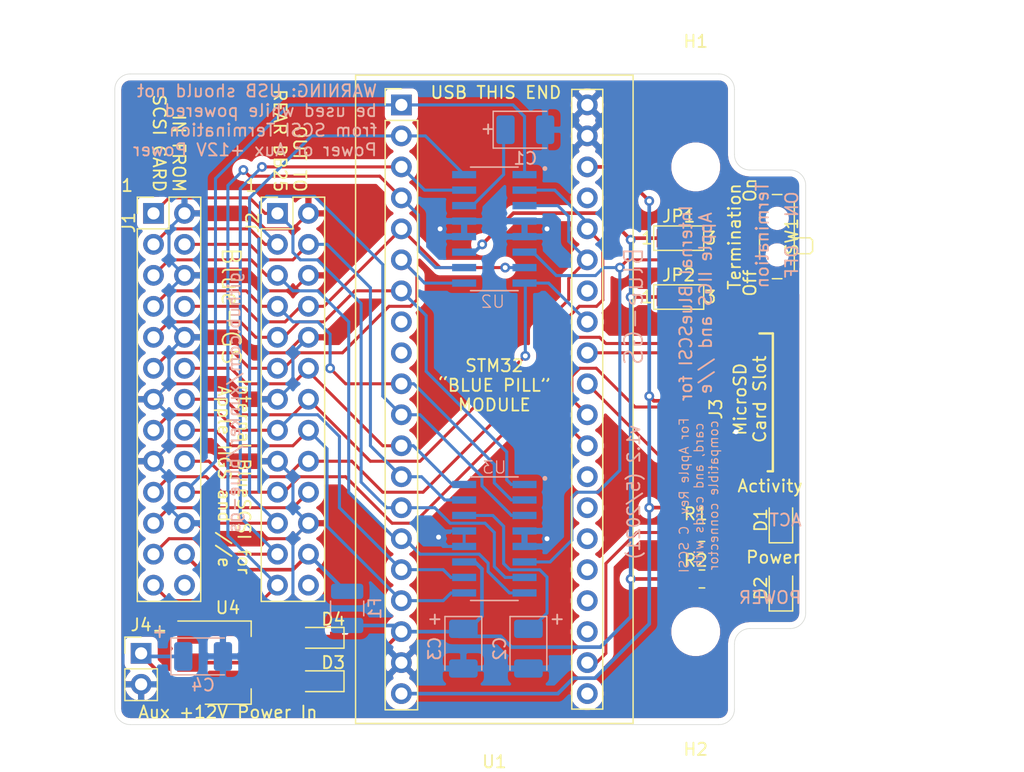
<source format=kicad_pcb>
(kicad_pcb (version 20171130) (host pcbnew "(5.1.8-0-10_14)")

  (general
    (thickness 1.6)
    (drawings 52)
    (tracks 460)
    (zones 0)
    (modules 24)
    (nets 53)
  )

  (page A4)
  (layers
    (0 F.Cu signal)
    (31 B.Cu signal)
    (32 B.Adhes user)
    (33 F.Adhes user)
    (34 B.Paste user)
    (35 F.Paste user)
    (36 B.SilkS user)
    (37 F.SilkS user)
    (38 B.Mask user)
    (39 F.Mask user)
    (40 Dwgs.User user)
    (41 Cmts.User user)
    (42 Eco1.User user)
    (43 Eco2.User user)
    (44 Edge.Cuts user)
    (45 Margin user)
    (46 B.CrtYd user)
    (47 F.CrtYd user)
    (48 B.Fab user)
    (49 F.Fab user)
  )

  (setup
    (last_trace_width 0.25)
    (trace_clearance 0.2)
    (zone_clearance 0.508)
    (zone_45_only no)
    (trace_min 0.2)
    (via_size 0.8)
    (via_drill 0.4)
    (via_min_size 0.4)
    (via_min_drill 0.3)
    (uvia_size 0.3)
    (uvia_drill 0.1)
    (uvias_allowed no)
    (uvia_min_size 0.2)
    (uvia_min_drill 0.1)
    (edge_width 0.05)
    (segment_width 0.2)
    (pcb_text_width 0.3)
    (pcb_text_size 1.5 1.5)
    (mod_edge_width 0.12)
    (mod_text_size 1 1)
    (mod_text_width 0.15)
    (pad_size 1.524 1.524)
    (pad_drill 0.762)
    (pad_to_mask_clearance 0)
    (aux_axis_origin 0 0)
    (visible_elements FFFFFF7F)
    (pcbplotparams
      (layerselection 0x01cfc_ffffffff)
      (usegerberextensions false)
      (usegerberattributes true)
      (usegerberadvancedattributes true)
      (creategerberjobfile false)
      (excludeedgelayer true)
      (linewidth 0.100000)
      (plotframeref false)
      (viasonmask false)
      (mode 1)
      (useauxorigin false)
      (hpglpennumber 1)
      (hpglpenspeed 20)
      (hpglpendiameter 15.000000)
      (psnegative false)
      (psa4output false)
      (plotreference true)
      (plotvalue true)
      (plotinvisibletext false)
      (padsonsilk false)
      (subtractmaskfromsilk false)
      (outputformat 1)
      (mirror false)
      (drillshape 0)
      (scaleselection 1)
      (outputdirectory "/Users/mnielsen/Downloads/"))
  )

  (net 0 "")
  (net 1 "Net-(U1-Pad37)")
  (net 2 "Net-(U1-Pad34)")
  (net 3 "Net-(U1-Pad8)")
  (net 4 "Net-(U1-Pad9)")
  (net 5 "Net-(U1-Pad28)")
  (net 6 "Net-(U1-Pad25)")
  (net 7 "Net-(U1-Pad24)")
  (net 8 "Net-(U1-Pad23)")
  (net 9 "Net-(U1-Pad21)")
  (net 10 "Net-(J1-Pad26)")
  (net 11 "Net-(J2-Pad26)")
  (net 12 +5V)
  (net 13 GND)
  (net 14 /SCSI_DB4)
  (net 15 /SCSI_DB2)
  (net 16 /SCSI_DB1)
  (net 17 /SCSI_DBP)
  (net 18 /SCSI_SEL)
  (net 19 /SCSI_ATN)
  (net 20 /SCSI_C_D)
  (net 21 /SCSI_DB7)
  (net 22 /SCSI_DB6)
  (net 23 /SCSI_DB5)
  (net 24 /SCSI_DB3)
  (net 25 /SCSI_DB0)
  (net 26 /SCSI_BSY)
  (net 27 /SCSI_ACK)
  (net 28 /SCSI_RST)
  (net 29 /SCSI_I_O)
  (net 30 /SCSI_MSG)
  (net 31 /SCSI_REQ)
  (net 32 /SD_MISO)
  (net 33 /SD_CSK)
  (net 34 +3V3)
  (net 35 /SD_MOSI)
  (net 36 /SD_CS)
  (net 37 "Net-(J3-Pad8)")
  (net 38 "Net-(J3-Pad1)")
  (net 39 "Net-(D2-Pad2)")
  (net 40 "Net-(C1-Pad1)")
  (net 41 "Net-(C2-Pad1)")
  (net 42 /TERM_DISC)
  (net 43 "Net-(D1-Pad1)")
  (net 44 /DEBUG_RX)
  (net 45 /DEBUG_TX)
  (net 46 "Net-(D4-Pad2)")
  (net 47 /+12V_AUX)
  (net 48 /TERM_EN)
  (net 49 /TERM_DIS)
  (net 50 /DISK_ACT)
  (net 51 /REG_OUT)
  (net 52 /SCSI_TERMPWR)

  (net_class Default "This is the default net class."
    (clearance 0.2)
    (trace_width 0.25)
    (via_dia 0.8)
    (via_drill 0.4)
    (uvia_dia 0.3)
    (uvia_drill 0.1)
    (add_net /DEBUG_RX)
    (add_net /DEBUG_TX)
    (add_net /DISK_ACT)
    (add_net /SCSI_ACK)
    (add_net /SCSI_ATN)
    (add_net /SCSI_BSY)
    (add_net /SCSI_C_D)
    (add_net /SCSI_DB0)
    (add_net /SCSI_DB1)
    (add_net /SCSI_DB2)
    (add_net /SCSI_DB3)
    (add_net /SCSI_DB4)
    (add_net /SCSI_DB5)
    (add_net /SCSI_DB6)
    (add_net /SCSI_DB7)
    (add_net /SCSI_DBP)
    (add_net /SCSI_I_O)
    (add_net /SCSI_MSG)
    (add_net /SCSI_REQ)
    (add_net /SCSI_RST)
    (add_net /SCSI_SEL)
    (add_net /SD_CS)
    (add_net /SD_CSK)
    (add_net /SD_MISO)
    (add_net /SD_MOSI)
    (add_net /TERM_DIS)
    (add_net /TERM_DISC)
    (add_net /TERM_EN)
    (add_net GND)
    (add_net "Net-(C1-Pad1)")
    (add_net "Net-(C2-Pad1)")
    (add_net "Net-(D1-Pad1)")
    (add_net "Net-(D2-Pad2)")
    (add_net "Net-(D4-Pad2)")
    (add_net "Net-(J1-Pad26)")
    (add_net "Net-(J2-Pad26)")
    (add_net "Net-(J3-Pad1)")
    (add_net "Net-(J3-Pad8)")
    (add_net "Net-(U1-Pad21)")
    (add_net "Net-(U1-Pad23)")
    (add_net "Net-(U1-Pad24)")
    (add_net "Net-(U1-Pad25)")
    (add_net "Net-(U1-Pad28)")
    (add_net "Net-(U1-Pad34)")
    (add_net "Net-(U1-Pad37)")
    (add_net "Net-(U1-Pad8)")
    (add_net "Net-(U1-Pad9)")
  )

  (net_class POWER ""
    (clearance 0.2)
    (trace_width 0.3)
    (via_dia 0.8)
    (via_drill 0.4)
    (uvia_dia 0.3)
    (uvia_drill 0.1)
    (add_net +3V3)
    (add_net +5V)
    (add_net /+12V_AUX)
    (add_net /REG_OUT)
    (add_net /SCSI_TERMPWR)
  )

  (module Fuse:Fuse_1210_3225Metric (layer B.Cu) (tedit 5F68FEF1) (tstamp 609997C8)
    (at 147.955 92.075 90)
    (descr "Fuse SMD 1210 (3225 Metric), square (rectangular) end terminal, IPC_7351 nominal, (Body size source: http://www.tortai-tech.com/upload/download/2011102023233369053.pdf), generated with kicad-footprint-generator")
    (tags fuse)
    (path /6099AB77)
    (attr smd)
    (fp_text reference F1 (at 0 2.28 270) (layer B.SilkS)
      (effects (font (size 1 1) (thickness 0.15)) (justify mirror))
    )
    (fp_text value Fuse (at 0 -2.28 270) (layer B.Fab)
      (effects (font (size 1 1) (thickness 0.15)) (justify mirror))
    )
    (fp_text user %R (at 0 0 270) (layer B.Fab)
      (effects (font (size 0.8 0.8) (thickness 0.12)) (justify mirror))
    )
    (fp_line (start -1.6 -1.25) (end -1.6 1.25) (layer B.Fab) (width 0.1))
    (fp_line (start -1.6 1.25) (end 1.6 1.25) (layer B.Fab) (width 0.1))
    (fp_line (start 1.6 1.25) (end 1.6 -1.25) (layer B.Fab) (width 0.1))
    (fp_line (start 1.6 -1.25) (end -1.6 -1.25) (layer B.Fab) (width 0.1))
    (fp_line (start -0.602064 1.36) (end 0.602064 1.36) (layer B.SilkS) (width 0.12))
    (fp_line (start -0.602064 -1.36) (end 0.602064 -1.36) (layer B.SilkS) (width 0.12))
    (fp_line (start -2.28 -1.58) (end -2.28 1.58) (layer B.CrtYd) (width 0.05))
    (fp_line (start -2.28 1.58) (end 2.28 1.58) (layer B.CrtYd) (width 0.05))
    (fp_line (start 2.28 1.58) (end 2.28 -1.58) (layer B.CrtYd) (width 0.05))
    (fp_line (start 2.28 -1.58) (end -2.28 -1.58) (layer B.CrtYd) (width 0.05))
    (pad 2 smd roundrect (at 1.4 0 90) (size 1.25 2.65) (layers B.Cu B.Paste B.Mask) (roundrect_rratio 0.2)
      (net 52 /SCSI_TERMPWR))
    (pad 1 smd roundrect (at -1.4 0 90) (size 1.25 2.65) (layers B.Cu B.Paste B.Mask) (roundrect_rratio 0.2)
      (net 12 +5V))
    (model ${KISYS3DMOD}/Fuse.3dshapes/Fuse_1210_3225Metric.wrl
      (at (xyz 0 0 0))
      (scale (xyz 1 1 1))
      (rotate (xyz 0 0 0))
    )
  )

  (module Jumper:SolderJumper-3_P1.3mm_Open_Pad1.0x1.5mm_NumberLabels (layer F.Cu) (tedit 5A3F6CCC) (tstamp 608A2DCD)
    (at 175.133 66.548)
    (descr "SMD Solder Jumper, 1x1.5mm Pads, 0.3mm gap, open, labeled with numbers")
    (tags "solder jumper open")
    (path /608B8DEE)
    (attr virtual)
    (fp_text reference JP2 (at 0 -1.8) (layer F.SilkS)
      (effects (font (size 1 1) (thickness 0.15)))
    )
    (fp_text value Jumper_3_Open (at 0 1.9) (layer F.Fab)
      (effects (font (size 1 1) (thickness 0.15)))
    )
    (fp_line (start -2.05 1) (end -2.05 -1) (layer F.SilkS) (width 0.12))
    (fp_line (start 2.05 1) (end -2.05 1) (layer F.SilkS) (width 0.12))
    (fp_line (start 2.05 -1) (end 2.05 1) (layer F.SilkS) (width 0.12))
    (fp_line (start -2.05 -1) (end 2.05 -1) (layer F.SilkS) (width 0.12))
    (fp_line (start -2.3 -1.25) (end 2.3 -1.25) (layer F.CrtYd) (width 0.05))
    (fp_line (start -2.3 -1.25) (end -2.3 1.25) (layer F.CrtYd) (width 0.05))
    (fp_line (start 2.3 1.25) (end 2.3 -1.25) (layer F.CrtYd) (width 0.05))
    (fp_line (start 2.3 1.25) (end -2.3 1.25) (layer F.CrtYd) (width 0.05))
    (fp_text user 1 (at -2.6 0) (layer F.SilkS)
      (effects (font (size 1 1) (thickness 0.15)))
    )
    (fp_text user 3 (at 2.6 0) (layer F.SilkS)
      (effects (font (size 1 1) (thickness 0.15)))
    )
    (pad 1 smd rect (at -1.3 0) (size 1 1.5) (layers F.Cu F.Mask)
      (net 12 +5V))
    (pad 2 smd rect (at 0 0) (size 1 1.5) (layers F.Cu F.Mask)
      (net 49 /TERM_DIS))
    (pad 3 smd rect (at 1.3 0) (size 1 1.5) (layers F.Cu F.Mask)
      (net 13 GND))
  )

  (module Jumper:SolderJumper-3_P1.3mm_Open_Pad1.0x1.5mm_NumberLabels (layer F.Cu) (tedit 5A3F6CCC) (tstamp 608A414D)
    (at 175.133 61.722)
    (descr "SMD Solder Jumper, 1x1.5mm Pads, 0.3mm gap, open, labeled with numbers")
    (tags "solder jumper open")
    (path /608B8175)
    (attr virtual)
    (fp_text reference JP1 (at 0 -1.8) (layer F.SilkS)
      (effects (font (size 1 1) (thickness 0.15)))
    )
    (fp_text value Jumper_3_Open (at 0 1.9) (layer F.Fab)
      (effects (font (size 1 1) (thickness 0.15)))
    )
    (fp_line (start -2.05 1) (end -2.05 -1) (layer F.SilkS) (width 0.12))
    (fp_line (start 2.05 1) (end -2.05 1) (layer F.SilkS) (width 0.12))
    (fp_line (start 2.05 -1) (end 2.05 1) (layer F.SilkS) (width 0.12))
    (fp_line (start -2.05 -1) (end 2.05 -1) (layer F.SilkS) (width 0.12))
    (fp_line (start -2.3 -1.25) (end 2.3 -1.25) (layer F.CrtYd) (width 0.05))
    (fp_line (start -2.3 -1.25) (end -2.3 1.25) (layer F.CrtYd) (width 0.05))
    (fp_line (start 2.3 1.25) (end 2.3 -1.25) (layer F.CrtYd) (width 0.05))
    (fp_line (start 2.3 1.25) (end -2.3 1.25) (layer F.CrtYd) (width 0.05))
    (fp_text user 1 (at -2.6 0) (layer F.SilkS)
      (effects (font (size 1 1) (thickness 0.15)))
    )
    (fp_text user 3 (at 2.6 0) (layer F.SilkS)
      (effects (font (size 1 1) (thickness 0.15)))
    )
    (pad 1 smd rect (at -1.3 0) (size 1 1.5) (layers F.Cu F.Mask)
      (net 12 +5V))
    (pad 2 smd rect (at 0 0) (size 1 1.5) (layers F.Cu F.Mask)
      (net 48 /TERM_EN))
    (pad 3 smd rect (at 1.3 0) (size 1 1.5) (layers F.Cu F.Mask)
      (net 13 GND))
  )

  (module "Molex 105162-0001:105162-0001" (layer F.Cu) (tedit 6089A22D) (tstamp 608A0B02)
    (at 176.403 75.184 90)
    (descr <b>105162-0001</b><br>)
    (path /6089B89F)
    (fp_text reference J3 (at -0.549 1.778 90) (layer F.SilkS)
      (effects (font (size 1 1) (thickness 0.15)))
    )
    (fp_text value 105162-0001 (at -0.549 3.399 90) (layer F.Fab)
      (effects (font (size 1 1) (thickness 0.015)))
    )
    (fp_line (start -5.65 0) (end 5.65 0) (layer F.Fab) (width 0.2))
    (fp_line (start 5.65 0) (end 5.65 6.45) (layer F.Fab) (width 0.2))
    (fp_line (start 5.65 6.45) (end -5.65 6.45) (layer F.Fab) (width 0.2))
    (fp_line (start -5.65 6.45) (end -5.65 0) (layer F.Fab) (width 0.2))
    (fp_line (start -5.65 6.45) (end 5.65 6.45) (layer F.SilkS) (width 0.2))
    (fp_line (start 5.65 6.45) (end 5.65 5.355) (layer F.SilkS) (width 0.2))
    (fp_line (start -5.65 6.45) (end -5.65 6.028) (layer F.SilkS) (width 0.2))
    (fp_circle (center 3.584 8.15) (end 3.640569 8.15) (layer Dwgs.User) (width 0.2))
    (pad 15 smd rect (at -2.204 0.105 90) (size 2.91 0.55) (layers F.Cu F.Paste F.Mask))
    (pad 14 smd rect (at 1.986 0.105 90) (size 2.91 0.55) (layers F.Cu F.Paste F.Mask))
    (pad 13 smd rect (at -5.325 4.535 90) (size 1.05 2.39) (layers F.Cu F.Paste F.Mask)
      (net 13 GND))
    (pad 12 smd rect (at -5.325 1.35 90) (size 1.05 1.2) (layers F.Cu F.Paste F.Mask)
      (net 13 GND))
    (pad 11 smd rect (at 5.325 0.78 90) (size 1.05 1.2) (layers F.Cu F.Paste F.Mask)
      (net 13 GND))
    (pad 10 smd rect (at 5.325 3.39 90) (size 1.05 1.08) (layers F.Cu F.Paste F.Mask)
      (net 13 GND))
    (pad 9 smd rect (at 5.31 4.66 90) (size 0.72 0.78) (layers F.Cu F.Paste F.Mask)
      (net 13 GND))
    (pad 8 smd rect (at -4.15 7.34 90) (size 0.5 1) (layers F.Cu F.Paste F.Mask)
      (net 37 "Net-(J3-Pad8)"))
    (pad 7 smd rect (at -3.05 7.34 90) (size 0.5 1) (layers F.Cu F.Paste F.Mask)
      (net 32 /SD_MISO))
    (pad 6 smd rect (at -1.95 7.34 90) (size 0.5 1) (layers F.Cu F.Paste F.Mask)
      (net 13 GND))
    (pad 5 smd rect (at -0.85 7.34 90) (size 0.5 1) (layers F.Cu F.Paste F.Mask)
      (net 33 /SD_CSK))
    (pad 4 smd rect (at 0.25 7.34 90) (size 0.5 1) (layers F.Cu F.Paste F.Mask)
      (net 34 +3V3))
    (pad 3 smd rect (at 1.35 7.34 90) (size 0.5 1) (layers F.Cu F.Paste F.Mask)
      (net 35 /SD_MOSI))
    (pad 2 smd rect (at 2.45 7.34 90) (size 0.5 1) (layers F.Cu F.Paste F.Mask)
      (net 36 /SD_CS))
    (pad 1 smd rect (at 3.55 7.34 90) (size 0.5 1) (layers F.Cu F.Paste F.Mask)
      (net 38 "Net-(J3-Pad1)"))
  )

  (module Diode_SMD:D_SOD-323_HandSoldering (layer F.Cu) (tedit 58641869) (tstamp 608620EB)
    (at 145.796 94.488 180)
    (descr SOD-323)
    (tags SOD-323)
    (path /6086EF1B)
    (attr smd)
    (fp_text reference D4 (at -1.016 1.524) (layer F.SilkS)
      (effects (font (size 1 1) (thickness 0.15)))
    )
    (fp_text value 1N5817,CUS08F30-H3F (at 0.1 1.9) (layer F.Fab)
      (effects (font (size 1 1) (thickness 0.15)))
    )
    (fp_line (start -1.9 -0.85) (end 1.25 -0.85) (layer F.SilkS) (width 0.12))
    (fp_line (start -1.9 0.85) (end 1.25 0.85) (layer F.SilkS) (width 0.12))
    (fp_line (start -2 -0.95) (end -2 0.95) (layer F.CrtYd) (width 0.05))
    (fp_line (start -2 0.95) (end 2 0.95) (layer F.CrtYd) (width 0.05))
    (fp_line (start 2 -0.95) (end 2 0.95) (layer F.CrtYd) (width 0.05))
    (fp_line (start -2 -0.95) (end 2 -0.95) (layer F.CrtYd) (width 0.05))
    (fp_line (start -0.9 -0.7) (end 0.9 -0.7) (layer F.Fab) (width 0.1))
    (fp_line (start 0.9 -0.7) (end 0.9 0.7) (layer F.Fab) (width 0.1))
    (fp_line (start 0.9 0.7) (end -0.9 0.7) (layer F.Fab) (width 0.1))
    (fp_line (start -0.9 0.7) (end -0.9 -0.7) (layer F.Fab) (width 0.1))
    (fp_line (start -0.3 -0.35) (end -0.3 0.35) (layer F.Fab) (width 0.1))
    (fp_line (start -0.3 0) (end -0.5 0) (layer F.Fab) (width 0.1))
    (fp_line (start -0.3 0) (end 0.2 -0.35) (layer F.Fab) (width 0.1))
    (fp_line (start 0.2 -0.35) (end 0.2 0.35) (layer F.Fab) (width 0.1))
    (fp_line (start 0.2 0.35) (end -0.3 0) (layer F.Fab) (width 0.1))
    (fp_line (start 0.2 0) (end 0.45 0) (layer F.Fab) (width 0.1))
    (fp_line (start -1.9 -0.85) (end -1.9 0.85) (layer F.SilkS) (width 0.12))
    (fp_text user %R (at 0 -1.85) (layer F.Fab)
      (effects (font (size 1 1) (thickness 0.15)))
    )
    (pad 2 smd rect (at 1.25 0 180) (size 1 1) (layers F.Cu F.Paste F.Mask)
      (net 46 "Net-(D4-Pad2)"))
    (pad 1 smd rect (at -1.25 0 180) (size 1 1) (layers F.Cu F.Paste F.Mask)
      (net 13 GND))
    (model ${KISYS3DMOD}/Diode_SMD.3dshapes/D_SOD-323.wrl
      (at (xyz 0 0 0))
      (scale (xyz 1 1 1))
      (rotate (xyz 0 0 0))
    )
  )

  (module Diode_SMD:D_SOD-323_HandSoldering (layer F.Cu) (tedit 58641869) (tstamp 608638B7)
    (at 145.796 98.044 180)
    (descr SOD-323)
    (tags SOD-323)
    (path /6086E55B)
    (attr smd)
    (fp_text reference D3 (at -1.016 1.524) (layer F.SilkS)
      (effects (font (size 1 1) (thickness 0.15)))
    )
    (fp_text value 1N5817,1N5817,CUS08F30-H3F (at 0.1 1.9) (layer F.Fab)
      (effects (font (size 1 1) (thickness 0.15)))
    )
    (fp_line (start -1.9 -0.85) (end 1.25 -0.85) (layer F.SilkS) (width 0.12))
    (fp_line (start -1.9 0.85) (end 1.25 0.85) (layer F.SilkS) (width 0.12))
    (fp_line (start -2 -0.95) (end -2 0.95) (layer F.CrtYd) (width 0.05))
    (fp_line (start -2 0.95) (end 2 0.95) (layer F.CrtYd) (width 0.05))
    (fp_line (start 2 -0.95) (end 2 0.95) (layer F.CrtYd) (width 0.05))
    (fp_line (start -2 -0.95) (end 2 -0.95) (layer F.CrtYd) (width 0.05))
    (fp_line (start -0.9 -0.7) (end 0.9 -0.7) (layer F.Fab) (width 0.1))
    (fp_line (start 0.9 -0.7) (end 0.9 0.7) (layer F.Fab) (width 0.1))
    (fp_line (start 0.9 0.7) (end -0.9 0.7) (layer F.Fab) (width 0.1))
    (fp_line (start -0.9 0.7) (end -0.9 -0.7) (layer F.Fab) (width 0.1))
    (fp_line (start -0.3 -0.35) (end -0.3 0.35) (layer F.Fab) (width 0.1))
    (fp_line (start -0.3 0) (end -0.5 0) (layer F.Fab) (width 0.1))
    (fp_line (start -0.3 0) (end 0.2 -0.35) (layer F.Fab) (width 0.1))
    (fp_line (start 0.2 -0.35) (end 0.2 0.35) (layer F.Fab) (width 0.1))
    (fp_line (start 0.2 0.35) (end -0.3 0) (layer F.Fab) (width 0.1))
    (fp_line (start 0.2 0) (end 0.45 0) (layer F.Fab) (width 0.1))
    (fp_line (start -1.9 -0.85) (end -1.9 0.85) (layer F.SilkS) (width 0.12))
    (fp_text user %R (at 0 -1.85) (layer F.Fab)
      (effects (font (size 1 1) (thickness 0.15)))
    )
    (pad 2 smd rect (at 1.25 0 180) (size 1 1) (layers F.Cu F.Paste F.Mask)
      (net 51 /REG_OUT))
    (pad 1 smd rect (at -1.25 0 180) (size 1 1) (layers F.Cu F.Paste F.Mask)
      (net 12 +5V))
    (model ${KISYS3DMOD}/Diode_SMD.3dshapes/D_SOD-323.wrl
      (at (xyz 0 0 0))
      (scale (xyz 1 1 1))
      (rotate (xyz 0 0 0))
    )
  )

  (module Package_TO_SOT_SMD:SOT-223-3_TabPin2 (layer F.Cu) (tedit 5A02FF57) (tstamp 60867787)
    (at 138.176 96.52)
    (descr "module CMS SOT223 4 pins")
    (tags "CMS SOT")
    (path /608623C0)
    (attr smd)
    (fp_text reference U4 (at 0 -4.5) (layer F.SilkS)
      (effects (font (size 1 1) (thickness 0.15)))
    )
    (fp_text value AMS1117-5.0 (at 0 4.5) (layer F.Fab)
      (effects (font (size 1 1) (thickness 0.15)))
    )
    (fp_line (start 1.91 3.41) (end 1.91 2.15) (layer F.SilkS) (width 0.12))
    (fp_line (start 1.91 -3.41) (end 1.91 -2.15) (layer F.SilkS) (width 0.12))
    (fp_line (start 4.4 -3.6) (end -4.4 -3.6) (layer F.CrtYd) (width 0.05))
    (fp_line (start 4.4 3.6) (end 4.4 -3.6) (layer F.CrtYd) (width 0.05))
    (fp_line (start -4.4 3.6) (end 4.4 3.6) (layer F.CrtYd) (width 0.05))
    (fp_line (start -4.4 -3.6) (end -4.4 3.6) (layer F.CrtYd) (width 0.05))
    (fp_line (start -1.85 -2.35) (end -0.85 -3.35) (layer F.Fab) (width 0.1))
    (fp_line (start -1.85 -2.35) (end -1.85 3.35) (layer F.Fab) (width 0.1))
    (fp_line (start -1.85 3.41) (end 1.91 3.41) (layer F.SilkS) (width 0.12))
    (fp_line (start -0.85 -3.35) (end 1.85 -3.35) (layer F.Fab) (width 0.1))
    (fp_line (start -4.1 -3.41) (end 1.91 -3.41) (layer F.SilkS) (width 0.12))
    (fp_line (start -1.85 3.35) (end 1.85 3.35) (layer F.Fab) (width 0.1))
    (fp_line (start 1.85 -3.35) (end 1.85 3.35) (layer F.Fab) (width 0.1))
    (fp_text user %R (at 0 0 90) (layer F.Fab)
      (effects (font (size 0.8 0.8) (thickness 0.12)))
    )
    (pad 1 smd rect (at -3.15 -2.3) (size 2 1.5) (layers F.Cu F.Paste F.Mask)
      (net 46 "Net-(D4-Pad2)"))
    (pad 3 smd rect (at -3.15 2.3) (size 2 1.5) (layers F.Cu F.Paste F.Mask)
      (net 47 /+12V_AUX))
    (pad 2 smd rect (at -3.15 0) (size 2 1.5) (layers F.Cu F.Paste F.Mask)
      (net 51 /REG_OUT))
    (pad 2 smd rect (at 3.15 0) (size 2 3.8) (layers F.Cu F.Paste F.Mask)
      (net 51 /REG_OUT))
    (model ${KISYS3DMOD}/Package_TO_SOT_SMD.3dshapes/SOT-223.wrl
      (at (xyz 0 0 0))
      (scale (xyz 1 1 1))
      (rotate (xyz 0 0 0))
    )
  )

  (module Connector_PinHeader_2.54mm:PinHeader_1x02_P2.54mm_Vertical (layer F.Cu) (tedit 59FED5CC) (tstamp 60862237)
    (at 131.064 95.758)
    (descr "Through hole straight pin header, 1x02, 2.54mm pitch, single row")
    (tags "Through hole pin header THT 1x02 2.54mm single row")
    (path /60864BE9)
    (fp_text reference J4 (at 0 -2.33) (layer F.SilkS)
      (effects (font (size 1 1) (thickness 0.15)))
    )
    (fp_text value Conn_01x02_Male (at 0 4.87) (layer F.Fab)
      (effects (font (size 1 1) (thickness 0.15)))
    )
    (fp_line (start -0.635 -1.27) (end 1.27 -1.27) (layer F.Fab) (width 0.1))
    (fp_line (start 1.27 -1.27) (end 1.27 3.81) (layer F.Fab) (width 0.1))
    (fp_line (start 1.27 3.81) (end -1.27 3.81) (layer F.Fab) (width 0.1))
    (fp_line (start -1.27 3.81) (end -1.27 -0.635) (layer F.Fab) (width 0.1))
    (fp_line (start -1.27 -0.635) (end -0.635 -1.27) (layer F.Fab) (width 0.1))
    (fp_line (start -1.33 3.87) (end 1.33 3.87) (layer F.SilkS) (width 0.12))
    (fp_line (start -1.33 1.27) (end -1.33 3.87) (layer F.SilkS) (width 0.12))
    (fp_line (start 1.33 1.27) (end 1.33 3.87) (layer F.SilkS) (width 0.12))
    (fp_line (start -1.33 1.27) (end 1.33 1.27) (layer F.SilkS) (width 0.12))
    (fp_line (start -1.33 0) (end -1.33 -1.33) (layer F.SilkS) (width 0.12))
    (fp_line (start -1.33 -1.33) (end 0 -1.33) (layer F.SilkS) (width 0.12))
    (fp_line (start -1.8 -1.8) (end -1.8 4.35) (layer F.CrtYd) (width 0.05))
    (fp_line (start -1.8 4.35) (end 1.8 4.35) (layer F.CrtYd) (width 0.05))
    (fp_line (start 1.8 4.35) (end 1.8 -1.8) (layer F.CrtYd) (width 0.05))
    (fp_line (start 1.8 -1.8) (end -1.8 -1.8) (layer F.CrtYd) (width 0.05))
    (fp_text user %R (at 0 1.27 90) (layer F.Fab)
      (effects (font (size 1 1) (thickness 0.15)))
    )
    (pad 2 thru_hole oval (at 0 2.54) (size 1.7 1.7) (drill 1) (layers *.Cu *.Mask)
      (net 13 GND))
    (pad 1 thru_hole rect (at 0 0) (size 1.7 1.7) (drill 1) (layers *.Cu *.Mask)
      (net 47 /+12V_AUX))
    (model ${KISYS3DMOD}/Connector_PinHeader_2.54mm.3dshapes/PinHeader_1x02_P2.54mm_Vertical.wrl
      (at (xyz 0 0 0))
      (scale (xyz 1 1 1))
      (rotate (xyz 0 0 0))
    )
  )

  (module Capacitor_Tantalum_SMD:CP_EIA-3528-21_Kemet-B_Pad1.50x2.35mm_HandSolder (layer B.Cu) (tedit 5EBA9318) (tstamp 60862060)
    (at 136.144 96.012)
    (descr "Tantalum Capacitor SMD Kemet-B (3528-21 Metric), IPC_7351 nominal, (Body size from: http://www.kemet.com/Lists/ProductCatalog/Attachments/253/KEM_TC101_STD.pdf), generated with kicad-footprint-generator")
    (tags "capacitor tantalum")
    (path /608634DB)
    (attr smd)
    (fp_text reference C4 (at 0 2.35 180) (layer B.SilkS)
      (effects (font (size 1 1) (thickness 0.15)) (justify mirror))
    )
    (fp_text value 10uF (at 0 -2.35 180) (layer B.Fab)
      (effects (font (size 1 1) (thickness 0.15)) (justify mirror))
    )
    (fp_line (start 1.75 1.4) (end -1.05 1.4) (layer B.Fab) (width 0.1))
    (fp_line (start -1.05 1.4) (end -1.75 0.7) (layer B.Fab) (width 0.1))
    (fp_line (start -1.75 0.7) (end -1.75 -1.4) (layer B.Fab) (width 0.1))
    (fp_line (start -1.75 -1.4) (end 1.75 -1.4) (layer B.Fab) (width 0.1))
    (fp_line (start 1.75 -1.4) (end 1.75 1.4) (layer B.Fab) (width 0.1))
    (fp_line (start 1.75 1.51) (end -2.635 1.51) (layer B.SilkS) (width 0.12))
    (fp_line (start -2.635 1.51) (end -2.635 -1.51) (layer B.SilkS) (width 0.12))
    (fp_line (start -2.635 -1.51) (end 1.75 -1.51) (layer B.SilkS) (width 0.12))
    (fp_line (start -2.62 -1.65) (end -2.62 1.65) (layer B.CrtYd) (width 0.05))
    (fp_line (start -2.62 1.65) (end 2.62 1.65) (layer B.CrtYd) (width 0.05))
    (fp_line (start 2.62 1.65) (end 2.62 -1.65) (layer B.CrtYd) (width 0.05))
    (fp_line (start 2.62 -1.65) (end -2.62 -1.65) (layer B.CrtYd) (width 0.05))
    (fp_text user %R (at 0 0 180) (layer B.Fab)
      (effects (font (size 0.88 0.88) (thickness 0.13)) (justify mirror))
    )
    (pad 2 smd roundrect (at 1.625 0) (size 1.5 2.35) (layers B.Cu B.Paste B.Mask) (roundrect_rratio 0.166667)
      (net 13 GND))
    (pad 1 smd roundrect (at -1.625 0) (size 1.5 2.35) (layers B.Cu B.Paste B.Mask) (roundrect_rratio 0.166667)
      (net 47 /+12V_AUX))
    (model ${KISYS3DMOD}/Capacitor_Tantalum_SMD.3dshapes/CP_EIA-3528-21_Kemet-B.wrl
      (at (xyz 0 0 0))
      (scale (xyz 1 1 1))
      (rotate (xyz 0 0 0))
    )
  )

  (module Button_Switch_SMD:SW_SPDT_PCM12 (layer F.Cu) (tedit 5A02FC95) (tstamp 60601A98)
    (at 182.88 61.595 90)
    (descr "Ultraminiature Surface Mount Slide Switch, right-angle, https://www.ckswitches.com/media/1424/pcm.pdf")
    (path /6062FC1A)
    (attr smd)
    (fp_text reference SW1 (at 0 1.524 90) (layer F.SilkS)
      (effects (font (size 1 1) (thickness 0.15)))
    )
    (fp_text value SW_SPDT (at 0 4.25 90) (layer F.Fab)
      (effects (font (size 1 1) (thickness 0.15)))
    )
    (fp_line (start 3.45 0.72) (end 3.45 -0.07) (layer F.SilkS) (width 0.12))
    (fp_line (start -3.45 -0.07) (end -3.45 0.72) (layer F.SilkS) (width 0.12))
    (fp_line (start -1.6 -1.12) (end 0.1 -1.12) (layer F.SilkS) (width 0.12))
    (fp_line (start -2.85 1.73) (end 2.85 1.73) (layer F.SilkS) (width 0.12))
    (fp_line (start -0.1 3.02) (end -0.1 1.73) (layer F.SilkS) (width 0.12))
    (fp_line (start -1.2 3.23) (end -0.3 3.23) (layer F.SilkS) (width 0.12))
    (fp_line (start -1.4 1.73) (end -1.4 3.02) (layer F.SilkS) (width 0.12))
    (fp_line (start -0.1 3.02) (end -0.3 3.23) (layer F.SilkS) (width 0.12))
    (fp_line (start -1.4 3.02) (end -1.2 3.23) (layer F.SilkS) (width 0.12))
    (fp_line (start -4.4 2.1) (end -4.4 -2.45) (layer F.CrtYd) (width 0.05))
    (fp_line (start -1.65 2.1) (end -4.4 2.1) (layer F.CrtYd) (width 0.05))
    (fp_line (start -1.65 3.4) (end -1.65 2.1) (layer F.CrtYd) (width 0.05))
    (fp_line (start 1.65 3.4) (end -1.65 3.4) (layer F.CrtYd) (width 0.05))
    (fp_line (start 1.65 2.1) (end 1.65 3.4) (layer F.CrtYd) (width 0.05))
    (fp_line (start 4.4 2.1) (end 1.65 2.1) (layer F.CrtYd) (width 0.05))
    (fp_line (start 4.4 -2.45) (end 4.4 2.1) (layer F.CrtYd) (width 0.05))
    (fp_line (start -4.4 -2.45) (end 4.4 -2.45) (layer F.CrtYd) (width 0.05))
    (fp_line (start 1.4 -1.12) (end 1.6 -1.12) (layer F.SilkS) (width 0.12))
    (fp_line (start 3.35 -1) (end -3.35 -1) (layer F.Fab) (width 0.1))
    (fp_line (start 3.35 1.6) (end 3.35 -1) (layer F.Fab) (width 0.1))
    (fp_line (start -3.35 1.6) (end 3.35 1.6) (layer F.Fab) (width 0.1))
    (fp_line (start -3.35 -1) (end -3.35 1.6) (layer F.Fab) (width 0.1))
    (fp_line (start -0.1 2.9) (end -0.1 1.6) (layer F.Fab) (width 0.1))
    (fp_line (start -0.15 2.95) (end -0.1 2.9) (layer F.Fab) (width 0.1))
    (fp_line (start -0.35 3.15) (end -0.15 2.95) (layer F.Fab) (width 0.1))
    (fp_line (start -1.2 3.15) (end -0.35 3.15) (layer F.Fab) (width 0.1))
    (fp_line (start -1.4 2.95) (end -1.2 3.15) (layer F.Fab) (width 0.1))
    (fp_line (start -1.4 1.65) (end -1.4 2.95) (layer F.Fab) (width 0.1))
    (fp_text user %R (at 0 -3.2 90) (layer F.Fab)
      (effects (font (size 1 1) (thickness 0.15)))
    )
    (pad "" smd rect (at -3.65 -0.78 90) (size 1 0.8) (layers F.Cu F.Paste F.Mask))
    (pad "" smd rect (at 3.65 -0.78 90) (size 1 0.8) (layers F.Cu F.Paste F.Mask))
    (pad "" smd rect (at 3.65 1.43 90) (size 1 0.8) (layers F.Cu F.Paste F.Mask))
    (pad "" smd rect (at -3.65 1.43 90) (size 1 0.8) (layers F.Cu F.Paste F.Mask))
    (pad 3 smd rect (at 2.25 -1.43 90) (size 0.7 1.5) (layers F.Cu F.Paste F.Mask)
      (net 48 /TERM_EN))
    (pad 2 smd rect (at 0.75 -1.43 90) (size 0.7 1.5) (layers F.Cu F.Paste F.Mask)
      (net 42 /TERM_DISC))
    (pad 1 smd rect (at -2.25 -1.43 90) (size 0.7 1.5) (layers F.Cu F.Paste F.Mask)
      (net 49 /TERM_DIS))
    (pad "" np_thru_hole circle (at 1.5 0.33 90) (size 0.9 0.9) (drill 0.9) (layers *.Cu *.Mask))
    (pad "" np_thru_hole circle (at -1.5 0.33 90) (size 0.9 0.9) (drill 0.9) (layers *.Cu *.Mask))
    (model ${KISYS3DMOD}/Button_Switch_SMD.3dshapes/SW_SPDT_PCM12.wrl
      (at (xyz 0 0 0))
      (scale (xyz 1 1 1))
      (rotate (xyz 0 0 0))
    )
  )

  (module Capacitor_Tantalum_SMD:CP_EIA-3528-21_Kemet-B_Pad1.50x2.35mm_HandSolder (layer B.Cu) (tedit 5EBA9318) (tstamp 60623C5A)
    (at 157.48 95.377 270)
    (descr "Tantalum Capacitor SMD Kemet-B (3528-21 Metric), IPC_7351 nominal, (Body size from: http://www.kemet.com/Lists/ProductCatalog/Attachments/253/KEM_TC101_STD.pdf), generated with kicad-footprint-generator")
    (tags "capacitor tantalum")
    (path /60643B6E)
    (attr smd)
    (fp_text reference C3 (at 0 2.35 90) (layer B.SilkS)
      (effects (font (size 1 1) (thickness 0.15)) (justify mirror))
    )
    (fp_text value "4.7uF, 6.3v" (at 0 -2.35 90) (layer B.Fab)
      (effects (font (size 1 1) (thickness 0.15)) (justify mirror))
    )
    (fp_line (start 1.75 1.4) (end -1.05 1.4) (layer B.Fab) (width 0.1))
    (fp_line (start -1.05 1.4) (end -1.75 0.7) (layer B.Fab) (width 0.1))
    (fp_line (start -1.75 0.7) (end -1.75 -1.4) (layer B.Fab) (width 0.1))
    (fp_line (start -1.75 -1.4) (end 1.75 -1.4) (layer B.Fab) (width 0.1))
    (fp_line (start 1.75 -1.4) (end 1.75 1.4) (layer B.Fab) (width 0.1))
    (fp_line (start 1.75 1.51) (end -2.635 1.51) (layer B.SilkS) (width 0.12))
    (fp_line (start -2.635 1.51) (end -2.635 -1.51) (layer B.SilkS) (width 0.12))
    (fp_line (start -2.635 -1.51) (end 1.75 -1.51) (layer B.SilkS) (width 0.12))
    (fp_line (start -2.62 -1.65) (end -2.62 1.65) (layer B.CrtYd) (width 0.05))
    (fp_line (start -2.62 1.65) (end 2.62 1.65) (layer B.CrtYd) (width 0.05))
    (fp_line (start 2.62 1.65) (end 2.62 -1.65) (layer B.CrtYd) (width 0.05))
    (fp_line (start 2.62 -1.65) (end -2.62 -1.65) (layer B.CrtYd) (width 0.05))
    (fp_text user %R (at 0 0 90) (layer B.Fab)
      (effects (font (size 0.88 0.88) (thickness 0.13)) (justify mirror))
    )
    (pad 2 smd roundrect (at 1.625 0 270) (size 1.5 2.35) (layers B.Cu B.Paste B.Mask) (roundrect_rratio 0.166667)
      (net 13 GND))
    (pad 1 smd roundrect (at -1.625 0 270) (size 1.5 2.35) (layers B.Cu B.Paste B.Mask) (roundrect_rratio 0.166667)
      (net 12 +5V))
    (model ${KISYS3DMOD}/Capacitor_Tantalum_SMD.3dshapes/CP_EIA-3528-21_Kemet-B.wrl
      (at (xyz 0 0 0))
      (scale (xyz 1 1 1))
      (rotate (xyz 0 0 0))
    )
  )

  (module Capacitor_Tantalum_SMD:CP_EIA-3528-21_Kemet-B_Pad1.50x2.35mm_HandSolder (layer B.Cu) (tedit 5EBA9318) (tstamp 6062A617)
    (at 162.814 95.377 270)
    (descr "Tantalum Capacitor SMD Kemet-B (3528-21 Metric), IPC_7351 nominal, (Body size from: http://www.kemet.com/Lists/ProductCatalog/Attachments/253/KEM_TC101_STD.pdf), generated with kicad-footprint-generator")
    (tags "capacitor tantalum")
    (path /6065BBF1)
    (attr smd)
    (fp_text reference C2 (at 0 2.35 90) (layer B.SilkS)
      (effects (font (size 1 1) (thickness 0.15)) (justify mirror))
    )
    (fp_text value "4.7uF, 6.3v" (at 0 -2.35 90) (layer B.Fab)
      (effects (font (size 1 1) (thickness 0.15)) (justify mirror))
    )
    (fp_line (start 1.75 1.4) (end -1.05 1.4) (layer B.Fab) (width 0.1))
    (fp_line (start -1.05 1.4) (end -1.75 0.7) (layer B.Fab) (width 0.1))
    (fp_line (start -1.75 0.7) (end -1.75 -1.4) (layer B.Fab) (width 0.1))
    (fp_line (start -1.75 -1.4) (end 1.75 -1.4) (layer B.Fab) (width 0.1))
    (fp_line (start 1.75 -1.4) (end 1.75 1.4) (layer B.Fab) (width 0.1))
    (fp_line (start 1.75 1.51) (end -2.635 1.51) (layer B.SilkS) (width 0.12))
    (fp_line (start -2.635 1.51) (end -2.635 -1.51) (layer B.SilkS) (width 0.12))
    (fp_line (start -2.635 -1.51) (end 1.75 -1.51) (layer B.SilkS) (width 0.12))
    (fp_line (start -2.62 -1.65) (end -2.62 1.65) (layer B.CrtYd) (width 0.05))
    (fp_line (start -2.62 1.65) (end 2.62 1.65) (layer B.CrtYd) (width 0.05))
    (fp_line (start 2.62 1.65) (end 2.62 -1.65) (layer B.CrtYd) (width 0.05))
    (fp_line (start 2.62 -1.65) (end -2.62 -1.65) (layer B.CrtYd) (width 0.05))
    (fp_text user %R (at 0 0 90) (layer B.Fab)
      (effects (font (size 0.88 0.88) (thickness 0.13)) (justify mirror))
    )
    (pad 2 smd roundrect (at 1.625 0 270) (size 1.5 2.35) (layers B.Cu B.Paste B.Mask) (roundrect_rratio 0.166667)
      (net 13 GND))
    (pad 1 smd roundrect (at -1.625 0 270) (size 1.5 2.35) (layers B.Cu B.Paste B.Mask) (roundrect_rratio 0.166667)
      (net 41 "Net-(C2-Pad1)"))
    (model ${KISYS3DMOD}/Capacitor_Tantalum_SMD.3dshapes/CP_EIA-3528-21_Kemet-B.wrl
      (at (xyz 0 0 0))
      (scale (xyz 1 1 1))
      (rotate (xyz 0 0 0))
    )
  )

  (module Capacitor_Tantalum_SMD:CP_EIA-3528-21_Kemet-B_Pad1.50x2.35mm_HandSolder (layer B.Cu) (tedit 5EBA9318) (tstamp 6060AB17)
    (at 162.56 52.832)
    (descr "Tantalum Capacitor SMD Kemet-B (3528-21 Metric), IPC_7351 nominal, (Body size from: http://www.kemet.com/Lists/ProductCatalog/Attachments/253/KEM_TC101_STD.pdf), generated with kicad-footprint-generator")
    (tags "capacitor tantalum")
    (path /606444B6)
    (attr smd)
    (fp_text reference C1 (at 0 2.35) (layer B.SilkS)
      (effects (font (size 1 1) (thickness 0.15)) (justify mirror))
    )
    (fp_text value "4.7uF, 6.3v" (at 0 -2.35) (layer B.Fab)
      (effects (font (size 1 1) (thickness 0.15)) (justify mirror))
    )
    (fp_line (start 1.75 1.4) (end -1.05 1.4) (layer B.Fab) (width 0.1))
    (fp_line (start -1.05 1.4) (end -1.75 0.7) (layer B.Fab) (width 0.1))
    (fp_line (start -1.75 0.7) (end -1.75 -1.4) (layer B.Fab) (width 0.1))
    (fp_line (start -1.75 -1.4) (end 1.75 -1.4) (layer B.Fab) (width 0.1))
    (fp_line (start 1.75 -1.4) (end 1.75 1.4) (layer B.Fab) (width 0.1))
    (fp_line (start 1.75 1.51) (end -2.635 1.51) (layer B.SilkS) (width 0.12))
    (fp_line (start -2.635 1.51) (end -2.635 -1.51) (layer B.SilkS) (width 0.12))
    (fp_line (start -2.635 -1.51) (end 1.75 -1.51) (layer B.SilkS) (width 0.12))
    (fp_line (start -2.62 -1.65) (end -2.62 1.65) (layer B.CrtYd) (width 0.05))
    (fp_line (start -2.62 1.65) (end 2.62 1.65) (layer B.CrtYd) (width 0.05))
    (fp_line (start 2.62 1.65) (end 2.62 -1.65) (layer B.CrtYd) (width 0.05))
    (fp_line (start 2.62 -1.65) (end -2.62 -1.65) (layer B.CrtYd) (width 0.05))
    (fp_text user %R (at 0 0) (layer B.Fab)
      (effects (font (size 0.88 0.88) (thickness 0.13)) (justify mirror))
    )
    (pad 2 smd roundrect (at 1.625 0) (size 1.5 2.35) (layers B.Cu B.Paste B.Mask) (roundrect_rratio 0.166667)
      (net 13 GND))
    (pad 1 smd roundrect (at -1.625 0) (size 1.5 2.35) (layers B.Cu B.Paste B.Mask) (roundrect_rratio 0.166667)
      (net 40 "Net-(C1-Pad1)"))
    (model ${KISYS3DMOD}/Capacitor_Tantalum_SMD.3dshapes/CP_EIA-3528-21_Kemet-B.wrl
      (at (xyz 0 0 0))
      (scale (xyz 1 1 1))
      (rotate (xyz 0 0 0))
    )
  )

  (module LED_SMD:LED_0805_2012Metric_Pad1.15x1.40mm_HandSolder (layer F.Cu) (tedit 5F68FEF1) (tstamp 60603A56)
    (at 183.515 90.424 90)
    (descr "LED SMD 0805 (2012 Metric), square (rectangular) end terminal, IPC_7351 nominal, (Body size source: https://docs.google.com/spreadsheets/d/1BsfQQcO9C6DZCsRaXUlFlo91Tg2WpOkGARC1WS5S8t0/edit?usp=sharing), generated with kicad-footprint-generator")
    (tags "LED handsolder")
    (path /60631033)
    (attr smd)
    (fp_text reference D2 (at 0 -1.65 90) (layer F.SilkS)
      (effects (font (size 1 1) (thickness 0.15)))
    )
    (fp_text value LED (at 0 1.65 90) (layer F.Fab)
      (effects (font (size 1 1) (thickness 0.15)))
    )
    (fp_line (start 1.85 0.95) (end -1.85 0.95) (layer F.CrtYd) (width 0.05))
    (fp_line (start 1.85 -0.95) (end 1.85 0.95) (layer F.CrtYd) (width 0.05))
    (fp_line (start -1.85 -0.95) (end 1.85 -0.95) (layer F.CrtYd) (width 0.05))
    (fp_line (start -1.85 0.95) (end -1.85 -0.95) (layer F.CrtYd) (width 0.05))
    (fp_line (start -1.86 0.96) (end 1 0.96) (layer F.SilkS) (width 0.12))
    (fp_line (start -1.86 -0.96) (end -1.86 0.96) (layer F.SilkS) (width 0.12))
    (fp_line (start 1 -0.96) (end -1.86 -0.96) (layer F.SilkS) (width 0.12))
    (fp_line (start 1 0.6) (end 1 -0.6) (layer F.Fab) (width 0.1))
    (fp_line (start -1 0.6) (end 1 0.6) (layer F.Fab) (width 0.1))
    (fp_line (start -1 -0.3) (end -1 0.6) (layer F.Fab) (width 0.1))
    (fp_line (start -0.7 -0.6) (end -1 -0.3) (layer F.Fab) (width 0.1))
    (fp_line (start 1 -0.6) (end -0.7 -0.6) (layer F.Fab) (width 0.1))
    (fp_text user %R (at 0 0 90) (layer F.Fab)
      (effects (font (size 0.5 0.5) (thickness 0.08)))
    )
    (pad 2 smd roundrect (at 1.025 0 90) (size 1.15 1.4) (layers F.Cu F.Paste F.Mask) (roundrect_rratio 0.217391)
      (net 39 "Net-(D2-Pad2)"))
    (pad 1 smd roundrect (at -1.025 0 90) (size 1.15 1.4) (layers F.Cu F.Paste F.Mask) (roundrect_rratio 0.217391)
      (net 13 GND))
    (model ${KISYS3DMOD}/LED_SMD.3dshapes/LED_0805_2012Metric.wrl
      (at (xyz 0 0 0))
      (scale (xyz 1 1 1))
      (rotate (xyz 0 0 0))
    )
  )

  (module LED_SMD:LED_0805_2012Metric_Pad1.15x1.40mm_HandSolder (layer F.Cu) (tedit 5F68FEF1) (tstamp 606323EC)
    (at 183.515 84.836 90)
    (descr "LED SMD 0805 (2012 Metric), square (rectangular) end terminal, IPC_7351 nominal, (Body size source: https://docs.google.com/spreadsheets/d/1BsfQQcO9C6DZCsRaXUlFlo91Tg2WpOkGARC1WS5S8t0/edit?usp=sharing), generated with kicad-footprint-generator")
    (tags "LED handsolder")
    (path /60632077)
    (attr smd)
    (fp_text reference D1 (at 0 -1.65 90) (layer F.SilkS)
      (effects (font (size 1 1) (thickness 0.15)))
    )
    (fp_text value LED (at 0 1.65 90) (layer F.Fab)
      (effects (font (size 1 1) (thickness 0.15)))
    )
    (fp_line (start 1.85 0.95) (end -1.85 0.95) (layer F.CrtYd) (width 0.05))
    (fp_line (start 1.85 -0.95) (end 1.85 0.95) (layer F.CrtYd) (width 0.05))
    (fp_line (start -1.85 -0.95) (end 1.85 -0.95) (layer F.CrtYd) (width 0.05))
    (fp_line (start -1.85 0.95) (end -1.85 -0.95) (layer F.CrtYd) (width 0.05))
    (fp_line (start -1.86 0.96) (end 1 0.96) (layer F.SilkS) (width 0.12))
    (fp_line (start -1.86 -0.96) (end -1.86 0.96) (layer F.SilkS) (width 0.12))
    (fp_line (start 1 -0.96) (end -1.86 -0.96) (layer F.SilkS) (width 0.12))
    (fp_line (start 1 0.6) (end 1 -0.6) (layer F.Fab) (width 0.1))
    (fp_line (start -1 0.6) (end 1 0.6) (layer F.Fab) (width 0.1))
    (fp_line (start -1 -0.3) (end -1 0.6) (layer F.Fab) (width 0.1))
    (fp_line (start -0.7 -0.6) (end -1 -0.3) (layer F.Fab) (width 0.1))
    (fp_line (start 1 -0.6) (end -0.7 -0.6) (layer F.Fab) (width 0.1))
    (fp_text user %R (at 0 0 90) (layer F.Fab)
      (effects (font (size 0.5 0.5) (thickness 0.08)))
    )
    (pad 2 smd roundrect (at 1.025 0 90) (size 1.15 1.4) (layers F.Cu F.Paste F.Mask) (roundrect_rratio 0.217391)
      (net 34 +3V3))
    (pad 1 smd roundrect (at -1.025 0 90) (size 1.15 1.4) (layers F.Cu F.Paste F.Mask) (roundrect_rratio 0.217391)
      (net 43 "Net-(D1-Pad1)"))
    (model ${KISYS3DMOD}/LED_SMD.3dshapes/LED_0805_2012Metric.wrl
      (at (xyz 0 0 0))
      (scale (xyz 1 1 1))
      (rotate (xyz 0 0 0))
    )
  )

  (module Resistor_SMD:R_0805_2012Metric_Pad1.20x1.40mm_HandSolder (layer F.Cu) (tedit 5F68FEEE) (tstamp 60603BDC)
    (at 177.038 89.662 180)
    (descr "Resistor SMD 0805 (2012 Metric), square (rectangular) end terminal, IPC_7351 nominal with elongated pad for handsoldering. (Body size source: IPC-SM-782 page 72, https://www.pcb-3d.com/wordpress/wp-content/uploads/ipc-sm-782a_amendment_1_and_2.pdf), generated with kicad-footprint-generator")
    (tags "resistor handsolder")
    (path /60634BDC)
    (attr smd)
    (fp_text reference R2 (at 0.508 1.524) (layer F.SilkS)
      (effects (font (size 1 1) (thickness 0.15)))
    )
    (fp_text value 470 (at 0 1.65) (layer F.Fab)
      (effects (font (size 1 1) (thickness 0.15)))
    )
    (fp_line (start 1.85 0.95) (end -1.85 0.95) (layer F.CrtYd) (width 0.05))
    (fp_line (start 1.85 -0.95) (end 1.85 0.95) (layer F.CrtYd) (width 0.05))
    (fp_line (start -1.85 -0.95) (end 1.85 -0.95) (layer F.CrtYd) (width 0.05))
    (fp_line (start -1.85 0.95) (end -1.85 -0.95) (layer F.CrtYd) (width 0.05))
    (fp_line (start -0.227064 0.735) (end 0.227064 0.735) (layer F.SilkS) (width 0.12))
    (fp_line (start -0.227064 -0.735) (end 0.227064 -0.735) (layer F.SilkS) (width 0.12))
    (fp_line (start 1 0.625) (end -1 0.625) (layer F.Fab) (width 0.1))
    (fp_line (start 1 -0.625) (end 1 0.625) (layer F.Fab) (width 0.1))
    (fp_line (start -1 -0.625) (end 1 -0.625) (layer F.Fab) (width 0.1))
    (fp_line (start -1 0.625) (end -1 -0.625) (layer F.Fab) (width 0.1))
    (fp_text user %R (at 0 0) (layer F.Fab)
      (effects (font (size 0.5 0.5) (thickness 0.08)))
    )
    (pad 2 smd roundrect (at 1 0 180) (size 1.2 1.4) (layers F.Cu F.Paste F.Mask) (roundrect_rratio 0.208333)
      (net 12 +5V))
    (pad 1 smd roundrect (at -1 0 180) (size 1.2 1.4) (layers F.Cu F.Paste F.Mask) (roundrect_rratio 0.208333)
      (net 39 "Net-(D2-Pad2)"))
    (model ${KISYS3DMOD}/Resistor_SMD.3dshapes/R_0805_2012Metric.wrl
      (at (xyz 0 0 0))
      (scale (xyz 1 1 1))
      (rotate (xyz 0 0 0))
    )
  )

  (module Resistor_SMD:R_0805_2012Metric_Pad1.20x1.40mm_HandSolder (layer F.Cu) (tedit 5F68FEEE) (tstamp 6062F364)
    (at 177.038 85.852 180)
    (descr "Resistor SMD 0805 (2012 Metric), square (rectangular) end terminal, IPC_7351 nominal with elongated pad for handsoldering. (Body size source: IPC-SM-782 page 72, https://www.pcb-3d.com/wordpress/wp-content/uploads/ipc-sm-782a_amendment_1_and_2.pdf), generated with kicad-footprint-generator")
    (tags "resistor handsolder")
    (path /606332E3)
    (attr smd)
    (fp_text reference R1 (at 0.508 1.524) (layer F.SilkS)
      (effects (font (size 1 1) (thickness 0.15)))
    )
    (fp_text value 330 (at 0 1.65) (layer F.Fab)
      (effects (font (size 1 1) (thickness 0.15)))
    )
    (fp_line (start 1.85 0.95) (end -1.85 0.95) (layer F.CrtYd) (width 0.05))
    (fp_line (start 1.85 -0.95) (end 1.85 0.95) (layer F.CrtYd) (width 0.05))
    (fp_line (start -1.85 -0.95) (end 1.85 -0.95) (layer F.CrtYd) (width 0.05))
    (fp_line (start -1.85 0.95) (end -1.85 -0.95) (layer F.CrtYd) (width 0.05))
    (fp_line (start -0.227064 0.735) (end 0.227064 0.735) (layer F.SilkS) (width 0.12))
    (fp_line (start -0.227064 -0.735) (end 0.227064 -0.735) (layer F.SilkS) (width 0.12))
    (fp_line (start 1 0.625) (end -1 0.625) (layer F.Fab) (width 0.1))
    (fp_line (start 1 -0.625) (end 1 0.625) (layer F.Fab) (width 0.1))
    (fp_line (start -1 -0.625) (end 1 -0.625) (layer F.Fab) (width 0.1))
    (fp_line (start -1 0.625) (end -1 -0.625) (layer F.Fab) (width 0.1))
    (fp_text user %R (at 0 0) (layer F.Fab)
      (effects (font (size 0.5 0.5) (thickness 0.08)))
    )
    (pad 2 smd roundrect (at 1 0 180) (size 1.2 1.4) (layers F.Cu F.Paste F.Mask) (roundrect_rratio 0.208333)
      (net 50 /DISK_ACT))
    (pad 1 smd roundrect (at -1 0 180) (size 1.2 1.4) (layers F.Cu F.Paste F.Mask) (roundrect_rratio 0.208333)
      (net 43 "Net-(D1-Pad1)"))
    (model ${KISYS3DMOD}/Resistor_SMD.3dshapes/R_0805_2012Metric.wrl
      (at (xyz 0 0 0))
      (scale (xyz 1 1 1))
      (rotate (xyz 0 0 0))
    )
  )

  (module Connector_PinHeader_2.54mm:PinHeader_2x13_P2.54mm_Vertical (layer F.Cu) (tedit 59FED5CC) (tstamp 60615669)
    (at 142.24 59.69)
    (descr "Through hole straight pin header, 2x13, 2.54mm pitch, double rows")
    (tags "Through hole pin header THT 2x13 2.54mm double row")
    (path /6060317B)
    (fp_text reference J2 (at -2.032 0.762 90) (layer F.SilkS)
      (effects (font (size 1 1) (thickness 0.15)))
    )
    (fp_text value Conn_02x13_Odd_Even (at 1.27 32.81) (layer F.Fab)
      (effects (font (size 1 1) (thickness 0.15)))
    )
    (fp_line (start 4.35 -1.8) (end -1.8 -1.8) (layer F.CrtYd) (width 0.05))
    (fp_line (start 4.35 32.25) (end 4.35 -1.8) (layer F.CrtYd) (width 0.05))
    (fp_line (start -1.8 32.25) (end 4.35 32.25) (layer F.CrtYd) (width 0.05))
    (fp_line (start -1.8 -1.8) (end -1.8 32.25) (layer F.CrtYd) (width 0.05))
    (fp_line (start -1.33 -1.33) (end 0 -1.33) (layer F.SilkS) (width 0.12))
    (fp_line (start -1.33 0) (end -1.33 -1.33) (layer F.SilkS) (width 0.12))
    (fp_line (start 1.27 -1.33) (end 3.87 -1.33) (layer F.SilkS) (width 0.12))
    (fp_line (start 1.27 1.27) (end 1.27 -1.33) (layer F.SilkS) (width 0.12))
    (fp_line (start -1.33 1.27) (end 1.27 1.27) (layer F.SilkS) (width 0.12))
    (fp_line (start 3.87 -1.33) (end 3.87 31.81) (layer F.SilkS) (width 0.12))
    (fp_line (start -1.33 1.27) (end -1.33 31.81) (layer F.SilkS) (width 0.12))
    (fp_line (start -1.33 31.81) (end 3.87 31.81) (layer F.SilkS) (width 0.12))
    (fp_line (start -1.27 0) (end 0 -1.27) (layer F.Fab) (width 0.1))
    (fp_line (start -1.27 31.75) (end -1.27 0) (layer F.Fab) (width 0.1))
    (fp_line (start 3.81 31.75) (end -1.27 31.75) (layer F.Fab) (width 0.1))
    (fp_line (start 3.81 -1.27) (end 3.81 31.75) (layer F.Fab) (width 0.1))
    (fp_line (start 0 -1.27) (end 3.81 -1.27) (layer F.Fab) (width 0.1))
    (fp_text user %R (at 1.27 15.24 90) (layer F.Fab)
      (effects (font (size 1 1) (thickness 0.15)))
    )
    (pad 26 thru_hole oval (at 2.54 30.48) (size 1.7 1.7) (drill 1) (layers *.Cu *.Mask)
      (net 11 "Net-(J2-Pad26)"))
    (pad 25 thru_hole oval (at 0 30.48) (size 1.7 1.7) (drill 1) (layers *.Cu *.Mask)
      (net 21 /SCSI_DB7))
    (pad 24 thru_hole oval (at 2.54 27.94) (size 1.7 1.7) (drill 1) (layers *.Cu *.Mask)
      (net 52 /SCSI_TERMPWR))
    (pad 23 thru_hole oval (at 0 27.94) (size 1.7 1.7) (drill 1) (layers *.Cu *.Mask)
      (net 22 /SCSI_DB6))
    (pad 22 thru_hole oval (at 2.54 25.4) (size 1.7 1.7) (drill 1) (layers *.Cu *.Mask)
      (net 13 GND))
    (pad 21 thru_hole oval (at 0 25.4) (size 1.7 1.7) (drill 1) (layers *.Cu *.Mask)
      (net 23 /SCSI_DB5))
    (pad 20 thru_hole oval (at 2.54 22.86) (size 1.7 1.7) (drill 1) (layers *.Cu *.Mask)
      (net 14 /SCSI_DB4))
    (pad 19 thru_hole oval (at 0 22.86) (size 1.7 1.7) (drill 1) (layers *.Cu *.Mask)
      (net 24 /SCSI_DB3))
    (pad 18 thru_hole oval (at 2.54 20.32) (size 1.7 1.7) (drill 1) (layers *.Cu *.Mask)
      (net 15 /SCSI_DB2))
    (pad 17 thru_hole oval (at 0 20.32) (size 1.7 1.7) (drill 1) (layers *.Cu *.Mask)
      (net 13 GND))
    (pad 16 thru_hole oval (at 2.54 17.78) (size 1.7 1.7) (drill 1) (layers *.Cu *.Mask)
      (net 16 /SCSI_DB1))
    (pad 15 thru_hole oval (at 0 17.78) (size 1.7 1.7) (drill 1) (layers *.Cu *.Mask)
      (net 25 /SCSI_DB0))
    (pad 14 thru_hole oval (at 2.54 15.24) (size 1.7 1.7) (drill 1) (layers *.Cu *.Mask)
      (net 17 /SCSI_DBP))
    (pad 13 thru_hole oval (at 0 15.24) (size 1.7 1.7) (drill 1) (layers *.Cu *.Mask)
      (net 13 GND))
    (pad 12 thru_hole oval (at 2.54 12.7) (size 1.7 1.7) (drill 1) (layers *.Cu *.Mask)
      (net 18 /SCSI_SEL))
    (pad 11 thru_hole oval (at 0 12.7) (size 1.7 1.7) (drill 1) (layers *.Cu *.Mask)
      (net 26 /SCSI_BSY))
    (pad 10 thru_hole oval (at 2.54 10.16) (size 1.7 1.7) (drill 1) (layers *.Cu *.Mask)
      (net 13 GND))
    (pad 9 thru_hole oval (at 0 10.16) (size 1.7 1.7) (drill 1) (layers *.Cu *.Mask)
      (net 27 /SCSI_ACK))
    (pad 8 thru_hole oval (at 2.54 7.62) (size 1.7 1.7) (drill 1) (layers *.Cu *.Mask)
      (net 19 /SCSI_ATN))
    (pad 7 thru_hole oval (at 0 7.62) (size 1.7 1.7) (drill 1) (layers *.Cu *.Mask)
      (net 28 /SCSI_RST))
    (pad 6 thru_hole oval (at 2.54 5.08) (size 1.7 1.7) (drill 1) (layers *.Cu *.Mask)
      (net 13 GND))
    (pad 5 thru_hole oval (at 0 5.08) (size 1.7 1.7) (drill 1) (layers *.Cu *.Mask)
      (net 29 /SCSI_I_O))
    (pad 4 thru_hole oval (at 2.54 2.54) (size 1.7 1.7) (drill 1) (layers *.Cu *.Mask)
      (net 20 /SCSI_C_D))
    (pad 3 thru_hole oval (at 0 2.54) (size 1.7 1.7) (drill 1) (layers *.Cu *.Mask)
      (net 30 /SCSI_MSG))
    (pad 2 thru_hole oval (at 2.54 0) (size 1.7 1.7) (drill 1) (layers *.Cu *.Mask)
      (net 13 GND))
    (pad 1 thru_hole rect (at 0 0) (size 1.7 1.7) (drill 1) (layers *.Cu *.Mask)
      (net 31 /SCSI_REQ))
    (model ${KISYS3DMOD}/Connector_PinHeader_2.54mm.3dshapes/PinHeader_2x13_P2.54mm_Vertical.wrl
      (at (xyz 0 0 0))
      (scale (xyz 1 1 1))
      (rotate (xyz 0 0 0))
    )
  )

  (module "my library:YAAJ_BluePill_2" (layer F.Cu) (tedit 5F81AE11) (tstamp 605FE8EE)
    (at 152.4 50.8)
    (descr "Through hole headers for BluePill module. No SWD breakout. Fancy silkscreen.")
    (tags "module BlluePill Blue Pill header SWD breakout")
    (path /605FE9FD)
    (fp_text reference U1 (at 7.62 53.848) (layer F.SilkS)
      (effects (font (size 1 1) (thickness 0.15)))
    )
    (fp_text value YAAJ_BluePill (at 20.32 24.765 90) (layer F.Fab) hide
      (effects (font (size 1 1) (thickness 0.15)))
    )
    (fp_line (start 13.97 49.53) (end 13.97 -1.27) (layer F.Fab) (width 0.1))
    (fp_line (start 16.51 49.53) (end 13.97 49.53) (layer F.Fab) (width 0.1))
    (fp_line (start 16.51 -1.27) (end 16.51 49.53) (layer F.Fab) (width 0.1))
    (fp_line (start 13.97 -1.27) (end 16.51 -1.27) (layer F.Fab) (width 0.1))
    (fp_line (start -1.27 49.53) (end -1.27 -0.635) (layer F.Fab) (width 0.1))
    (fp_line (start 1.27 49.53) (end -1.27 49.53) (layer F.Fab) (width 0.1))
    (fp_line (start 1.27 -1.27) (end 1.27 49.53) (layer F.Fab) (width 0.1))
    (fp_line (start -0.635 -1.27) (end 1.27 -1.27) (layer F.Fab) (width 0.1))
    (fp_line (start -1.27 -0.635) (end -0.635 -1.27) (layer F.Fab) (width 0.1))
    (fp_line (start 11.52 3.48) (end 11.52 -2.32) (layer F.Fab) (width 0.1))
    (fp_line (start 3.72 3.48) (end 3.72 -2.32) (layer F.Fab) (width 0.1))
    (fp_line (start 3.72 3.48) (end 11.52 3.48) (layer F.Fab) (width 0.1))
    (fp_line (start -3.755 -2.445) (end 18.995 -2.445) (layer F.SilkS) (width 0.12))
    (fp_line (start 18.995 -2.445) (end 18.995 50.705) (layer F.SilkS) (width 0.12))
    (fp_line (start 18.995 50.705) (end -3.755 50.705) (layer F.SilkS) (width 0.12))
    (fp_line (start -3.755 50.705) (end -3.755 -2.445) (layer F.SilkS) (width 0.12))
    (fp_line (start 18.92 -2.37) (end 18.92 50.63) (layer F.Fab) (width 0.12))
    (fp_line (start -3.68 50.63) (end 18.92 50.63) (layer F.Fab) (width 0.12))
    (fp_line (start -3.68 50.63) (end -3.68 -2.32) (layer F.Fab) (width 0.12))
    (fp_line (start -3.68 -2.37) (end 18.92 -2.37) (layer F.Fab) (width 0.12))
    (fp_line (start -3.93 -2.62) (end 19.17 -2.62) (layer F.CrtYd) (width 0.05))
    (fp_line (start 19.17 -2.62) (end 19.17 50.88) (layer F.CrtYd) (width 0.05))
    (fp_line (start 19.17 50.88) (end -3.93 50.88) (layer F.CrtYd) (width 0.05))
    (fp_line (start -3.93 50.88) (end -3.93 -2.62) (layer F.CrtYd) (width 0.05))
    (fp_line (start -1.8 -1.8) (end -1.8 50.06) (layer F.CrtYd) (width 0.05))
    (fp_line (start -1.8 50.06) (end 1.8 50.06) (layer F.CrtYd) (width 0.05))
    (fp_line (start 1.8 -1.8) (end -1.8 -1.8) (layer F.CrtYd) (width 0.05))
    (fp_line (start 13.44 -1.8) (end 17.04 -1.8) (layer F.CrtYd) (width 0.05))
    (fp_line (start 17.04 -1.8) (end 17.04 50.06) (layer F.CrtYd) (width 0.05))
    (fp_line (start 17.04 50.06) (end 13.44 50.06) (layer F.CrtYd) (width 0.05))
    (fp_line (start 1.8 -1.8) (end 1.8 45.72) (layer F.CrtYd) (width 0.05))
    (fp_line (start 1.8 45.72) (end 1.8 50.06) (layer F.CrtYd) (width 0.05))
    (fp_line (start 13.44 -1.8) (end 13.44 45.72) (layer F.CrtYd) (width 0.05))
    (fp_line (start 13.44 45.72) (end 13.44 50.06) (layer F.CrtYd) (width 0.05))
    (fp_line (start -1.33 1.27) (end 1.33 1.27) (layer F.SilkS) (width 0.12))
    (fp_line (start 1.33 1.27) (end 1.33 49.59) (layer F.SilkS) (width 0.12))
    (fp_line (start 1.33 49.59) (end -1.33 49.59) (layer F.SilkS) (width 0.12))
    (fp_line (start -1.33 49.59) (end -1.33 1.27) (layer F.SilkS) (width 0.12))
    (fp_line (start 13.97 -1.27) (end 16.51 -1.27) (layer F.SilkS) (width 0.12))
    (fp_line (start 16.51 -1.27) (end 16.51 49.53) (layer F.SilkS) (width 0.12))
    (fp_line (start 16.51 49.53) (end 13.97 49.53) (layer F.SilkS) (width 0.12))
    (fp_line (start 13.97 49.53) (end 13.97 -1.27) (layer F.SilkS) (width 0.12))
    (fp_line (start -1.33 0) (end -1.33 -1.33) (layer F.SilkS) (width 0.12))
    (fp_line (start -1.33 -1.33) (end 0 -1.33) (layer F.SilkS) (width 0.12))
    (fp_text user REF** (at 7.62 24.13 90) (layer F.Fab)
      (effects (font (size 1 1) (thickness 0.15)))
    )
    (fp_text user Y@@J (at 2.921 -1.016 90 unlocked) (layer Dwgs.User)
      (effects (font (size 0.5 0.5) (thickness 0.1)))
    )
    (pad 40 thru_hole circle (at 15.24 0) (size 1.7 1.7) (drill 1) (layers *.Cu *.Mask)
      (net 13 GND))
    (pad 1 thru_hole rect (at 0 0) (size 1.7 1.7) (drill 1) (layers *.Cu *.Mask)
      (net 14 /SCSI_DB4))
    (pad 39 thru_hole circle (at 15.24 2.54) (size 1.7 1.7) (drill 1) (layers *.Cu *.Mask)
      (net 13 GND))
    (pad 2 thru_hole circle (at 0 2.54) (size 1.7 1.7) (drill 1) (layers *.Cu *.Mask)
      (net 23 /SCSI_DB5))
    (pad 38 thru_hole circle (at 15.24 5.08) (size 1.7 1.7) (drill 1) (layers *.Cu *.Mask)
      (net 34 +3V3))
    (pad 3 thru_hole circle (at 0 5.08) (size 1.7 1.7) (drill 1) (layers *.Cu *.Mask)
      (net 22 /SCSI_DB6))
    (pad 37 thru_hole circle (at 15.24 7.62) (size 1.7 1.7) (drill 1) (layers *.Cu *.Mask)
      (net 1 "Net-(U1-Pad37)"))
    (pad 4 thru_hole circle (at 0 7.62) (size 1.7 1.7) (drill 1) (layers *.Cu *.Mask)
      (net 21 /SCSI_DB7))
    (pad 36 thru_hole circle (at 15.24 10.16) (size 1.7 1.7) (drill 1) (layers *.Cu *.Mask)
      (net 24 /SCSI_DB3))
    (pad 5 thru_hole circle (at 0 10.16) (size 1.7 1.7) (drill 1) (layers *.Cu *.Mask)
      (net 19 /SCSI_ATN))
    (pad 35 thru_hole circle (at 15.24 12.7) (size 1.7 1.7) (drill 1) (layers *.Cu *.Mask)
      (net 15 /SCSI_DB2))
    (pad 6 thru_hole circle (at 0 12.7) (size 1.7 1.7) (drill 1) (layers *.Cu *.Mask)
      (net 26 /SCSI_BSY))
    (pad 34 thru_hole circle (at 15.24 15.24) (size 1.7 1.7) (drill 1) (layers *.Cu *.Mask)
      (net 2 "Net-(U1-Pad34)"))
    (pad 7 thru_hole circle (at 0 15.24) (size 1.7 1.7) (drill 1) (layers *.Cu *.Mask)
      (net 27 /SCSI_ACK))
    (pad 33 thru_hole circle (at 15.24 17.78) (size 1.7 1.7) (drill 1) (layers *.Cu *.Mask)
      (net 17 /SCSI_DBP))
    (pad 8 thru_hole circle (at 0 17.78) (size 1.7 1.7) (drill 1) (layers *.Cu *.Mask)
      (net 3 "Net-(U1-Pad8)"))
    (pad 32 thru_hole circle (at 15.24 20.32) (size 1.7 1.7) (drill 1) (layers *.Cu *.Mask)
      (net 35 /SD_MOSI))
    (pad 9 thru_hole circle (at 0 20.32) (size 1.7 1.7) (drill 1) (layers *.Cu *.Mask)
      (net 4 "Net-(U1-Pad9)"))
    (pad 31 thru_hole circle (at 15.24 22.86) (size 1.7 1.7) (drill 1) (layers *.Cu *.Mask)
      (net 32 /SD_MISO))
    (pad 10 thru_hole circle (at 0 22.86) (size 1.7 1.7) (drill 1) (layers *.Cu *.Mask)
      (net 28 /SCSI_RST))
    (pad 30 thru_hole circle (at 15.24 25.4) (size 1.7 1.7) (drill 1) (layers *.Cu *.Mask)
      (net 33 /SD_CSK))
    (pad 11 thru_hole circle (at 0 25.4) (size 1.7 1.7) (drill 1) (layers *.Cu *.Mask)
      (net 30 /SCSI_MSG))
    (pad 29 thru_hole circle (at 15.24 27.94) (size 1.7 1.7) (drill 1) (layers *.Cu *.Mask)
      (net 36 /SD_CS))
    (pad 12 thru_hole circle (at 0 27.94) (size 1.7 1.7) (drill 1) (layers *.Cu *.Mask)
      (net 18 /SCSI_SEL))
    (pad 28 thru_hole circle (at 15.24 30.48) (size 1.7 1.7) (drill 1) (layers *.Cu *.Mask)
      (net 5 "Net-(U1-Pad28)"))
    (pad 13 thru_hole circle (at 0 30.48) (size 1.7 1.7) (drill 1) (layers *.Cu *.Mask)
      (net 20 /SCSI_C_D))
    (pad 27 thru_hole circle (at 15.24 33.02) (size 1.7 1.7) (drill 1) (layers *.Cu *.Mask)
      (net 44 /DEBUG_RX))
    (pad 14 thru_hole circle (at 0 33.02) (size 1.7 1.7) (drill 1) (layers *.Cu *.Mask)
      (net 31 /SCSI_REQ))
    (pad 26 thru_hole circle (at 15.24 35.56) (size 1.7 1.7) (drill 1) (layers *.Cu *.Mask)
      (net 45 /DEBUG_TX))
    (pad 15 thru_hole circle (at 0 35.56) (size 1.7 1.7) (drill 1) (layers *.Cu *.Mask)
      (net 29 /SCSI_I_O))
    (pad 25 thru_hole circle (at 15.24 38.1) (size 1.7 1.7) (drill 1) (layers *.Cu *.Mask)
      (net 6 "Net-(U1-Pad25)"))
    (pad 16 thru_hole circle (at 0 38.1) (size 1.7 1.7) (drill 1) (layers *.Cu *.Mask)
      (net 25 /SCSI_DB0))
    (pad 24 thru_hole circle (at 15.24 40.64) (size 1.7 1.7) (drill 1) (layers *.Cu *.Mask)
      (net 7 "Net-(U1-Pad24)"))
    (pad 17 thru_hole circle (at 0 40.64) (size 1.7 1.7) (drill 1) (layers *.Cu *.Mask)
      (net 16 /SCSI_DB1))
    (pad 23 thru_hole circle (at 15.24 43.18) (size 1.7 1.7) (drill 1) (layers *.Cu *.Mask)
      (net 8 "Net-(U1-Pad23)"))
    (pad 18 thru_hole circle (at 0 43.18) (size 1.7 1.7) (drill 1) (layers *.Cu *.Mask)
      (net 12 +5V))
    (pad 22 thru_hole circle (at 15.24 45.72) (size 1.7 1.7) (drill 1) (layers *.Cu *.Mask)
      (net 50 /DISK_ACT))
    (pad 19 thru_hole circle (at 0 45.72) (size 1.7 1.7) (drill 1) (layers *.Cu *.Mask)
      (net 13 GND))
    (pad 21 thru_hole circle (at 15.24 48.26) (size 1.7 1.7) (drill 1) (layers *.Cu *.Mask)
      (net 9 "Net-(U1-Pad21)"))
    (pad 20 thru_hole circle (at 0 48.26) (size 1.7 1.7) (drill 1) (layers *.Cu *.Mask)
      (net 34 +3V3))
    (model D:/Users/admin/Documents/KiCad/Libraries/packages3d/Modules/STM32_Blue_Pill/YAAJ_BluePill_PinHeaders_H_SWD_cp.wrl
      (at (xyz 0 0 0))
      (scale (xyz 1 1 1))
      (rotate (xyz 0 0 0))
    )
    (model D:/Users/admin/Documents/KiCad/Libraries/packages3d/Modules/STM32_Blue_Pill/YAAJ_BluePill_PinHeaders_No_SWD_cp.wrl
      (at (xyz 0 0 0))
      (scale (xyz 1 1 1))
      (rotate (xyz 0 0 0))
    )
    (model D:/Users/admin/Documents/KiCad/Libraries/packages3d/Modules/STM32_Blue_Pill/YAAJ_BluePill_PinHeaders_V_SWD_cp.wrl
      (at (xyz 0 0 0))
      (scale (xyz 1 1 1))
      (rotate (xyz 0 0 0))
    )
    (model D:/Users/admin/Documents/KiCad/Libraries/packages3d/Modules/STM32_Blue_Pill/YAAJ_BluePill_PinSockets_H_SWD_cp.wrl
      (at (xyz 0 0 0))
      (scale (xyz 1 1 1))
      (rotate (xyz 0 0 0))
    )
    (model D:/Users/admin/Documents/KiCad/Libraries/packages3d/Modules/STM32_Blue_Pill/YAAJ_BluePill_PinSockets_No_SWD_cp.wrl
      (at (xyz 0 0 0))
      (scale (xyz 1 1 1))
      (rotate (xyz 0 0 0))
    )
    (model D:/Users/admin/Documents/KiCad/Libraries/packages3d/Modules/STM32_Blue_Pill/YAAJ_BluePill_PinSockets_V_SWD_cp.wrl
      (at (xyz 0 0 0))
      (scale (xyz 1 1 1))
      (rotate (xyz 0 0 0))
    )
  )

  (module "my library:SOIC127P600X175-16N" (layer B.Cu) (tedit 605FF800) (tstamp 6060AF24)
    (at 160.02 86.36 180)
    (path /6065BC08)
    (fp_text reference U3 (at 0 5.842) (layer B.SilkS)
      (effects (font (size 1 1) (thickness 0.1)) (justify mirror))
    )
    (fp_text value "UC560x, UCC56xx" (at -0.127 -5.842) (layer B.Fab)
      (effects (font (size 1 1) (thickness 0.015)) (justify mirror))
    )
    (fp_line (start 3.71 5.2) (end 3.71 -5.2) (layer B.CrtYd) (width 0.05))
    (fp_line (start -3.71 5.2) (end -3.71 -5.2) (layer B.CrtYd) (width 0.05))
    (fp_line (start -3.71 -5.2) (end 3.71 -5.2) (layer B.CrtYd) (width 0.05))
    (fp_line (start -3.71 5.2) (end 3.71 5.2) (layer B.CrtYd) (width 0.05))
    (fp_line (start 1.95 4.95) (end 1.95 -4.95) (layer B.Fab) (width 0.127))
    (fp_line (start -1.95 4.95) (end -1.95 -4.95) (layer B.Fab) (width 0.127))
    (fp_line (start -1.95 -5.065) (end 1.95 -5.065) (layer B.SilkS) (width 0.127))
    (fp_line (start -1.95 5.065) (end 1.95 5.065) (layer B.SilkS) (width 0.127))
    (fp_line (start -1.95 -4.95) (end 1.95 -4.95) (layer B.Fab) (width 0.127))
    (fp_line (start -1.95 4.95) (end 1.95 4.95) (layer B.Fab) (width 0.127))
    (fp_circle (center -4.145 4.945) (end -4.045 4.945) (layer B.Fab) (width 0.2))
    (fp_circle (center -4.145 4.945) (end -4.045 4.945) (layer B.SilkS) (width 0.2))
    (pad 1 smd rect (at -2.475 4.445 180) (size 1.97 0.6) (layers B.Cu B.Paste B.Mask)
      (net 27 /SCSI_ACK))
    (pad 2 smd rect (at -2.475 3.175 180) (size 1.97 0.6) (layers B.Cu B.Paste B.Mask)
      (net 28 /SCSI_RST))
    (pad 3 smd rect (at -2.475 1.905 180) (size 1.97 0.6) (layers B.Cu B.Paste B.Mask)
      (net 30 /SCSI_MSG))
    (pad 4 smd rect (at -2.475 0.635 180) (size 1.97 0.6) (layers B.Cu B.Paste B.Mask)
      (net 13 GND))
    (pad 5 smd rect (at -2.475 -0.635 180) (size 1.97 0.6) (layers B.Cu B.Paste B.Mask)
      (net 13 GND))
    (pad 6 smd rect (at -2.475 -1.905 180) (size 1.97 0.6) (layers B.Cu B.Paste B.Mask)
      (net 42 /TERM_DISC))
    (pad 7 smd rect (at -2.475 -3.175 180) (size 1.97 0.6) (layers B.Cu B.Paste B.Mask)
      (net 31 /SCSI_REQ))
    (pad 8 smd rect (at -2.475 -4.445 180) (size 1.97 0.6) (layers B.Cu B.Paste B.Mask)
      (net 29 /SCSI_I_O))
    (pad 9 smd rect (at 2.475 -4.445 180) (size 1.97 0.6) (layers B.Cu B.Paste B.Mask)
      (net 16 /SCSI_DB1))
    (pad 10 smd rect (at 2.475 -3.175 180) (size 1.97 0.6) (layers B.Cu B.Paste B.Mask)
      (net 25 /SCSI_DB0))
    (pad 11 smd rect (at 2.475 -1.905 180) (size 1.97 0.6) (layers B.Cu B.Paste B.Mask)
      (net 12 +5V))
    (pad 12 smd rect (at 2.475 -0.635 180) (size 1.97 0.6) (layers B.Cu B.Paste B.Mask)
      (net 13 GND))
    (pad 13 smd rect (at 2.475 0.635 180) (size 1.97 0.6) (layers B.Cu B.Paste B.Mask)
      (net 13 GND))
    (pad 14 smd rect (at 2.475 1.905 180) (size 1.97 0.6) (layers B.Cu B.Paste B.Mask)
      (net 41 "Net-(C2-Pad1)"))
    (pad 15 smd rect (at 2.475 3.175 180) (size 1.97 0.6) (layers B.Cu B.Paste B.Mask)
      (net 20 /SCSI_C_D))
    (pad 16 smd rect (at 2.475 4.445 180) (size 1.97 0.6) (layers B.Cu B.Paste B.Mask)
      (net 18 /SCSI_SEL))
  )

  (module "my library:SOIC127P600X175-16N" (layer B.Cu) (tedit 605FF800) (tstamp 6062ABE2)
    (at 160.02 60.96 180)
    (path /60640D2E)
    (fp_text reference U2 (at 0.127 -5.969) (layer B.SilkS)
      (effects (font (size 1 1) (thickness 0.1)) (justify mirror))
    )
    (fp_text value "UC560x, UCC56xx" (at -0.127 -5.969) (layer B.Fab)
      (effects (font (size 1 1) (thickness 0.015)) (justify mirror))
    )
    (fp_line (start 3.71 5.2) (end 3.71 -5.2) (layer B.CrtYd) (width 0.05))
    (fp_line (start -3.71 5.2) (end -3.71 -5.2) (layer B.CrtYd) (width 0.05))
    (fp_line (start -3.71 -5.2) (end 3.71 -5.2) (layer B.CrtYd) (width 0.05))
    (fp_line (start -3.71 5.2) (end 3.71 5.2) (layer B.CrtYd) (width 0.05))
    (fp_line (start 1.95 4.95) (end 1.95 -4.95) (layer B.Fab) (width 0.127))
    (fp_line (start -1.95 4.95) (end -1.95 -4.95) (layer B.Fab) (width 0.127))
    (fp_line (start -1.95 -5.065) (end 1.95 -5.065) (layer B.SilkS) (width 0.127))
    (fp_line (start -1.95 5.065) (end 1.95 5.065) (layer B.SilkS) (width 0.127))
    (fp_line (start -1.95 -4.95) (end 1.95 -4.95) (layer B.Fab) (width 0.127))
    (fp_line (start -1.95 4.95) (end 1.95 4.95) (layer B.Fab) (width 0.127))
    (fp_circle (center -4.145 4.945) (end -4.045 4.945) (layer B.Fab) (width 0.2))
    (fp_circle (center -4.145 4.945) (end -4.045 4.945) (layer B.SilkS) (width 0.2))
    (pad 1 smd rect (at -2.475 4.445 180) (size 1.97 0.6) (layers B.Cu B.Paste B.Mask)
      (net 14 /SCSI_DB4))
    (pad 2 smd rect (at -2.475 3.175 180) (size 1.97 0.6) (layers B.Cu B.Paste B.Mask)
      (net 24 /SCSI_DB3))
    (pad 3 smd rect (at -2.475 1.905 180) (size 1.97 0.6) (layers B.Cu B.Paste B.Mask)
      (net 15 /SCSI_DB2))
    (pad 4 smd rect (at -2.475 0.635 180) (size 1.97 0.6) (layers B.Cu B.Paste B.Mask)
      (net 13 GND))
    (pad 5 smd rect (at -2.475 -0.635 180) (size 1.97 0.6) (layers B.Cu B.Paste B.Mask)
      (net 13 GND))
    (pad 6 smd rect (at -2.475 -1.905 180) (size 1.97 0.6) (layers B.Cu B.Paste B.Mask)
      (net 42 /TERM_DISC))
    (pad 7 smd rect (at -2.475 -3.175 180) (size 1.97 0.6) (layers B.Cu B.Paste B.Mask)
      (net 19 /SCSI_ATN))
    (pad 8 smd rect (at -2.475 -4.445 180) (size 1.97 0.6) (layers B.Cu B.Paste B.Mask)
      (net 17 /SCSI_DBP))
    (pad 9 smd rect (at 2.475 -4.445 180) (size 1.97 0.6) (layers B.Cu B.Paste B.Mask)
      (net 26 /SCSI_BSY))
    (pad 10 smd rect (at 2.475 -3.175 180) (size 1.97 0.6) (layers B.Cu B.Paste B.Mask)
      (net 21 /SCSI_DB7))
    (pad 11 smd rect (at 2.475 -1.905 180) (size 1.97 0.6) (layers B.Cu B.Paste B.Mask)
      (net 12 +5V))
    (pad 12 smd rect (at 2.475 -0.635 180) (size 1.97 0.6) (layers B.Cu B.Paste B.Mask)
      (net 13 GND))
    (pad 13 smd rect (at 2.475 0.635 180) (size 1.97 0.6) (layers B.Cu B.Paste B.Mask)
      (net 13 GND))
    (pad 14 smd rect (at 2.475 1.905 180) (size 1.97 0.6) (layers B.Cu B.Paste B.Mask)
      (net 40 "Net-(C1-Pad1)"))
    (pad 15 smd rect (at 2.475 3.175 180) (size 1.97 0.6) (layers B.Cu B.Paste B.Mask)
      (net 22 /SCSI_DB6))
    (pad 16 smd rect (at 2.475 4.445 180) (size 1.97 0.6) (layers B.Cu B.Paste B.Mask)
      (net 23 /SCSI_DB5))
  )

  (module MountingHole:MountingHole_3mm locked (layer F.Cu) (tedit 56D1B4CB) (tstamp 6062DEAB)
    (at 176.53 93.98)
    (descr "Mounting Hole 3mm, no annular")
    (tags "mounting hole 3mm no annular")
    (path /6062A4C4)
    (attr virtual)
    (fp_text reference H2 (at 0 9.652) (layer F.SilkS)
      (effects (font (size 1 1) (thickness 0.15)))
    )
    (fp_text value MountingHole (at 0 4) (layer F.Fab)
      (effects (font (size 1 1) (thickness 0.15)))
    )
    (fp_circle (center 0 0) (end 3.25 0) (layer F.CrtYd) (width 0.05))
    (fp_circle (center 0 0) (end 3 0) (layer Cmts.User) (width 0.15))
    (fp_text user %R (at 0.3 0) (layer F.Fab)
      (effects (font (size 1 1) (thickness 0.15)))
    )
    (pad 1 np_thru_hole circle (at 0 0) (size 3 3) (drill 3) (layers *.Cu *.Mask))
  )

  (module MountingHole:MountingHole_3mm locked (layer F.Cu) (tedit 56D1B4CB) (tstamp 60832EC2)
    (at 176.53 55.88)
    (descr "Mounting Hole 3mm, no annular")
    (tags "mounting hole 3mm no annular")
    (path /60629B83)
    (attr virtual)
    (fp_text reference H1 (at 0 -10.287) (layer F.SilkS)
      (effects (font (size 1 1) (thickness 0.15)))
    )
    (fp_text value MountingHole (at 0 4) (layer F.Fab)
      (effects (font (size 1 1) (thickness 0.15)))
    )
    (fp_circle (center 0 0) (end 3.25 0) (layer F.CrtYd) (width 0.05))
    (fp_circle (center 0 0) (end 3 0) (layer Cmts.User) (width 0.15))
    (fp_text user %R (at 0.3 0) (layer F.Fab)
      (effects (font (size 1 1) (thickness 0.15)))
    )
    (pad 1 np_thru_hole circle (at 0 0) (size 3 3) (drill 3) (layers *.Cu *.Mask))
  )

  (module Connector_PinHeader_2.54mm:PinHeader_2x13_P2.54mm_Vertical (layer F.Cu) (tedit 59FED5CC) (tstamp 606156F6)
    (at 132.08 59.69)
    (descr "Through hole straight pin header, 2x13, 2.54mm pitch, double rows")
    (tags "Through hole pin header THT 2x13 2.54mm double row")
    (path /60601454)
    (fp_text reference J1 (at -2.032 0.762 270) (layer F.SilkS)
      (effects (font (size 1 1) (thickness 0.15)))
    )
    (fp_text value Conn_02x13_Odd_Even (at 1.27 32.81) (layer F.Fab)
      (effects (font (size 1 1) (thickness 0.15)))
    )
    (fp_line (start 4.35 -1.8) (end -1.8 -1.8) (layer F.CrtYd) (width 0.05))
    (fp_line (start 4.35 32.25) (end 4.35 -1.8) (layer F.CrtYd) (width 0.05))
    (fp_line (start -1.8 32.25) (end 4.35 32.25) (layer F.CrtYd) (width 0.05))
    (fp_line (start -1.8 -1.8) (end -1.8 32.25) (layer F.CrtYd) (width 0.05))
    (fp_line (start -1.33 -1.33) (end 0 -1.33) (layer F.SilkS) (width 0.12))
    (fp_line (start -1.33 0) (end -1.33 -1.33) (layer F.SilkS) (width 0.12))
    (fp_line (start 1.27 -1.33) (end 3.87 -1.33) (layer F.SilkS) (width 0.12))
    (fp_line (start 1.27 1.27) (end 1.27 -1.33) (layer F.SilkS) (width 0.12))
    (fp_line (start -1.33 1.27) (end 1.27 1.27) (layer F.SilkS) (width 0.12))
    (fp_line (start 3.87 -1.33) (end 3.87 31.81) (layer F.SilkS) (width 0.12))
    (fp_line (start -1.33 1.27) (end -1.33 31.81) (layer F.SilkS) (width 0.12))
    (fp_line (start -1.33 31.81) (end 3.87 31.81) (layer F.SilkS) (width 0.12))
    (fp_line (start -1.27 0) (end 0 -1.27) (layer F.Fab) (width 0.1))
    (fp_line (start -1.27 31.75) (end -1.27 0) (layer F.Fab) (width 0.1))
    (fp_line (start 3.81 31.75) (end -1.27 31.75) (layer F.Fab) (width 0.1))
    (fp_line (start 3.81 -1.27) (end 3.81 31.75) (layer F.Fab) (width 0.1))
    (fp_line (start 0 -1.27) (end 3.81 -1.27) (layer F.Fab) (width 0.1))
    (fp_text user %R (at 1.27 15.24 90) (layer F.Fab)
      (effects (font (size 1 1) (thickness 0.15)))
    )
    (pad 26 thru_hole oval (at 2.54 30.48) (size 1.7 1.7) (drill 1) (layers *.Cu *.Mask)
      (net 10 "Net-(J1-Pad26)"))
    (pad 25 thru_hole oval (at 0 30.48) (size 1.7 1.7) (drill 1) (layers *.Cu *.Mask)
      (net 21 /SCSI_DB7))
    (pad 24 thru_hole oval (at 2.54 27.94) (size 1.7 1.7) (drill 1) (layers *.Cu *.Mask)
      (net 52 /SCSI_TERMPWR))
    (pad 23 thru_hole oval (at 0 27.94) (size 1.7 1.7) (drill 1) (layers *.Cu *.Mask)
      (net 22 /SCSI_DB6))
    (pad 22 thru_hole oval (at 2.54 25.4) (size 1.7 1.7) (drill 1) (layers *.Cu *.Mask)
      (net 13 GND))
    (pad 21 thru_hole oval (at 0 25.4) (size 1.7 1.7) (drill 1) (layers *.Cu *.Mask)
      (net 23 /SCSI_DB5))
    (pad 20 thru_hole oval (at 2.54 22.86) (size 1.7 1.7) (drill 1) (layers *.Cu *.Mask)
      (net 14 /SCSI_DB4))
    (pad 19 thru_hole oval (at 0 22.86) (size 1.7 1.7) (drill 1) (layers *.Cu *.Mask)
      (net 24 /SCSI_DB3))
    (pad 18 thru_hole oval (at 2.54 20.32) (size 1.7 1.7) (drill 1) (layers *.Cu *.Mask)
      (net 15 /SCSI_DB2))
    (pad 17 thru_hole oval (at 0 20.32) (size 1.7 1.7) (drill 1) (layers *.Cu *.Mask)
      (net 13 GND))
    (pad 16 thru_hole oval (at 2.54 17.78) (size 1.7 1.7) (drill 1) (layers *.Cu *.Mask)
      (net 16 /SCSI_DB1))
    (pad 15 thru_hole oval (at 0 17.78) (size 1.7 1.7) (drill 1) (layers *.Cu *.Mask)
      (net 25 /SCSI_DB0))
    (pad 14 thru_hole oval (at 2.54 15.24) (size 1.7 1.7) (drill 1) (layers *.Cu *.Mask)
      (net 17 /SCSI_DBP))
    (pad 13 thru_hole oval (at 0 15.24) (size 1.7 1.7) (drill 1) (layers *.Cu *.Mask)
      (net 13 GND))
    (pad 12 thru_hole oval (at 2.54 12.7) (size 1.7 1.7) (drill 1) (layers *.Cu *.Mask)
      (net 18 /SCSI_SEL))
    (pad 11 thru_hole oval (at 0 12.7) (size 1.7 1.7) (drill 1) (layers *.Cu *.Mask)
      (net 26 /SCSI_BSY))
    (pad 10 thru_hole oval (at 2.54 10.16) (size 1.7 1.7) (drill 1) (layers *.Cu *.Mask)
      (net 13 GND))
    (pad 9 thru_hole oval (at 0 10.16) (size 1.7 1.7) (drill 1) (layers *.Cu *.Mask)
      (net 27 /SCSI_ACK))
    (pad 8 thru_hole oval (at 2.54 7.62) (size 1.7 1.7) (drill 1) (layers *.Cu *.Mask)
      (net 19 /SCSI_ATN))
    (pad 7 thru_hole oval (at 0 7.62) (size 1.7 1.7) (drill 1) (layers *.Cu *.Mask)
      (net 28 /SCSI_RST))
    (pad 6 thru_hole oval (at 2.54 5.08) (size 1.7 1.7) (drill 1) (layers *.Cu *.Mask)
      (net 13 GND))
    (pad 5 thru_hole oval (at 0 5.08) (size 1.7 1.7) (drill 1) (layers *.Cu *.Mask)
      (net 29 /SCSI_I_O))
    (pad 4 thru_hole oval (at 2.54 2.54) (size 1.7 1.7) (drill 1) (layers *.Cu *.Mask)
      (net 20 /SCSI_C_D))
    (pad 3 thru_hole oval (at 0 2.54) (size 1.7 1.7) (drill 1) (layers *.Cu *.Mask)
      (net 30 /SCSI_MSG))
    (pad 2 thru_hole oval (at 2.54 0) (size 1.7 1.7) (drill 1) (layers *.Cu *.Mask)
      (net 13 GND))
    (pad 1 thru_hole rect (at 0 0) (size 1.7 1.7) (drill 1) (layers *.Cu *.Mask)
      (net 31 /SCSI_REQ))
    (model ${KISYS3DMOD}/Connector_PinHeader_2.54mm.3dshapes/PinHeader_2x13_P2.54mm_Vertical.wrl
      (at (xyz 0 0 0))
      (scale (xyz 1 1 1))
      (rotate (xyz 0 0 0))
    )
  )

  (gr_text Blue-GS (at 138.43 67.31 270) (layer F.SilkS) (tstamp 60919565)
    (effects (font (size 1.5 1.5) (thickness 0.15)))
  )
  (gr_text "v1.2 (5/2021)" (at 171.45 82.55 90) (layer B.SilkS)
    (effects (font (size 1 1) (thickness 0.15)) (justify mirror))
  )
  (gr_text Blue-GS (at 171.45 67.31 90) (layer B.SilkS)
    (effects (font (size 1.5 1.5) (thickness 0.15)) (justify mirror))
  )
  (gr_text + (at 132.588 93.98 180) (layer F.SilkS) (tstamp 60869AA1)
    (effects (font (size 1 1) (thickness 0.15)))
  )
  (gr_text + (at 132.588 93.98) (layer B.SilkS)
    (effects (font (size 1 1) (thickness 0.15)) (justify mirror))
  )
  (gr_text "Aux +12V Power In" (at 138.176 100.584) (layer F.SilkS) (tstamp 608695A7)
    (effects (font (size 1 1) (thickness 0.15)))
  )
  (gr_text "Internal BlueSCSI for\nApple IIGS and //e" (at 176.53 67.056 90) (layer B.SilkS) (tstamp 60868C52)
    (effects (font (size 1 1) (thickness 0.15)) (justify mirror))
  )
  (gr_arc (start 180.975 94.996) (end 180.975 93.726) (angle -90) (layer Edge.Cuts) (width 0.05) (tstamp 6085DA82))
  (gr_arc (start 180.975 54.864) (end 179.705 54.864) (angle -90) (layer Edge.Cuts) (width 0.05) (tstamp 6085DA82))
  (gr_arc (start 184.277 57.404) (end 185.547 57.404) (angle -90) (layer Edge.Cuts) (width 0.05) (tstamp 60832E72))
  (gr_arc (start 184.277 92.456) (end 184.277 93.726) (angle -90) (layer Edge.Cuts) (width 0.05) (tstamp 60832F03))
  (gr_arc (start 130.175 100.33) (end 128.905 100.33) (angle -90) (layer Edge.Cuts) (width 0.05) (tstamp 60832E72))
  (gr_arc (start 178.435 100.33) (end 178.435 101.6) (angle -90) (layer Edge.Cuts) (width 0.05) (tstamp 60832E72))
  (gr_arc (start 178.435 49.53) (end 179.705 49.53) (angle -90) (layer Edge.Cuts) (width 0.05) (tstamp 60832E72))
  (gr_arc (start 130.175 49.53) (end 130.175 48.26) (angle -90) (layer Edge.Cuts) (width 0.05))
  (dimension 47.0662 (width 0.15) (layer Dwgs.User)
    (gr_text "47.066 mm" (at 202.087 74.7141 270) (layer Dwgs.User)
      (effects (font (size 1 1) (thickness 0.15)))
    )
    (feature1 (pts (xy 180.8734 98.2472) (xy 201.373421 98.2472)))
    (feature2 (pts (xy 180.8734 51.181) (xy 201.373421 51.181)))
    (crossbar (pts (xy 200.787 51.181) (xy 200.787 98.2472)))
    (arrow1a (pts (xy 200.787 98.2472) (xy 200.200579 97.120696)))
    (arrow1b (pts (xy 200.787 98.2472) (xy 201.373421 97.120696)))
    (arrow2a (pts (xy 200.787 51.181) (xy 200.200579 52.307504)))
    (arrow2b (pts (xy 200.787 51.181) (xy 201.373421 52.307504)))
  )
  (dimension 38.1 (width 0.15) (layer Dwgs.User) (tstamp 60832F78)
    (gr_text "38.100 mm" (at 197.59 74.93 270) (layer Dwgs.User) (tstamp 60832F78)
      (effects (font (size 1 1) (thickness 0.15)))
    )
    (feature1 (pts (xy 179.78 93.98) (xy 196.876421 93.98)))
    (feature2 (pts (xy 179.78 55.88) (xy 196.876421 55.88)))
    (crossbar (pts (xy 196.29 55.88) (xy 196.29 93.98)))
    (arrow1a (pts (xy 196.29 93.98) (xy 195.703579 92.853496)))
    (arrow1b (pts (xy 196.29 93.98) (xy 196.876421 92.853496)))
    (arrow2a (pts (xy 196.29 55.88) (xy 195.703579 57.006504)))
    (arrow2b (pts (xy 196.29 55.88) (xy 196.876421 57.006504)))
  )
  (gr_text "WARNING: USB should not\nbe used while powered\nfrom SCSI Termination\nPower or Aux +12V Power" (at 150.495 52.07) (layer B.SilkS)
    (effects (font (size 1 1) (thickness 0.15)) (justify left mirror))
  )
  (dimension 5.842 (width 0.15) (layer Dwgs.User)
    (gr_text "5.842 mm" (at 182.626 48.671) (layer Dwgs.User)
      (effects (font (size 1 1) (thickness 0.15)))
    )
    (feature1 (pts (xy 185.547 46.355) (xy 185.547 47.957421)))
    (feature2 (pts (xy 179.705 46.355) (xy 179.705 47.957421)))
    (crossbar (pts (xy 179.705 47.371) (xy 185.547 47.371)))
    (arrow1a (pts (xy 185.547 47.371) (xy 184.420496 47.957421)))
    (arrow1b (pts (xy 185.547 47.371) (xy 184.420496 46.784579)))
    (arrow2a (pts (xy 179.705 47.371) (xy 180.831504 47.957421)))
    (arrow2b (pts (xy 179.705 47.371) (xy 180.831504 46.784579)))
  )
  (gr_line (start 180.975 93.726) (end 184.277 93.726) (layer Edge.Cuts) (width 0.05) (tstamp 60634A13))
  (gr_line (start 179.705 94.996) (end 179.705 100.33) (layer Edge.Cuts) (width 0.05) (tstamp 606349F7))
  (gr_line (start 180.975 56.134) (end 184.277 56.134) (layer Edge.Cuts) (width 0.05) (tstamp 60634837))
  (gr_line (start 179.705 49.53) (end 179.705 54.864) (layer Edge.Cuts) (width 0.05) (tstamp 608683BE))
  (dimension 37.592 (width 0.12) (layer Dwgs.User)
    (gr_text "1.4800 in" (at 191.77 74.93 270) (layer Dwgs.User)
      (effects (font (size 1 1) (thickness 0.15)))
    )
    (feature1 (pts (xy 187.96 93.726) (xy 191.086421 93.726)))
    (feature2 (pts (xy 187.96 56.134) (xy 191.086421 56.134)))
    (crossbar (pts (xy 190.5 56.134) (xy 190.5 93.726)))
    (arrow1a (pts (xy 190.5 93.726) (xy 189.913579 92.599496)))
    (arrow1b (pts (xy 190.5 93.726) (xy 191.086421 92.599496)))
    (arrow2a (pts (xy 190.5 56.134) (xy 189.913579 57.260504)))
    (arrow2b (pts (xy 190.5 56.134) (xy 191.086421 57.260504)))
  )
  (gr_text "For Apple Rev. C SCSI\ncard, and cards with\ncompatible connector" (at 176.784 82.804 90) (layer B.SilkS)
    (effects (font (size 0.75 0.75) (thickness 0.1)) (justify mirror))
  )
  (gr_text "MicroSD\nCard Slot" (at 180.975 74.93 90) (layer F.SilkS)
    (effects (font (size 1 1) (thickness 0.15)))
  )
  (gr_text Off (at 180.975 65.405 90) (layer F.SilkS)
    (effects (font (size 1 1) (thickness 0.15)))
  )
  (gr_text On (at 180.975 57.785 90) (layer F.SilkS)
    (effects (font (size 1 1) (thickness 0.15)))
  )
  (gr_text Termination (at 179.705 61.595 90) (layer F.SilkS)
    (effects (font (size 1 1) (thickness 0.15)))
  )
  (gr_text Power (at 182.88 87.884) (layer F.SilkS)
    (effects (font (size 1 1) (thickness 0.15)))
  )
  (gr_text Activity (at 182.626 82.042) (layer F.SilkS)
    (effects (font (size 1 1) (thickness 0.15)))
  )
  (gr_text github.com/xunker/blue-gs (at 138.684 75.184 90) (layer B.SilkS) (tstamp 60868AA9)
    (effects (font (size 1 1) (thickness 0.15)) (justify mirror))
  )
  (gr_text "Internal BlueSCSI for\nApple IIGS and //e\n" (at 138.684 81.28 270) (layer F.SilkS)
    (effects (font (size 1 1) (thickness 0.15)))
  )
  (gr_text + (at 155.067 92.964 90) (layer B.SilkS)
    (effects (font (size 1 1) (thickness 0.15)) (justify mirror))
  )
  (gr_text + (at 165.1 92.964 90) (layer B.SilkS)
    (effects (font (size 1 1) (thickness 0.15)) (justify mirror))
  )
  (gr_text + (at 159.512 52.705) (layer B.SilkS)
    (effects (font (size 1 1) (thickness 0.15)) (justify mirror))
  )
  (gr_text "ON   OFF" (at 184.404 61.468 90) (layer B.SilkS) (tstamp 608677EC)
    (effects (font (size 1 1) (thickness 0.15)) (justify mirror))
  )
  (gr_text POWER (at 182.626 91.186) (layer B.SilkS) (tstamp 6063477E)
    (effects (font (size 1 1) (thickness 0.15)) (justify mirror))
  )
  (gr_text ACT (at 183.896 84.836) (layer B.SilkS) (tstamp 6063474F)
    (effects (font (size 1 1) (thickness 0.15)) (justify mirror))
  )
  (gr_text Termination (at 181.991 61.468 90) (layer B.SilkS)
    (effects (font (size 1 1) (thickness 0.15)) (justify mirror))
  )
  (gr_text "STM32\n“BLUE PILL”\nMODULE" (at 160.02 73.787) (layer F.SilkS)
    (effects (font (size 1 1) (thickness 0.15)))
  )
  (gr_text 1 (at 129.921 57.404) (layer F.SilkS)
    (effects (font (size 1 1) (thickness 0.15)))
  )
  (gr_text 1 (at 140.081 57.404) (layer F.SilkS)
    (effects (font (size 1 1) (thickness 0.15)))
  )
  (gr_text "USB THIS END" (at 160.147 49.784) (layer F.SilkS)
    (effects (font (size 1 1) (thickness 0.15)))
  )
  (gr_text "OUT TO\nREAR DB25\n" (at 143.256 58.039 270) (layer F.SilkS)
    (effects (font (size 1 1) (thickness 0.15)) (justify right))
  )
  (gr_text "IN FROM\nSCSI CARD" (at 133.35 58.039 270) (layer F.SilkS)
    (effects (font (size 1 1) (thickness 0.15)) (justify right))
  )
  (dimension 53.34 (width 0.15) (layer Dwgs.User)
    (gr_text "53.340 mm" (at 123.16 74.93 270) (layer Dwgs.User)
      (effects (font (size 1 1) (thickness 0.15)))
    )
    (feature1 (pts (xy 127 101.6) (xy 123.873579 101.6)))
    (feature2 (pts (xy 127 48.26) (xy 123.873579 48.26)))
    (crossbar (pts (xy 124.46 48.26) (xy 124.46 101.6)))
    (arrow1a (pts (xy 124.46 101.6) (xy 123.873579 100.473496)))
    (arrow1b (pts (xy 124.46 101.6) (xy 125.046421 100.473496)))
    (arrow2a (pts (xy 124.46 48.26) (xy 123.873579 49.386504)))
    (arrow2b (pts (xy 124.46 48.26) (xy 125.046421 49.386504)))
  )
  (dimension 56.642 (width 0.15) (layer Dwgs.User)
    (gr_text "56.642 mm" (at 157.226 42.896) (layer Dwgs.User)
      (effects (font (size 1 1) (thickness 0.15)))
    )
    (feature1 (pts (xy 185.547 46.736) (xy 185.547 43.609579)))
    (feature2 (pts (xy 128.905 46.736) (xy 128.905 43.609579)))
    (crossbar (pts (xy 128.905 44.196) (xy 185.547 44.196)))
    (arrow1a (pts (xy 185.547 44.196) (xy 184.420496 44.782421)))
    (arrow1b (pts (xy 185.547 44.196) (xy 184.420496 43.609579)))
    (arrow2a (pts (xy 128.905 44.196) (xy 130.031504 44.782421)))
    (arrow2b (pts (xy 128.905 44.196) (xy 130.031504 43.609579)))
  )
  (gr_line (start 130.175 48.26) (end 178.435 48.26) (layer Edge.Cuts) (width 0.05) (tstamp 60634822))
  (gr_line (start 128.905 100.33) (end 128.905 49.53) (layer Edge.Cuts) (width 0.05) (tstamp 6062F983))
  (gr_line (start 178.435 101.6) (end 130.175 101.6) (layer Edge.Cuts) (width 0.05))
  (gr_line (start 185.547 57.404) (end 185.547 92.456) (layer Edge.Cuts) (width 0.05) (tstamp 6062C3C5))

  (via (at 159.02532 62.233641) (size 0.8) (drill 0.4) (layers F.Cu B.Cu) (net 12))
  (segment (start 157.545 62.865) (end 158.393961 62.865) (width 0.3) (layer B.Cu) (net 12))
  (segment (start 158.393961 62.865) (end 159.02532 62.233641) (width 0.3) (layer B.Cu) (net 12))
  (via (at 171.196 89.662) (size 0.8) (drill 0.4) (layers F.Cu B.Cu) (net 12))
  (segment (start 176.038 89.662) (end 171.196 89.662) (width 0.3) (layer F.Cu) (net 12))
  (segment (start 143.51 88.9) (end 144.78 87.63) (width 0.3) (layer F.Cu) (net 52))
  (segment (start 135.89 88.9) (end 143.51 88.9) (width 0.3) (layer F.Cu) (net 52))
  (segment (start 134.62 87.63) (end 135.89 88.9) (width 0.3) (layer F.Cu) (net 52))
  (segment (start 159.004 92.71) (end 157.734 93.98) (width 0.3) (layer B.Cu) (net 12))
  (segment (start 159.004 88.8425) (end 159.004 92.71) (width 0.3) (layer B.Cu) (net 12))
  (segment (start 157.734 93.98) (end 152.4 93.98) (width 0.3) (layer B.Cu) (net 12))
  (segment (start 158.4265 88.265) (end 159.004 88.8425) (width 0.3) (layer B.Cu) (net 12))
  (segment (start 157.545 88.265) (end 158.4265 88.265) (width 0.3) (layer B.Cu) (net 12))
  (segment (start 160.529687 94.361) (end 161.418687 95.25) (width 0.3) (layer B.Cu) (net 12))
  (segment (start 168.7195 95.25) (end 171.196 92.7735) (width 0.3) (layer B.Cu) (net 12))
  (segment (start 171.196 92.7735) (end 171.196 89.662) (width 0.3) (layer B.Cu) (net 12))
  (segment (start 157.1125 94.361) (end 160.529687 94.361) (width 0.3) (layer B.Cu) (net 12))
  (segment (start 161.418687 95.25) (end 168.7195 95.25) (width 0.3) (layer B.Cu) (net 12))
  (segment (start 156.718 93.9665) (end 157.1125 94.361) (width 0.3) (layer B.Cu) (net 12))
  (segment (start 148.336 98.044) (end 152.4 93.98) (width 0.3) (layer F.Cu) (net 12))
  (segment (start 147.046 98.044) (end 148.336 98.044) (width 0.3) (layer F.Cu) (net 12))
  (via (at 171.195988 66.548) (size 0.8) (drill 0.4) (layers F.Cu B.Cu) (net 12))
  (segment (start 171.196 89.662) (end 171.196 66.548012) (width 0.3) (layer B.Cu) (net 12))
  (segment (start 171.196 66.548012) (end 171.195988 66.548) (width 0.3) (layer B.Cu) (net 12))
  (segment (start 173.706 66.548) (end 171.195988 66.548) (width 0.3) (layer F.Cu) (net 12))
  (segment (start 173.833 66.421) (end 173.706 66.548) (width 0.3) (layer F.Cu) (net 12))
  (via (at 171.196 61.849002) (size 0.8) (drill 0.4) (layers F.Cu B.Cu) (net 12))
  (segment (start 159.02532 62.233641) (end 161.58796 59.671001) (width 0.3) (layer F.Cu) (net 12))
  (segment (start 171.195988 61.849014) (end 171.196 61.849002) (width 0.3) (layer B.Cu) (net 12))
  (segment (start 161.58796 59.671001) (end 169.017999 59.671001) (width 0.3) (layer F.Cu) (net 12))
  (segment (start 169.017999 59.671001) (end 171.196 61.849002) (width 0.3) (layer F.Cu) (net 12))
  (segment (start 171.195988 66.548) (end 171.195988 61.849014) (width 0.3) (layer B.Cu) (net 12))
  (segment (start 171.323002 61.722) (end 171.196 61.849002) (width 0.3) (layer F.Cu) (net 12))
  (segment (start 173.833 61.722) (end 171.323002 61.722) (width 0.3) (layer F.Cu) (net 12))
  (segment (start 151.895 93.475) (end 152.4 93.98) (width 0.3) (layer B.Cu) (net 12))
  (segment (start 147.955 93.475) (end 151.895 93.475) (width 0.3) (layer B.Cu) (net 12))
  (via (at 155.448 86.233) (size 0.8) (drill 0.4) (layers F.Cu B.Cu) (net 13))
  (segment (start 155.575 85.725) (end 155.067 86.233) (width 0.25) (layer B.Cu) (net 13))
  (segment (start 157.545 85.725) (end 155.575 85.725) (width 0.25) (layer B.Cu) (net 13) (status 10))
  (segment (start 155.829 86.995) (end 155.067 86.233) (width 0.25) (layer B.Cu) (net 13))
  (segment (start 157.545 86.995) (end 155.829 86.995) (width 0.25) (layer B.Cu) (net 13) (status 10))
  (segment (start 157.545 85.725) (end 157.545 86.995) (width 0.25) (layer B.Cu) (net 13) (status 30))
  (segment (start 157.545 60.325) (end 162.495 60.325) (width 0.25) (layer B.Cu) (net 13) (status 30))
  (segment (start 157.418 61.468) (end 157.545 61.595) (width 0.25) (layer B.Cu) (net 13) (status 30))
  (via (at 155.575 60.96) (size 0.8) (drill 0.4) (layers F.Cu B.Cu) (net 13))
  (segment (start 143.51 66.04) (end 144.78 64.77) (width 0.25) (layer F.Cu) (net 13))
  (segment (start 139.954 64.77) (end 141.224 66.04) (width 0.25) (layer F.Cu) (net 13))
  (segment (start 141.224 66.04) (end 143.51 66.04) (width 0.25) (layer F.Cu) (net 13))
  (segment (start 134.62 64.77) (end 139.954 64.77) (width 0.25) (layer F.Cu) (net 13))
  (segment (start 143.51 86.36) (end 144.78 85.09) (width 0.25) (layer F.Cu) (net 13))
  (segment (start 136.906 86.36) (end 143.51 86.36) (width 0.25) (layer F.Cu) (net 13))
  (segment (start 135.636 85.09) (end 136.906 86.36) (width 0.25) (layer F.Cu) (net 13))
  (segment (start 134.62 85.09) (end 135.636 85.09) (width 0.25) (layer F.Cu) (net 13))
  (segment (start 133.35 78.74) (end 132.08 80.01) (width 0.25) (layer F.Cu) (net 13))
  (segment (start 136.906 78.74) (end 133.35 78.74) (width 0.25) (layer F.Cu) (net 13))
  (segment (start 138.176 80.01) (end 136.906 78.74) (width 0.25) (layer F.Cu) (net 13))
  (segment (start 142.24 80.01) (end 138.176 80.01) (width 0.25) (layer F.Cu) (net 13))
  (segment (start 139.446 74.93) (end 142.24 74.93) (width 0.25) (layer F.Cu) (net 13))
  (segment (start 133.35 73.66) (end 138.176 73.66) (width 0.25) (layer F.Cu) (net 13))
  (segment (start 138.176 73.66) (end 139.446 74.93) (width 0.25) (layer F.Cu) (net 13))
  (segment (start 132.08 74.93) (end 133.35 73.66) (width 0.25) (layer F.Cu) (net 13))
  (segment (start 143.51 60.96) (end 144.78 59.69) (width 0.25) (layer F.Cu) (net 13))
  (segment (start 141.224 60.96) (end 143.51 60.96) (width 0.25) (layer F.Cu) (net 13))
  (segment (start 139.954 59.69) (end 141.224 60.96) (width 0.25) (layer F.Cu) (net 13))
  (segment (start 134.62 59.69) (end 139.954 59.69) (width 0.25) (layer F.Cu) (net 13))
  (via (at 164.338 60.96) (size 0.8) (drill 0.4) (layers F.Cu B.Cu) (net 13))
  (via (at 164.338 86.36) (size 0.8) (drill 0.4) (layers F.Cu B.Cu) (net 13))
  (segment (start 144.272 69.85) (end 144.78 69.85) (width 0.25) (layer F.Cu) (net 13))
  (segment (start 140.208 71.12) (end 143.002 71.12) (width 0.25) (layer F.Cu) (net 13))
  (segment (start 138.938 69.85) (end 140.208 71.12) (width 0.25) (layer F.Cu) (net 13))
  (segment (start 143.002 71.12) (end 144.272 69.85) (width 0.25) (layer F.Cu) (net 13))
  (segment (start 134.62 69.85) (end 138.938 69.85) (width 0.25) (layer F.Cu) (net 13))
  (segment (start 143.51 73.66) (end 142.24 74.93) (width 0.25) (layer B.Cu) (net 13))
  (segment (start 143.51 71.12) (end 143.51 73.66) (width 0.25) (layer B.Cu) (net 13))
  (segment (start 144.78 69.85) (end 143.51 71.12) (width 0.25) (layer B.Cu) (net 13))
  (segment (start 143.51 83.82) (end 144.78 85.09) (width 0.25) (layer B.Cu) (net 13))
  (segment (start 143.51 81.28) (end 143.51 83.82) (width 0.25) (layer B.Cu) (net 13))
  (segment (start 142.24 80.01) (end 143.51 81.28) (width 0.25) (layer B.Cu) (net 13))
  (segment (start 133.35 83.82) (end 134.62 85.09) (width 0.25) (layer B.Cu) (net 13))
  (segment (start 133.35 81.28) (end 133.35 83.82) (width 0.25) (layer B.Cu) (net 13))
  (segment (start 132.08 80.01) (end 133.35 81.28) (width 0.25) (layer B.Cu) (net 13))
  (segment (start 133.35 73.66) (end 132.08 74.93) (width 0.25) (layer B.Cu) (net 13))
  (segment (start 133.35 71.12) (end 133.35 73.66) (width 0.25) (layer B.Cu) (net 13))
  (segment (start 134.62 69.85) (end 133.35 71.12) (width 0.25) (layer B.Cu) (net 13))
  (segment (start 133.35 76.2) (end 132.08 74.93) (width 0.25) (layer B.Cu) (net 13))
  (segment (start 133.35 78.74) (end 133.35 76.2) (width 0.25) (layer B.Cu) (net 13))
  (segment (start 132.08 80.01) (end 133.35 78.74) (width 0.25) (layer B.Cu) (net 13))
  (segment (start 133.35 60.96) (end 133.35 63.5) (width 0.25) (layer B.Cu) (net 13))
  (segment (start 133.35 63.5) (end 134.62 64.77) (width 0.25) (layer B.Cu) (net 13))
  (segment (start 134.62 59.69) (end 133.35 60.96) (width 0.25) (layer B.Cu) (net 13))
  (segment (start 133.35 68.58) (end 134.62 69.85) (width 0.25) (layer B.Cu) (net 13))
  (segment (start 133.35 66.04) (end 133.35 68.58) (width 0.25) (layer B.Cu) (net 13))
  (segment (start 134.62 64.77) (end 133.35 66.04) (width 0.25) (layer B.Cu) (net 13))
  (via (at 179.832 77.597) (size 0.8) (drill 0.4) (layers F.Cu B.Cu) (net 13))
  (segment (start 139.192 96.012) (end 137.769 96.012) (width 0.25) (layer B.Cu) (net 13))
  (segment (start 143.51 86.36) (end 143.51 91.694) (width 0.25) (layer B.Cu) (net 13))
  (segment (start 143.51 91.694) (end 139.192 96.012) (width 0.25) (layer B.Cu) (net 13))
  (segment (start 144.78 85.09) (end 143.51 86.36) (width 0.25) (layer B.Cu) (net 13))
  (segment (start 137.414 83.82) (end 143.51 83.82) (width 0.25) (layer F.Cu) (net 14))
  (segment (start 143.51 83.82) (end 144.78 82.55) (width 0.25) (layer F.Cu) (net 14))
  (segment (start 136.144 82.55) (end 137.414 83.82) (width 0.25) (layer F.Cu) (net 14))
  (segment (start 134.62 82.55) (end 136.144 82.55) (width 0.25) (layer F.Cu) (net 14))
  (segment (start 143.198998 50.8) (end 151.3 50.8) (width 0.25) (layer B.Cu) (net 14))
  (segment (start 151.3 50.8) (end 152.4 50.8) (width 0.25) (layer B.Cu) (net 14))
  (segment (start 134.62 82.55) (end 137.16 80.01) (width 0.25) (layer B.Cu) (net 14))
  (segment (start 137.16 56.838998) (end 143.198998 50.8) (width 0.25) (layer B.Cu) (net 14))
  (segment (start 137.16 80.01) (end 137.16 56.838998) (width 0.25) (layer B.Cu) (net 14))
  (segment (start 161.544 50.8) (end 162.495 51.751) (width 0.25) (layer B.Cu) (net 14))
  (segment (start 152.4 50.8) (end 161.544 50.8) (width 0.25) (layer B.Cu) (net 14) (status 10))
  (segment (start 162.495 51.751) (end 162.495 56.515) (width 0.25) (layer B.Cu) (net 14) (status 20))
  (segment (start 166.116 61.976) (end 167.64 63.5) (width 0.25) (layer B.Cu) (net 15) (status 20))
  (segment (start 166.116 59.944) (end 166.116 61.976) (width 0.25) (layer B.Cu) (net 15))
  (segment (start 165.227 59.055) (end 166.116 59.944) (width 0.25) (layer B.Cu) (net 15))
  (segment (start 162.495 59.055) (end 165.227 59.055) (width 0.25) (layer B.Cu) (net 15) (status 10))
  (segment (start 144.272 80.01) (end 144.78 80.01) (width 0.25) (layer F.Cu) (net 15))
  (segment (start 137.89025 81.28) (end 143.002 81.28) (width 0.25) (layer F.Cu) (net 15))
  (segment (start 143.002 81.28) (end 144.272 80.01) (width 0.25) (layer F.Cu) (net 15))
  (segment (start 136.62025 80.01) (end 137.89025 81.28) (width 0.25) (layer F.Cu) (net 15))
  (segment (start 134.62 80.01) (end 136.62025 80.01) (width 0.25) (layer F.Cu) (net 15))
  (segment (start 166.116 66.763002) (end 166.116 65.024) (width 0.25) (layer F.Cu) (net 15))
  (segment (start 163.576 69.303002) (end 166.116 66.763002) (width 0.25) (layer F.Cu) (net 15))
  (segment (start 163.576 73.152) (end 163.576 69.303002) (width 0.25) (layer F.Cu) (net 15))
  (segment (start 154.178 82.55) (end 163.576 73.152) (width 0.25) (layer F.Cu) (net 15))
  (segment (start 150.876 82.55) (end 154.178 82.55) (width 0.25) (layer F.Cu) (net 15))
  (segment (start 166.116 65.024) (end 167.64 63.5) (width 0.25) (layer F.Cu) (net 15))
  (segment (start 148.336 80.01) (end 150.876 82.55) (width 0.25) (layer F.Cu) (net 15))
  (segment (start 144.78 80.01) (end 148.336 80.01) (width 0.25) (layer F.Cu) (net 15))
  (segment (start 152.4 90.970998) (end 152.4 91.44) (width 0.25) (layer F.Cu) (net 16) (status 30))
  (segment (start 138.43 78.74) (end 143.51 78.74) (width 0.25) (layer F.Cu) (net 16))
  (segment (start 143.51 78.74) (end 144.78 77.47) (width 0.25) (layer F.Cu) (net 16))
  (segment (start 137.16 77.47) (end 138.43 78.74) (width 0.25) (layer F.Cu) (net 16))
  (segment (start 134.62 77.47) (end 137.16 77.47) (width 0.25) (layer F.Cu) (net 16))
  (segment (start 146.304 85.344) (end 152.4 91.44) (width 0.25) (layer B.Cu) (net 16))
  (segment (start 146.304 78.994) (end 146.304 85.344) (width 0.25) (layer B.Cu) (net 16))
  (segment (start 144.78 77.47) (end 146.304 78.994) (width 0.25) (layer B.Cu) (net 16))
  (segment (start 156.464 90.805) (end 157.545 90.805) (width 0.25) (layer B.Cu) (net 16))
  (segment (start 155.829 91.44) (end 156.464 90.805) (width 0.25) (layer B.Cu) (net 16))
  (segment (start 152.4 91.44) (end 155.829 91.44) (width 0.25) (layer B.Cu) (net 16))
  (segment (start 167.475412 68.58) (end 167.64 68.58) (width 0.25) (layer F.Cu) (net 17) (status 30))
  (segment (start 143.51 76.2) (end 144.78 74.93) (width 0.25) (layer F.Cu) (net 17))
  (segment (start 139.192 76.2) (end 143.51 76.2) (width 0.25) (layer F.Cu) (net 17))
  (segment (start 137.922 74.93) (end 139.192 76.2) (width 0.25) (layer F.Cu) (net 17))
  (segment (start 134.62 74.93) (end 137.922 74.93) (width 0.25) (layer F.Cu) (net 17))
  (segment (start 162.56 71.374) (end 162.56 71.374) (width 0.25) (layer F.Cu) (net 17) (tstamp 6074CD9F))
  (via (at 162.56 71.374) (size 0.8) (drill 0.4) (layers F.Cu B.Cu) (net 17))
  (segment (start 162.56 68.58) (end 162.56 71.374) (width 0.25) (layer B.Cu) (net 17))
  (segment (start 153.924 80.01) (end 162.56 71.374) (width 0.25) (layer F.Cu) (net 17))
  (segment (start 149.86 80.01) (end 153.924 80.01) (width 0.25) (layer F.Cu) (net 17))
  (segment (start 144.78 74.93) (end 149.86 80.01) (width 0.25) (layer F.Cu) (net 17))
  (segment (start 167.64 68.58) (end 164.465 65.405) (width 0.25) (layer B.Cu) (net 17) (status 10))
  (segment (start 164.465 65.405) (end 162.495 65.405) (width 0.25) (layer B.Cu) (net 17) (status 20))
  (segment (start 162.56 65.532) (end 162.56 68.58) (width 0.25) (layer B.Cu) (net 17))
  (segment (start 151.892 79.248) (end 152.4 78.74) (width 0.25) (layer B.Cu) (net 18) (status 30))
  (segment (start 156.56 81.915) (end 157.545 81.915) (width 0.25) (layer B.Cu) (net 18) (status 30))
  (segment (start 153.385 78.74) (end 156.56 81.915) (width 0.25) (layer B.Cu) (net 18) (status 20))
  (segment (start 152.4 78.74) (end 153.385 78.74) (width 0.25) (layer B.Cu) (net 18) (status 10))
  (segment (start 143.51 73.66) (end 144.78 72.39) (width 0.25) (layer F.Cu) (net 18))
  (segment (start 139.7 73.66) (end 143.51 73.66) (width 0.25) (layer F.Cu) (net 18))
  (segment (start 138.43 72.39) (end 139.7 73.66) (width 0.25) (layer F.Cu) (net 18))
  (segment (start 134.62 72.39) (end 138.43 72.39) (width 0.25) (layer F.Cu) (net 18))
  (segment (start 150.876 78.74) (end 152.4 78.74) (width 0.25) (layer F.Cu) (net 18))
  (segment (start 144.78 72.644) (end 150.876 78.74) (width 0.25) (layer F.Cu) (net 18))
  (segment (start 144.78 72.39) (end 144.78 72.644) (width 0.25) (layer F.Cu) (net 18))
  (segment (start 152.4 60.96) (end 152.4 61.468) (width 0.25) (layer B.Cu) (net 19) (status 30))
  (segment (start 146.05 67.31) (end 152.4 60.96) (width 0.25) (layer F.Cu) (net 19))
  (segment (start 144.78 67.31) (end 146.05 67.31) (width 0.25) (layer F.Cu) (net 19))
  (segment (start 142.87359 68.58) (end 144.14359 67.31) (width 0.25) (layer F.Cu) (net 19))
  (segment (start 139.446 67.31) (end 140.716 68.58) (width 0.25) (layer F.Cu) (net 19))
  (segment (start 134.62 67.31) (end 139.446 67.31) (width 0.25) (layer F.Cu) (net 19))
  (segment (start 140.716 68.58) (end 142.87359 68.58) (width 0.25) (layer F.Cu) (net 19))
  (segment (start 144.14359 67.31) (end 144.78 67.31) (width 0.25) (layer F.Cu) (net 19))
  (via (at 160.909 64.135) (size 0.8) (drill 0.4) (layers F.Cu B.Cu) (net 19))
  (segment (start 152.4 60.96) (end 155.575 64.135) (width 0.25) (layer F.Cu) (net 19))
  (segment (start 162.495 64.135) (end 160.909 64.135) (width 0.25) (layer B.Cu) (net 19))
  (segment (start 155.575 64.135) (end 160.909 64.135) (width 0.25) (layer F.Cu) (net 19))
  (segment (start 143.51 63.5) (end 144.78 62.23) (width 0.25) (layer F.Cu) (net 20))
  (segment (start 141.224 63.5) (end 143.51 63.5) (width 0.25) (layer F.Cu) (net 20))
  (segment (start 139.954 62.23) (end 141.224 63.5) (width 0.25) (layer F.Cu) (net 20))
  (segment (start 134.62 62.23) (end 139.954 62.23) (width 0.25) (layer F.Cu) (net 20))
  (segment (start 149.86 65.786) (end 149.86 78.74) (width 0.25) (layer B.Cu) (net 20))
  (segment (start 146.304 62.23) (end 149.86 65.786) (width 0.25) (layer B.Cu) (net 20))
  (segment (start 149.86 78.74) (end 152.4 81.28) (width 0.25) (layer B.Cu) (net 20))
  (segment (start 144.78 62.23) (end 146.304 62.23) (width 0.25) (layer B.Cu) (net 20))
  (segment (start 155.956 83.185) (end 157.545 83.185) (width 0.25) (layer B.Cu) (net 20))
  (segment (start 154.051 81.28) (end 155.956 83.185) (width 0.25) (layer B.Cu) (net 20))
  (segment (start 152.4 81.28) (end 154.051 81.28) (width 0.25) (layer B.Cu) (net 20))
  (segment (start 155.2067 64.135) (end 157.545 64.135) (width 0.25) (layer B.Cu) (net 21) (status 20))
  (segment (start 153.797 62.7253) (end 155.2067 64.135) (width 0.25) (layer B.Cu) (net 21))
  (segment (start 153.797 59.817) (end 153.797 62.7253) (width 0.25) (layer B.Cu) (net 21))
  (segment (start 152.4 58.42) (end 153.797 59.817) (width 0.25) (layer B.Cu) (net 21) (status 10))
  (via (at 139.446 56.134) (size 0.8) (drill 0.4) (layers F.Cu B.Cu) (net 21))
  (segment (start 142.24 90.17) (end 138.176 86.106) (width 0.25) (layer B.Cu) (net 21))
  (segment (start 138.176 86.106) (end 138.176 57.404) (width 0.25) (layer B.Cu) (net 21))
  (segment (start 138.176 57.404) (end 139.446 56.134) (width 0.25) (layer B.Cu) (net 21))
  (segment (start 140.97 91.44) (end 142.24 90.17) (width 0.25) (layer F.Cu) (net 21))
  (segment (start 133.35 91.44) (end 140.97 91.44) (width 0.25) (layer F.Cu) (net 21))
  (segment (start 132.08 90.17) (end 133.35 91.44) (width 0.25) (layer F.Cu) (net 21))
  (segment (start 139.954 56.642) (end 139.446 56.134) (width 0.25) (layer F.Cu) (net 21))
  (segment (start 150.622 56.642) (end 139.954 56.642) (width 0.25) (layer F.Cu) (net 21))
  (segment (start 152.4 58.42) (end 150.622 56.642) (width 0.25) (layer F.Cu) (net 21))
  (segment (start 154.305 57.785) (end 157.545 57.785) (width 0.25) (layer B.Cu) (net 22) (status 20))
  (segment (start 152.4 55.88) (end 154.305 57.785) (width 0.25) (layer B.Cu) (net 22) (status 10))
  (via (at 140.969994 55.88) (size 0.8) (drill 0.4) (layers F.Cu B.Cu) (net 22))
  (segment (start 152.4 55.88) (end 140.969994 55.88) (width 0.25) (layer F.Cu) (net 22))
  (segment (start 142.24 87.63) (end 139.192 84.582) (width 0.25) (layer B.Cu) (net 22))
  (segment (start 139.192 84.582) (end 139.192 57.657994) (width 0.25) (layer B.Cu) (net 22))
  (segment (start 139.192 57.657994) (end 140.969994 55.88) (width 0.25) (layer B.Cu) (net 22))
  (segment (start 136.652 87.63) (end 142.24 87.63) (width 0.25) (layer F.Cu) (net 22))
  (segment (start 135.382 86.36) (end 136.652 87.63) (width 0.25) (layer F.Cu) (net 22))
  (segment (start 133.35 86.36) (end 135.382 86.36) (width 0.25) (layer F.Cu) (net 22))
  (segment (start 132.08 87.63) (end 133.35 86.36) (width 0.25) (layer F.Cu) (net 22))
  (segment (start 135.89 83.82) (end 137.16 85.09) (width 0.25) (layer F.Cu) (net 23))
  (segment (start 137.16 85.09) (end 142.24 85.09) (width 0.25) (layer F.Cu) (net 23))
  (segment (start 133.35 83.82) (end 135.89 83.82) (width 0.25) (layer F.Cu) (net 23))
  (segment (start 132.08 85.09) (end 133.35 83.82) (width 0.25) (layer F.Cu) (net 23))
  (segment (start 145.034 53.34) (end 152.4 53.34) (width 0.25) (layer B.Cu) (net 23))
  (segment (start 139.954 58.42) (end 145.034 53.34) (width 0.25) (layer B.Cu) (net 23))
  (segment (start 139.954 82.804) (end 139.954 58.42) (width 0.25) (layer B.Cu) (net 23))
  (segment (start 142.24 85.09) (end 139.954 82.804) (width 0.25) (layer B.Cu) (net 23))
  (segment (start 152.4 53.34) (end 154.37 53.34) (width 0.25) (layer B.Cu) (net 23) (status 10))
  (segment (start 154.37 53.34) (end 157.545 56.515) (width 0.25) (layer B.Cu) (net 23) (status 20))
  (segment (start 167.64 60.452) (end 167.64 60.96) (width 0.25) (layer B.Cu) (net 24) (status 30))
  (segment (start 164.973 57.785) (end 167.64 60.452) (width 0.25) (layer B.Cu) (net 24) (status 20))
  (segment (start 162.495 57.785) (end 164.973 57.785) (width 0.25) (layer B.Cu) (net 24) (status 10))
  (segment (start 137.668 82.55) (end 142.24 82.55) (width 0.25) (layer F.Cu) (net 24))
  (segment (start 133.35 81.28) (end 136.398 81.28) (width 0.25) (layer F.Cu) (net 24))
  (segment (start 136.398 81.28) (end 137.668 82.55) (width 0.25) (layer F.Cu) (net 24))
  (segment (start 132.08 82.55) (end 133.35 81.28) (width 0.25) (layer F.Cu) (net 24))
  (segment (start 168.91 62.23) (end 167.64 60.96) (width 0.25) (layer F.Cu) (net 24))
  (segment (start 164.592 69.699) (end 166.981 67.31) (width 0.25) (layer F.Cu) (net 24))
  (segment (start 166.981 67.31) (end 168.402 67.31) (width 0.25) (layer F.Cu) (net 24))
  (segment (start 142.767499 82.55) (end 144.037499 81.28) (width 0.25) (layer F.Cu) (net 24))
  (segment (start 164.592 73.914) (end 164.592 69.699) (width 0.25) (layer F.Cu) (net 24))
  (segment (start 151.638 85.09) (end 153.416 85.09) (width 0.25) (layer F.Cu) (net 24))
  (segment (start 168.402 67.31) (end 168.91 66.802) (width 0.25) (layer F.Cu) (net 24))
  (segment (start 153.416 85.09) (end 164.592 73.914) (width 0.25) (layer F.Cu) (net 24))
  (segment (start 147.828 81.28) (end 151.638 85.09) (width 0.25) (layer F.Cu) (net 24))
  (segment (start 168.91 66.802) (end 168.91 62.23) (width 0.25) (layer F.Cu) (net 24))
  (segment (start 144.037499 81.28) (end 147.828 81.28) (width 0.25) (layer F.Cu) (net 24))
  (segment (start 142.24 82.55) (end 142.767499 82.55) (width 0.25) (layer F.Cu) (net 24))
  (segment (start 151.892 88.9) (end 152.4 88.9) (width 0.25) (layer F.Cu) (net 25) (status 30))
  (segment (start 138.85792 77.47) (end 142.24 77.47) (width 0.25) (layer F.Cu) (net 25))
  (segment (start 137.58792 76.2) (end 138.85792 77.47) (width 0.25) (layer F.Cu) (net 25))
  (segment (start 133.35 76.2) (end 137.58792 76.2) (width 0.25) (layer F.Cu) (net 25))
  (segment (start 132.08 77.47) (end 133.35 76.2) (width 0.25) (layer F.Cu) (net 25))
  (segment (start 147.32 83.82) (end 152.4 88.9) (width 0.25) (layer B.Cu) (net 25))
  (segment (start 147.32 77.978) (end 147.32 83.82) (width 0.25) (layer B.Cu) (net 25))
  (segment (start 145.542 76.2) (end 147.32 77.978) (width 0.25) (layer B.Cu) (net 25))
  (segment (start 143.51 76.2) (end 145.542 76.2) (width 0.25) (layer B.Cu) (net 25))
  (segment (start 142.24 77.47) (end 143.51 76.2) (width 0.25) (layer B.Cu) (net 25))
  (segment (start 156.464 89.535) (end 157.545 89.535) (width 0.25) (layer B.Cu) (net 25))
  (segment (start 155.829 88.9) (end 156.464 89.535) (width 0.25) (layer B.Cu) (net 25))
  (segment (start 152.4 88.9) (end 155.829 88.9) (width 0.25) (layer B.Cu) (net 25))
  (segment (start 154.305 65.405) (end 152.4 63.5) (width 0.25) (layer B.Cu) (net 26) (status 20))
  (segment (start 157.545 65.405) (end 154.305 65.405) (width 0.25) (layer B.Cu) (net 26) (status 10))
  (segment (start 138.684 71.12) (end 139.954 72.39) (width 0.25) (layer F.Cu) (net 26))
  (segment (start 139.954 72.39) (end 142.24 72.39) (width 0.25) (layer F.Cu) (net 26))
  (segment (start 133.35 71.12) (end 138.684 71.12) (width 0.25) (layer F.Cu) (net 26))
  (segment (start 132.08 72.39) (end 133.35 71.12) (width 0.25) (layer F.Cu) (net 26))
  (segment (start 153.67 64.77) (end 152.4 63.5) (width 0.25) (layer F.Cu) (net 26))
  (segment (start 147.574 71.12) (end 151.384 67.31) (width 0.25) (layer F.Cu) (net 26))
  (segment (start 142.24 72.39) (end 142.757749 72.39) (width 0.25) (layer F.Cu) (net 26))
  (segment (start 144.027749 71.12) (end 147.574 71.12) (width 0.25) (layer F.Cu) (net 26))
  (segment (start 151.384 67.31) (end 153.142501 67.31) (width 0.25) (layer F.Cu) (net 26))
  (segment (start 142.757749 72.39) (end 144.027749 71.12) (width 0.25) (layer F.Cu) (net 26))
  (segment (start 153.142501 67.31) (end 153.67 66.782501) (width 0.25) (layer F.Cu) (net 26))
  (segment (start 153.67 66.782501) (end 153.67 64.77) (width 0.25) (layer F.Cu) (net 26))
  (segment (start 152.305001 65.945001) (end 152.4 66.04) (width 0.25) (layer B.Cu) (net 27) (status 30))
  (segment (start 161.417 81.915) (end 162.495 81.915) (width 0.25) (layer B.Cu) (net 27) (status 20))
  (segment (start 161.036 81.534) (end 161.417 81.915) (width 0.25) (layer B.Cu) (net 27))
  (segment (start 161.036 79.248) (end 161.036 81.534) (width 0.25) (layer B.Cu) (net 27))
  (segment (start 154.432 72.644) (end 161.036 79.248) (width 0.25) (layer B.Cu) (net 27))
  (segment (start 154.432 68.072) (end 154.432 72.644) (width 0.25) (layer B.Cu) (net 27))
  (segment (start 152.4 66.04) (end 154.432 68.072) (width 0.25) (layer B.Cu) (net 27) (status 10))
  (segment (start 152.4 65.424499) (end 152.4 66.04) (width 0.25) (layer F.Cu) (net 27) (status 30))
  (segment (start 139.192 68.58) (end 140.462 69.85) (width 0.25) (layer F.Cu) (net 27))
  (segment (start 140.462 69.85) (end 142.24 69.85) (width 0.25) (layer F.Cu) (net 27))
  (segment (start 133.35 68.58) (end 139.192 68.58) (width 0.25) (layer F.Cu) (net 27))
  (segment (start 132.08 69.85) (end 133.35 68.58) (width 0.25) (layer F.Cu) (net 27))
  (segment (start 148.59 66.04) (end 152.4 66.04) (width 0.25) (layer F.Cu) (net 27))
  (segment (start 144.018 68.58) (end 146.05 68.58) (width 0.25) (layer F.Cu) (net 27))
  (segment (start 142.748 69.85) (end 144.018 68.58) (width 0.25) (layer F.Cu) (net 27))
  (segment (start 146.05 68.58) (end 148.59 66.04) (width 0.25) (layer F.Cu) (net 27))
  (segment (start 142.24 69.85) (end 142.748 69.85) (width 0.25) (layer F.Cu) (net 27))
  (segment (start 161.417 83.185) (end 162.495 83.185) (width 0.25) (layer B.Cu) (net 28) (status 20))
  (segment (start 160.02 81.788) (end 161.417 83.185) (width 0.25) (layer B.Cu) (net 28))
  (segment (start 160.02 80.264) (end 160.02 81.788) (width 0.25) (layer B.Cu) (net 28))
  (segment (start 153.416 73.66) (end 160.02 80.264) (width 0.25) (layer B.Cu) (net 28))
  (segment (start 152.4 73.66) (end 153.416 73.66) (width 0.25) (layer B.Cu) (net 28) (status 10))
  (segment (start 140.953949 67.31) (end 142.24 67.31) (width 0.25) (layer F.Cu) (net 28))
  (segment (start 139.683949 66.04) (end 140.953949 67.31) (width 0.25) (layer F.Cu) (net 28))
  (segment (start 133.35 66.04) (end 139.683949 66.04) (width 0.25) (layer F.Cu) (net 28))
  (segment (start 132.08 67.31) (end 133.35 66.04) (width 0.25) (layer F.Cu) (net 28))
  (via (at 146.558 72.39) (size 0.8) (drill 0.4) (layers F.Cu B.Cu) (net 28))
  (segment (start 147.828 73.66) (end 146.558 72.39) (width 0.25) (layer F.Cu) (net 28))
  (segment (start 152.4 73.66) (end 147.828 73.66) (width 0.25) (layer F.Cu) (net 28))
  (segment (start 146.558 69.596) (end 146.558 72.39) (width 0.25) (layer B.Cu) (net 28))
  (segment (start 145.542 68.58) (end 146.558 69.596) (width 0.25) (layer B.Cu) (net 28))
  (segment (start 143.51 68.58) (end 145.542 68.58) (width 0.25) (layer B.Cu) (net 28))
  (segment (start 142.24 67.31) (end 143.51 68.58) (width 0.25) (layer B.Cu) (net 28))
  (segment (start 141.34959 64.77) (end 142.24 64.77) (width 0.25) (layer F.Cu) (net 29))
  (segment (start 140.07959 63.5) (end 141.34959 64.77) (width 0.25) (layer F.Cu) (net 29))
  (segment (start 133.35 63.5) (end 140.07959 63.5) (width 0.25) (layer F.Cu) (net 29))
  (segment (start 132.08 64.77) (end 133.35 63.5) (width 0.25) (layer F.Cu) (net 29))
  (segment (start 158.780002 87.63) (end 159.512 88.361998) (width 0.25) (layer B.Cu) (net 29))
  (segment (start 152.4 86.36) (end 152.654 86.36) (width 0.25) (layer B.Cu) (net 29) (status 30))
  (segment (start 161.26 90.805) (end 162.495 90.805) (width 0.25) (layer B.Cu) (net 29) (status 20))
  (segment (start 152.654 86.36) (end 153.924 87.63) (width 0.25) (layer B.Cu) (net 29) (status 10))
  (segment (start 159.512 88.361998) (end 159.512 89.057) (width 0.25) (layer B.Cu) (net 29))
  (segment (start 153.924 87.63) (end 158.780002 87.63) (width 0.25) (layer B.Cu) (net 29))
  (segment (start 159.512 89.057) (end 161.26 90.805) (width 0.25) (layer B.Cu) (net 29))
  (segment (start 143.51 66.04) (end 145.542 66.04) (width 0.25) (layer B.Cu) (net 29))
  (segment (start 145.542 66.04) (end 148.082 68.58) (width 0.25) (layer B.Cu) (net 29))
  (segment (start 148.082 82.55) (end 151.892 86.36) (width 0.25) (layer B.Cu) (net 29))
  (segment (start 151.892 86.36) (end 152.4 86.36) (width 0.25) (layer B.Cu) (net 29))
  (segment (start 148.082 68.58) (end 148.082 82.55) (width 0.25) (layer B.Cu) (net 29))
  (segment (start 142.24 64.77) (end 143.51 66.04) (width 0.25) (layer B.Cu) (net 29))
  (segment (start 153.924 76.2) (end 159.004 81.28) (width 0.25) (layer B.Cu) (net 30))
  (segment (start 152.4 76.2) (end 153.924 76.2) (width 0.25) (layer B.Cu) (net 30) (status 10))
  (segment (start 161.432001 84.455) (end 162.495 84.455) (width 0.25) (layer B.Cu) (net 30) (status 20))
  (segment (start 159.004 82.026999) (end 161.432001 84.455) (width 0.25) (layer B.Cu) (net 30))
  (segment (start 159.004 81.28) (end 159.004 82.026999) (width 0.25) (layer B.Cu) (net 30))
  (segment (start 141.22259 62.23) (end 142.24 62.23) (width 0.25) (layer F.Cu) (net 30))
  (segment (start 139.95259 60.96) (end 141.22259 62.23) (width 0.25) (layer F.Cu) (net 30))
  (segment (start 133.35 60.96) (end 139.95259 60.96) (width 0.25) (layer F.Cu) (net 30))
  (segment (start 132.08 62.23) (end 133.35 60.96) (width 0.25) (layer F.Cu) (net 30))
  (segment (start 150.876 63.881) (end 150.876 74.676) (width 0.25) (layer B.Cu) (net 30))
  (segment (start 150.876 74.676) (end 152.4 76.2) (width 0.25) (layer B.Cu) (net 30))
  (segment (start 145.288 58.293) (end 150.876 63.881) (width 0.25) (layer B.Cu) (net 30))
  (segment (start 141.351998 58.293) (end 145.288 58.293) (width 0.25) (layer B.Cu) (net 30))
  (segment (start 140.843 58.801998) (end 141.351998 58.293) (width 0.25) (layer B.Cu) (net 30))
  (segment (start 140.843 60.833) (end 140.843 58.801998) (width 0.25) (layer B.Cu) (net 30))
  (segment (start 142.24 62.23) (end 140.843 60.833) (width 0.25) (layer B.Cu) (net 30))
  (segment (start 142.113 59.817) (end 142.145001 59.784999) (width 0.25) (layer F.Cu) (net 31) (status 30))
  (segment (start 141.224 59.69) (end 142.24 59.69) (width 0.25) (layer F.Cu) (net 31))
  (segment (start 139.954 58.42) (end 141.224 59.69) (width 0.25) (layer F.Cu) (net 31))
  (segment (start 133.35 58.42) (end 139.954 58.42) (width 0.25) (layer F.Cu) (net 31))
  (segment (start 132.08 59.69) (end 133.35 58.42) (width 0.25) (layer F.Cu) (net 31))
  (segment (start 151.197919 83.82) (end 152.4 83.82) (width 0.25) (layer B.Cu) (net 31))
  (segment (start 149.098 67.075499) (end 149.098 81.720081) (width 0.25) (layer B.Cu) (net 31))
  (segment (start 142.24 59.69) (end 143.51 60.96) (width 0.25) (layer B.Cu) (net 31))
  (segment (start 144.121 63.5) (end 145.522501 63.5) (width 0.25) (layer B.Cu) (net 31))
  (segment (start 143.51 62.889) (end 144.121 63.5) (width 0.25) (layer B.Cu) (net 31))
  (segment (start 149.098 81.720081) (end 151.197919 83.82) (width 0.25) (layer B.Cu) (net 31))
  (segment (start 145.522501 63.5) (end 149.098 67.075499) (width 0.25) (layer B.Cu) (net 31))
  (segment (start 143.51 60.96) (end 143.51 62.889) (width 0.25) (layer B.Cu) (net 31))
  (segment (start 160.909 89.535) (end 162.495 89.535) (width 0.25) (layer B.Cu) (net 31))
  (segment (start 160.02 88.646) (end 160.909 89.535) (width 0.25) (layer B.Cu) (net 31))
  (segment (start 159.258 85.09) (end 160.02 85.852) (width 0.25) (layer B.Cu) (net 31))
  (segment (start 160.02 85.852) (end 160.02 88.646) (width 0.25) (layer B.Cu) (net 31))
  (segment (start 156.4005 85.09) (end 159.258 85.09) (width 0.25) (layer B.Cu) (net 31))
  (segment (start 155.1305 83.82) (end 156.4005 85.09) (width 0.25) (layer B.Cu) (net 31))
  (segment (start 152.4 83.82) (end 155.1305 83.82) (width 0.25) (layer B.Cu) (net 31))
  (segment (start 173.482 79.502) (end 167.64 73.66) (width 0.25) (layer F.Cu) (net 32))
  (segment (start 181.549 79.502) (end 173.482 79.502) (width 0.25) (layer F.Cu) (net 32))
  (segment (start 182.88 78.171) (end 181.549 79.502) (width 0.25) (layer F.Cu) (net 32))
  (segment (start 183.758 78.171) (end 182.88 78.171) (width 0.25) (layer F.Cu) (net 32))
  (segment (start 182.27 75.971) (end 183.758 75.971) (width 0.25) (layer F.Cu) (net 33))
  (segment (start 181.864 75.565) (end 182.27 75.971) (width 0.25) (layer F.Cu) (net 33))
  (segment (start 167.024499 72.39) (end 168.382501 72.39) (width 0.25) (layer F.Cu) (net 33))
  (segment (start 166.37 73.044499) (end 167.024499 72.39) (width 0.25) (layer F.Cu) (net 33))
  (segment (start 168.382501 72.39) (end 171.557501 75.565) (width 0.25) (layer F.Cu) (net 33))
  (segment (start 166.37 74.93) (end 166.37 73.044499) (width 0.25) (layer F.Cu) (net 33))
  (segment (start 171.557501 75.565) (end 181.864 75.565) (width 0.25) (layer F.Cu) (net 33))
  (segment (start 167.64 76.2) (end 166.37 74.93) (width 0.25) (layer F.Cu) (net 33))
  (via (at 172.72 83.82) (size 0.8) (drill 0.4) (layers F.Cu B.Cu) (net 34))
  (segment (start 172.72 83.82) (end 172.72 74.676) (width 0.3) (layer B.Cu) (net 34))
  (via (at 172.72 74.676) (size 0.8) (drill 0.4) (layers F.Cu B.Cu) (net 34))
  (via (at 172.72 58.674004) (size 0.8) (drill 0.4) (layers F.Cu B.Cu) (net 34))
  (segment (start 172.72 74.676) (end 172.72 58.674004) (width 0.3) (layer B.Cu) (net 34))
  (segment (start 172.729 83.811) (end 172.72 83.82) (width 0.3) (layer F.Cu) (net 34))
  (segment (start 183.388 83.811) (end 172.729 83.811) (width 0.3) (layer F.Cu) (net 34) (status 10))
  (segment (start 168.275 97.79) (end 172.72 93.345) (width 0.3) (layer B.Cu) (net 34))
  (segment (start 165.227 99.06) (end 166.497 97.79) (width 0.3) (layer B.Cu) (net 34))
  (segment (start 152.4 99.06) (end 165.227 99.06) (width 0.3) (layer B.Cu) (net 34) (status 10))
  (segment (start 166.497 97.79) (end 168.275 97.79) (width 0.3) (layer B.Cu) (net 34))
  (segment (start 172.72 93.345) (end 172.72 83.82) (width 0.3) (layer B.Cu) (net 34))
  (segment (start 172.72 58.674) (end 172.72 58.674004) (width 0.3) (layer F.Cu) (net 34))
  (segment (start 169.926 55.88) (end 172.72 58.674) (width 0.3) (layer F.Cu) (net 34))
  (segment (start 167.64 55.88) (end 169.926 55.88) (width 0.3) (layer F.Cu) (net 34))
  (segment (start 173.101 75.057) (end 172.72 74.676) (width 0.3) (layer F.Cu) (net 34))
  (segment (start 183.62 75.057) (end 173.101 75.057) (width 0.3) (layer F.Cu) (net 34))
  (segment (start 183.743 74.934) (end 183.62 75.057) (width 0.3) (layer F.Cu) (net 34))
  (segment (start 183.742 73.787) (end 183.758 73.771) (width 0.25) (layer F.Cu) (net 35))
  (segment (start 173.863 71.374) (end 178.308 71.374) (width 0.25) (layer F.Cu) (net 35))
  (segment (start 180.721 73.787) (end 183.742 73.787) (width 0.25) (layer F.Cu) (net 35))
  (segment (start 178.308 71.374) (end 180.721 73.787) (width 0.25) (layer F.Cu) (net 35))
  (segment (start 173.609 71.12) (end 173.863 71.374) (width 0.25) (layer F.Cu) (net 35))
  (segment (start 167.64 71.12) (end 173.609 71.12) (width 0.25) (layer F.Cu) (net 35))
  (segment (start 183.731 72.644) (end 183.758 72.671) (width 0.25) (layer F.Cu) (net 36))
  (segment (start 174.117 70.739) (end 179.832 70.739) (width 0.25) (layer F.Cu) (net 36))
  (segment (start 173.736 70.358) (end 174.117 70.739) (width 0.25) (layer F.Cu) (net 36))
  (segment (start 169.164 70.358) (end 173.736 70.358) (width 0.25) (layer F.Cu) (net 36))
  (segment (start 167.64 78.74) (end 165.608 76.708) (width 0.25) (layer F.Cu) (net 36))
  (segment (start 168.656 69.85) (end 169.164 70.358) (width 0.25) (layer F.Cu) (net 36))
  (segment (start 179.832 70.739) (end 181.737 72.644) (width 0.25) (layer F.Cu) (net 36))
  (segment (start 165.608 71.012499) (end 166.770499 69.85) (width 0.25) (layer F.Cu) (net 36))
  (segment (start 166.770499 69.85) (end 168.656 69.85) (width 0.25) (layer F.Cu) (net 36))
  (segment (start 181.737 72.644) (end 183.731 72.644) (width 0.25) (layer F.Cu) (net 36))
  (segment (start 165.608 76.708) (end 165.608 71.012499) (width 0.25) (layer F.Cu) (net 36))
  (segment (start 178.308 89.408) (end 183.871 89.408) (width 0.25) (layer F.Cu) (net 39) (status 30))
  (segment (start 157.545 59.055) (end 158.23 59.055) (width 0.25) (layer B.Cu) (net 40) (status 30))
  (segment (start 160.782 56.503) (end 160.782 53.768) (width 0.25) (layer B.Cu) (net 40) (status 20))
  (segment (start 160.782 53.768) (end 161.21 53.34) (width 0.25) (layer B.Cu) (net 40) (tstamp 6062441F) (status 30))
  (segment (start 158.23 59.055) (end 160.782 56.503) (width 0.25) (layer B.Cu) (net 40) (status 10))
  (segment (start 164.338 92.456) (end 163.322 93.472) (width 0.25) (layer B.Cu) (net 41) (status 20))
  (segment (start 164.338 89.507998) (end 164.338 92.456) (width 0.25) (layer B.Cu) (net 41))
  (segment (start 163.740001 88.909999) (end 164.338 89.507998) (width 0.25) (layer B.Cu) (net 41))
  (segment (start 157.545 84.455) (end 159.893 84.455) (width 0.25) (layer B.Cu) (net 41) (status 10))
  (segment (start 161.299999 88.909999) (end 163.740001 88.909999) (width 0.25) (layer B.Cu) (net 41))
  (segment (start 160.782 85.344) (end 160.782 88.392) (width 0.25) (layer B.Cu) (net 41))
  (segment (start 160.782 88.392) (end 161.299999 88.909999) (width 0.25) (layer B.Cu) (net 41))
  (segment (start 159.893 84.455) (end 160.782 85.344) (width 0.25) (layer B.Cu) (net 41))
  (via (at 170.307 64.135) (size 0.8) (drill 0.4) (layers F.Cu B.Cu) (net 42))
  (segment (start 164.592 88.265) (end 166.37 86.487) (width 0.25) (layer B.Cu) (net 42))
  (segment (start 168.509501 82.55) (end 170.307 80.752501) (width 0.25) (layer B.Cu) (net 42))
  (segment (start 166.770499 82.55) (end 168.509501 82.55) (width 0.25) (layer B.Cu) (net 42))
  (segment (start 170.307 80.752501) (end 170.307 64.135) (width 0.25) (layer B.Cu) (net 42))
  (segment (start 162.495 88.265) (end 164.592 88.265) (width 0.25) (layer B.Cu) (net 42))
  (segment (start 166.37 86.487) (end 166.37 82.950499) (width 0.25) (layer B.Cu) (net 42))
  (segment (start 166.37 82.950499) (end 166.770499 82.55) (width 0.25) (layer B.Cu) (net 42))
  (segment (start 168.9735 64.135) (end 170.307 64.135) (width 0.25) (layer B.Cu) (net 42))
  (segment (start 165.103999 64.788999) (end 168.319501 64.788999) (width 0.25) (layer B.Cu) (net 42))
  (segment (start 163.18 62.865) (end 165.103999 64.788999) (width 0.25) (layer B.Cu) (net 42))
  (segment (start 168.319501 64.788999) (end 168.9735 64.135) (width 0.25) (layer B.Cu) (net 42))
  (segment (start 162.495 62.865) (end 163.18 62.865) (width 0.25) (layer B.Cu) (net 42))
  (segment (start 178.308 63.5) (end 170.942 63.5) (width 0.25) (layer F.Cu) (net 42))
  (segment (start 170.942 63.5) (end 170.307 64.135) (width 0.25) (layer F.Cu) (net 42))
  (segment (start 180.963 60.845) (end 178.308 63.5) (width 0.25) (layer F.Cu) (net 42))
  (segment (start 181.45 60.845) (end 180.963 60.845) (width 0.25) (layer F.Cu) (net 42))
  (segment (start 178.047 85.861) (end 183.388 85.861) (width 0.25) (layer F.Cu) (net 43) (status 30))
  (segment (start 178.038 85.852) (end 178.047 85.861) (width 0.25) (layer F.Cu) (net 43) (status 30))
  (segment (start 135.026 94.22) (end 144.728 94.22) (width 0.25) (layer F.Cu) (net 46))
  (segment (start 131.064 96.012) (end 130.81 95.758) (width 0.3) (layer B.Cu) (net 47))
  (segment (start 134.62 96.012) (end 131.064 96.012) (width 0.3) (layer B.Cu) (net 47))
  (segment (start 134.01 98.82) (end 135.026 98.82) (width 0.3) (layer F.Cu) (net 47))
  (segment (start 130.948 95.758) (end 134.01 98.82) (width 0.3) (layer F.Cu) (net 47))
  (segment (start 130.81 95.758) (end 130.948 95.758) (width 0.3) (layer F.Cu) (net 47))
  (segment (start 175.133 62.23) (end 175.26 62.23) (width 0.25) (layer F.Cu) (net 48))
  (segment (start 181.359 59.436) (end 181.45 59.345) (width 0.25) (layer F.Cu) (net 48))
  (segment (start 177.774998 62.797001) (end 181.135999 59.436) (width 0.25) (layer F.Cu) (net 48))
  (segment (start 175.776201 62.797001) (end 177.774998 62.797001) (width 0.25) (layer F.Cu) (net 48))
  (segment (start 175.2854 62.3062) (end 175.776201 62.797001) (width 0.25) (layer F.Cu) (net 48))
  (segment (start 175.2854 61.8744) (end 175.2854 62.3062) (width 0.25) (layer F.Cu) (net 48))
  (segment (start 181.135999 59.436) (end 181.359 59.436) (width 0.25) (layer F.Cu) (net 48))
  (segment (start 175.133 61.722) (end 175.2854 61.8744) (width 0.25) (layer F.Cu) (net 48))
  (segment (start 181.138 63.845) (end 181.45 63.845) (width 0.25) (layer F.Cu) (net 49))
  (segment (start 179.5145 65.4685) (end 181.138 63.845) (width 0.25) (layer F.Cu) (net 49))
  (segment (start 175.768 65.4685) (end 179.5145 65.4685) (width 0.25) (layer F.Cu) (net 49))
  (segment (start 175.133 66.1035) (end 175.768 65.4685) (width 0.25) (layer F.Cu) (net 49))
  (segment (start 175.133 66.421) (end 175.133 66.1035) (width 0.25) (layer F.Cu) (net 49))
  (segment (start 168.402 96.52) (end 167.64 96.52) (width 0.25) (layer F.Cu) (net 50))
  (segment (start 169.164 88.392) (end 169.164 95.758) (width 0.25) (layer F.Cu) (net 50))
  (segment (start 171.704 85.852) (end 169.164 88.392) (width 0.25) (layer F.Cu) (net 50))
  (segment (start 169.164 95.758) (end 168.402 96.52) (width 0.25) (layer F.Cu) (net 50))
  (segment (start 176.038 85.852) (end 171.704 85.852) (width 0.25) (layer F.Cu) (net 50))
  (segment (start 143.022 96.52) (end 144.546 98.044) (width 0.3) (layer F.Cu) (net 51))
  (segment (start 135.026 96.52) (end 143.022 96.52) (width 0.3) (layer F.Cu) (net 51))
  (segment (start 147.825 90.675) (end 147.955 90.675) (width 0.3) (layer B.Cu) (net 52))
  (segment (start 144.78 87.63) (end 147.825 90.675) (width 0.3) (layer B.Cu) (net 52))

  (zone (net 13) (net_name GND) (layer B.Cu) (tstamp 60636827) (hatch edge 0.508)
    (connect_pads (clearance 0.508))
    (min_thickness 0.254)
    (fill (arc_segments 32) (thermal_gap 0.508) (thermal_bridge_width 0.508))
    (polygon
      (pts
        (xy 186.69 102.87) (xy 128.27 102.87) (xy 128.27 46.99) (xy 186.69 46.99)
      )
    )
    (filled_polygon
      (pts
        (xy 178.552869 48.934722) (xy 178.666246 48.968953) (xy 178.770819 49.024555) (xy 178.862596 49.099407) (xy 178.938091 49.190664)
        (xy 178.994419 49.294844) (xy 179.02944 49.407976) (xy 179.045 49.556022) (xy 179.045001 54.896419) (xy 179.047802 54.924855)
        (xy 179.047747 54.932682) (xy 179.048646 54.941853) (xy 179.074554 55.188357) (xy 179.086589 55.246986) (xy 179.097792 55.305716)
        (xy 179.100456 55.314538) (xy 179.173751 55.551314) (xy 179.196931 55.606457) (xy 179.219339 55.66192) (xy 179.223665 55.670054)
        (xy 179.223667 55.670059) (xy 179.22367 55.670064) (xy 179.341553 55.888086) (xy 179.374988 55.937654) (xy 179.407759 55.987735)
        (xy 179.413584 55.994876) (xy 179.571577 56.185856) (xy 179.614012 56.227995) (xy 179.655875 56.270745) (xy 179.662976 56.276618)
        (xy 179.855053 56.433273) (xy 179.904875 56.466374) (xy 179.954237 56.500173) (xy 179.962343 56.504556) (xy 180.181191 56.620919)
        (xy 180.236479 56.643707) (xy 180.291475 56.667279) (xy 180.300278 56.670003) (xy 180.537559 56.741643) (xy 180.596246 56.753264)
        (xy 180.654752 56.7657) (xy 180.663915 56.766663) (xy 180.663917 56.766663) (xy 180.910595 56.79085) (xy 180.910598 56.79085)
        (xy 180.942581 56.794) (xy 184.244721 56.794) (xy 184.394869 56.808722) (xy 184.508246 56.842953) (xy 184.612819 56.898555)
        (xy 184.704596 56.973407) (xy 184.780091 57.064664) (xy 184.836419 57.168844) (xy 184.87144 57.281976) (xy 184.887 57.430022)
        (xy 184.887001 92.423711) (xy 184.872278 92.573869) (xy 184.838047 92.687246) (xy 184.782446 92.791817) (xy 184.707594 92.883595)
        (xy 184.616335 92.959091) (xy 184.51216 93.015419) (xy 184.399024 93.05044) (xy 184.250979 93.066) (xy 180.942581 93.066)
        (xy 180.914135 93.068802) (xy 180.906318 93.068747) (xy 180.897147 93.069646) (xy 180.650644 93.095554) (xy 180.592028 93.107586)
        (xy 180.533284 93.118792) (xy 180.524462 93.121456) (xy 180.287686 93.194751) (xy 180.232555 93.217926) (xy 180.17708 93.240339)
        (xy 180.168944 93.244666) (xy 179.950914 93.362554) (xy 179.901346 93.395988) (xy 179.851265 93.42876) (xy 179.844124 93.434584)
        (xy 179.653144 93.592577) (xy 179.611005 93.635012) (xy 179.568255 93.676875) (xy 179.562381 93.683976) (xy 179.405727 93.876054)
        (xy 179.372655 93.925831) (xy 179.338826 93.975237) (xy 179.334444 93.983343) (xy 179.218081 94.202191) (xy 179.195298 94.257468)
        (xy 179.171721 94.312475) (xy 179.168997 94.321278) (xy 179.097357 94.558559) (xy 179.085736 94.617246) (xy 179.0733 94.675752)
        (xy 179.072337 94.684917) (xy 179.04815 94.931595) (xy 179.045 94.963582) (xy 179.045001 100.297711) (xy 179.030278 100.447869)
        (xy 178.996047 100.561246) (xy 178.940446 100.665817) (xy 178.865594 100.757595) (xy 178.774335 100.833091) (xy 178.67016 100.889419)
        (xy 178.557024 100.92444) (xy 178.408979 100.94) (xy 130.207279 100.94) (xy 130.057131 100.925278) (xy 129.943754 100.891047)
        (xy 129.839183 100.835446) (xy 129.747405 100.760594) (xy 129.671909 100.669335) (xy 129.615581 100.56516) (xy 129.58056 100.452024)
        (xy 129.565 100.303979) (xy 129.565 98.65489) (xy 129.622524 98.65489) (xy 129.667175 98.802099) (xy 129.792359 99.06492)
        (xy 129.966412 99.298269) (xy 130.182645 99.493178) (xy 130.432748 99.642157) (xy 130.707109 99.739481) (xy 130.937 99.618814)
        (xy 130.937 98.425) (xy 131.191 98.425) (xy 131.191 99.618814) (xy 131.420891 99.739481) (xy 131.695252 99.642157)
        (xy 131.945355 99.493178) (xy 132.161588 99.298269) (xy 132.335641 99.06492) (xy 132.460825 98.802099) (xy 132.505476 98.65489)
        (xy 132.384155 98.425) (xy 131.191 98.425) (xy 130.937 98.425) (xy 129.743845 98.425) (xy 129.622524 98.65489)
        (xy 129.565 98.65489) (xy 129.565 94.908) (xy 129.575928 94.908) (xy 129.575928 96.608) (xy 129.588188 96.732482)
        (xy 129.624498 96.85218) (xy 129.683463 96.962494) (xy 129.762815 97.059185) (xy 129.859506 97.138537) (xy 129.96982 97.197502)
        (xy 130.050466 97.221966) (xy 129.966412 97.297731) (xy 129.792359 97.53108) (xy 129.667175 97.793901) (xy 129.622524 97.94111)
        (xy 129.743845 98.171) (xy 130.937 98.171) (xy 130.937 98.151) (xy 131.191 98.151) (xy 131.191 98.171)
        (xy 132.384155 98.171) (xy 132.505476 97.94111) (xy 132.460825 97.793901) (xy 132.335641 97.53108) (xy 132.161588 97.297731)
        (xy 132.077534 97.221966) (xy 132.15818 97.197502) (xy 132.268494 97.138537) (xy 132.365185 97.059185) (xy 132.444537 96.962494)
        (xy 132.503502 96.85218) (xy 132.520241 96.797) (xy 133.130928 96.797) (xy 133.130928 96.937) (xy 133.147992 97.110254)
        (xy 133.198528 97.27685) (xy 133.280595 97.430386) (xy 133.391038 97.564962) (xy 133.525614 97.675405) (xy 133.67915 97.757472)
        (xy 133.845746 97.808008) (xy 134.019 97.825072) (xy 135.019 97.825072) (xy 135.192254 97.808008) (xy 135.35885 97.757472)
        (xy 135.512386 97.675405) (xy 135.646962 97.564962) (xy 135.757405 97.430386) (xy 135.839472 97.27685) (xy 135.866727 97.187)
        (xy 136.380928 97.187) (xy 136.393188 97.311482) (xy 136.429498 97.43118) (xy 136.488463 97.541494) (xy 136.567815 97.638185)
        (xy 136.664506 97.717537) (xy 136.77482 97.776502) (xy 136.894518 97.812812) (xy 137.019 97.825072) (xy 137.48325 97.822)
        (xy 137.642 97.66325) (xy 137.642 96.139) (xy 137.896 96.139) (xy 137.896 97.66325) (xy 138.05475 97.822)
        (xy 138.519 97.825072) (xy 138.643482 97.812812) (xy 138.76318 97.776502) (xy 138.873494 97.717537) (xy 138.970185 97.638185)
        (xy 139.049537 97.541494) (xy 139.108502 97.43118) (xy 139.144812 97.311482) (xy 139.157072 97.187) (xy 139.155005 96.588531)
        (xy 150.909389 96.588531) (xy 150.951401 96.878019) (xy 151.049081 97.153747) (xy 151.122528 97.291157) (xy 151.371603 97.368792)
        (xy 152.220395 96.52) (xy 152.579605 96.52) (xy 153.428397 97.368792) (xy 153.677472 97.291157) (xy 153.803371 97.027117)
        (xy 153.875339 96.743589) (xy 153.890611 96.451469) (xy 153.861664 96.252) (xy 155.666928 96.252) (xy 155.67 96.71625)
        (xy 155.82875 96.875) (xy 157.353 96.875) (xy 157.353 95.77575) (xy 157.607 95.77575) (xy 157.607 96.875)
        (xy 159.13125 96.875) (xy 159.29 96.71625) (xy 159.293072 96.252) (xy 159.280812 96.127518) (xy 159.244502 96.00782)
        (xy 159.185537 95.897506) (xy 159.106185 95.800815) (xy 159.009494 95.721463) (xy 158.89918 95.662498) (xy 158.779482 95.626188)
        (xy 158.655 95.613928) (xy 157.76575 95.617) (xy 157.607 95.77575) (xy 157.353 95.77575) (xy 157.19425 95.617)
        (xy 156.305 95.613928) (xy 156.180518 95.626188) (xy 156.06082 95.662498) (xy 155.950506 95.721463) (xy 155.853815 95.800815)
        (xy 155.774463 95.897506) (xy 155.715498 96.00782) (xy 155.679188 96.127518) (xy 155.666928 96.252) (xy 153.861664 96.252)
        (xy 153.848599 96.161981) (xy 153.750919 95.886253) (xy 153.677472 95.748843) (xy 153.428397 95.671208) (xy 152.579605 96.52)
        (xy 152.220395 96.52) (xy 151.371603 95.671208) (xy 151.122528 95.748843) (xy 150.996629 96.012883) (xy 150.924661 96.296411)
        (xy 150.909389 96.588531) (xy 139.155005 96.588531) (xy 139.154 96.29775) (xy 138.99525 96.139) (xy 137.896 96.139)
        (xy 137.642 96.139) (xy 136.54275 96.139) (xy 136.384 96.29775) (xy 136.380928 97.187) (xy 135.866727 97.187)
        (xy 135.890008 97.110254) (xy 135.907072 96.937) (xy 135.907072 95.087) (xy 135.890008 94.913746) (xy 135.866728 94.837)
        (xy 136.380928 94.837) (xy 136.384 95.72625) (xy 136.54275 95.885) (xy 137.642 95.885) (xy 137.642 94.36075)
        (xy 137.896 94.36075) (xy 137.896 95.885) (xy 138.99525 95.885) (xy 139.154 95.72625) (xy 139.157072 94.837)
        (xy 139.144812 94.712518) (xy 139.108502 94.59282) (xy 139.049537 94.482506) (xy 138.970185 94.385815) (xy 138.873494 94.306463)
        (xy 138.76318 94.247498) (xy 138.643482 94.211188) (xy 138.519 94.198928) (xy 138.05475 94.202) (xy 137.896 94.36075)
        (xy 137.642 94.36075) (xy 137.48325 94.202) (xy 137.019 94.198928) (xy 136.894518 94.211188) (xy 136.77482 94.247498)
        (xy 136.664506 94.306463) (xy 136.567815 94.385815) (xy 136.488463 94.482506) (xy 136.429498 94.59282) (xy 136.393188 94.712518)
        (xy 136.380928 94.837) (xy 135.866728 94.837) (xy 135.839472 94.74715) (xy 135.757405 94.593614) (xy 135.646962 94.459038)
        (xy 135.512386 94.348595) (xy 135.35885 94.266528) (xy 135.192254 94.215992) (xy 135.019 94.198928) (xy 134.019 94.198928)
        (xy 133.845746 94.215992) (xy 133.67915 94.266528) (xy 133.525614 94.348595) (xy 133.391038 94.459038) (xy 133.280595 94.593614)
        (xy 133.198528 94.74715) (xy 133.147992 94.913746) (xy 133.130928 95.087) (xy 133.130928 95.227) (xy 132.552072 95.227)
        (xy 132.552072 94.908) (xy 132.539812 94.783518) (xy 132.503502 94.66382) (xy 132.444537 94.553506) (xy 132.365185 94.456815)
        (xy 132.268494 94.377463) (xy 132.15818 94.318498) (xy 132.038482 94.282188) (xy 131.914 94.269928) (xy 130.214 94.269928)
        (xy 130.089518 94.282188) (xy 129.96982 94.318498) (xy 129.859506 94.377463) (xy 129.762815 94.456815) (xy 129.683463 94.553506)
        (xy 129.624498 94.66382) (xy 129.588188 94.783518) (xy 129.575928 94.908) (xy 129.565 94.908) (xy 129.565 58.84)
        (xy 130.591928 58.84) (xy 130.591928 60.54) (xy 130.604188 60.664482) (xy 130.640498 60.78418) (xy 130.699463 60.894494)
        (xy 130.778815 60.991185) (xy 130.875506 61.070537) (xy 130.98582 61.129502) (xy 131.05838 61.151513) (xy 130.926525 61.283368)
        (xy 130.76401 61.526589) (xy 130.652068 61.796842) (xy 130.595 62.08374) (xy 130.595 62.37626) (xy 130.652068 62.663158)
        (xy 130.76401 62.933411) (xy 130.926525 63.176632) (xy 131.133368 63.383475) (xy 131.30776 63.5) (xy 131.133368 63.616525)
        (xy 130.926525 63.823368) (xy 130.76401 64.066589) (xy 130.652068 64.336842) (xy 130.595 64.62374) (xy 130.595 64.91626)
        (xy 130.652068 65.203158) (xy 130.76401 65.473411) (xy 130.926525 65.716632) (xy 131.133368 65.923475) (xy 131.30776 66.04)
        (xy 131.133368 66.156525) (xy 130.926525 66.363368) (xy 130.76401 66.606589) (xy 130.652068 66.876842) (xy 130.595 67.16374)
        (xy 130.595 67.45626) (xy 130.652068 67.743158) (xy 130.76401 68.013411) (xy 130.926525 68.256632) (xy 131.133368 68.463475)
        (xy 131.30776 68.58) (xy 131.133368 68.696525) (xy 130.926525 68.903368) (xy 130.76401 69.146589) (xy 130.652068 69.416842)
        (xy 130.595 69.70374) (xy 130.595 69.99626) (xy 130.652068 70.283158) (xy 130.76401 70.553411) (xy 130.926525 70.796632)
        (xy 131.133368 71.003475) (xy 131.30776 71.12) (xy 131.133368 71.236525) (xy 130.926525 71.443368) (xy 130.76401 71.686589)
        (xy 130.652068 71.956842) (xy 130.595 72.24374) (xy 130.595 72.53626) (xy 130.652068 72.823158) (xy 130.76401 73.093411)
        (xy 130.926525 73.336632) (xy 131.133368 73.543475) (xy 131.315534 73.665195) (xy 131.198645 73.734822) (xy 130.982412 73.929731)
        (xy 130.808359 74.16308) (xy 130.683175 74.425901) (xy 130.638524 74.57311) (xy 130.759845 74.803) (xy 131.953 74.803)
        (xy 131.953 74.783) (xy 132.207 74.783) (xy 132.207 74.803) (xy 132.227 74.803) (xy 132.227 75.057)
        (xy 132.207 75.057) (xy 132.207 75.077) (xy 131.953 75.077) (xy 131.953 75.057) (xy 130.759845 75.057)
        (xy 130.638524 75.28689) (xy 130.683175 75.434099) (xy 130.808359 75.69692) (xy 130.982412 75.930269) (xy 131.198645 76.125178)
        (xy 131.315534 76.194805) (xy 131.133368 76.316525) (xy 130.926525 76.523368) (xy 130.76401 76.766589) (xy 130.652068 77.036842)
        (xy 130.595 77.32374) (xy 130.595 77.61626) (xy 130.652068 77.903158) (xy 130.76401 78.173411) (xy 130.926525 78.416632)
        (xy 131.133368 78.623475) (xy 131.315534 78.745195) (xy 131.198645 78.814822) (xy 130.982412 79.009731) (xy 130.808359 79.24308)
        (xy 130.683175 79.505901) (xy 130.638524 79.65311) (xy 130.759845 79.883) (xy 131.953 79.883) (xy 131.953 79.863)
        (xy 132.207 79.863) (xy 132.207 79.883) (xy 132.227 79.883) (xy 132.227 80.137) (xy 132.207 80.137)
        (xy 132.207 80.157) (xy 131.953 80.157) (xy 131.953 80.137) (xy 130.759845 80.137) (xy 130.638524 80.36689)
        (xy 130.683175 80.514099) (xy 130.808359 80.77692) (xy 130.982412 81.010269) (xy 131.198645 81.205178) (xy 131.315534 81.274805)
        (xy 131.133368 81.396525) (xy 130.926525 81.603368) (xy 130.76401 81.846589) (xy 130.652068 82.116842) (xy 130.595 82.40374)
        (xy 130.595 82.69626) (xy 130.652068 82.983158) (xy 130.76401 83.253411) (xy 130.926525 83.496632) (xy 131.133368 83.703475)
        (xy 131.30776 83.82) (xy 131.133368 83.936525) (xy 130.926525 84.143368) (xy 130.76401 84.386589) (xy 130.652068 84.656842)
        (xy 130.595 84.94374) (xy 130.595 85.23626) (xy 130.652068 85.523158) (xy 130.76401 85.793411) (xy 130.926525 86.036632)
        (xy 131.133368 86.243475) (xy 131.30776 86.36) (xy 131.133368 86.476525) (xy 130.926525 86.683368) (xy 130.76401 86.926589)
        (xy 130.652068 87.196842) (xy 130.595 87.48374) (xy 130.595 87.77626) (xy 130.652068 88.063158) (xy 130.76401 88.333411)
        (xy 130.926525 88.576632) (xy 131.133368 88.783475) (xy 131.30776 88.9) (xy 131.133368 89.016525) (xy 130.926525 89.223368)
        (xy 130.76401 89.466589) (xy 130.652068 89.736842) (xy 130.595 90.02374) (xy 130.595 90.31626) (xy 130.652068 90.603158)
        (xy 130.76401 90.873411) (xy 130.926525 91.116632) (xy 131.133368 91.323475) (xy 131.376589 91.48599) (xy 131.646842 91.597932)
        (xy 131.93374 91.655) (xy 132.22626 91.655) (xy 132.513158 91.597932) (xy 132.783411 91.48599) (xy 133.026632 91.323475)
        (xy 133.233475 91.116632) (xy 133.35 90.94224) (xy 133.466525 91.116632) (xy 133.673368 91.323475) (xy 133.916589 91.48599)
        (xy 134.186842 91.597932) (xy 134.47374 91.655) (xy 134.76626 91.655) (xy 135.053158 91.597932) (xy 135.323411 91.48599)
        (xy 135.566632 91.323475) (xy 135.773475 91.116632) (xy 135.93599 90.873411) (xy 136.047932 90.603158) (xy 136.105 90.31626)
        (xy 136.105 90.02374) (xy 136.047932 89.736842) (xy 135.93599 89.466589) (xy 135.773475 89.223368) (xy 135.566632 89.016525)
        (xy 135.39224 88.9) (xy 135.566632 88.783475) (xy 135.773475 88.576632) (xy 135.93599 88.333411) (xy 136.047932 88.063158)
        (xy 136.105 87.77626) (xy 136.105 87.48374) (xy 136.047932 87.196842) (xy 135.93599 86.926589) (xy 135.773475 86.683368)
        (xy 135.566632 86.476525) (xy 135.384466 86.354805) (xy 135.501355 86.285178) (xy 135.717588 86.090269) (xy 135.891641 85.85692)
        (xy 136.016825 85.594099) (xy 136.061476 85.44689) (xy 135.940155 85.217) (xy 134.747 85.217) (xy 134.747 85.237)
        (xy 134.493 85.237) (xy 134.493 85.217) (xy 134.473 85.217) (xy 134.473 84.963) (xy 134.493 84.963)
        (xy 134.493 84.943) (xy 134.747 84.943) (xy 134.747 84.963) (xy 135.940155 84.963) (xy 136.061476 84.73311)
        (xy 136.016825 84.585901) (xy 135.891641 84.32308) (xy 135.717588 84.089731) (xy 135.501355 83.894822) (xy 135.384466 83.825195)
        (xy 135.566632 83.703475) (xy 135.773475 83.496632) (xy 135.93599 83.253411) (xy 136.047932 82.983158) (xy 136.105 82.69626)
        (xy 136.105 82.40374) (xy 136.06121 82.183592) (xy 137.416 80.828803) (xy 137.416 86.068678) (xy 137.412324 86.106)
        (xy 137.416 86.143322) (xy 137.416 86.143332) (xy 137.426997 86.254985) (xy 137.464766 86.379494) (xy 137.470454 86.398246)
        (xy 137.541026 86.530276) (xy 137.580871 86.578826) (xy 137.635999 86.646001) (xy 137.665003 86.669804) (xy 140.79879 89.803592)
        (xy 140.755 90.02374) (xy 140.755 90.31626) (xy 140.812068 90.603158) (xy 140.92401 90.873411) (xy 141.086525 91.116632)
        (xy 141.293368 91.323475) (xy 141.536589 91.48599) (xy 141.806842 91.597932) (xy 142.09374 91.655) (xy 142.38626 91.655)
        (xy 142.673158 91.597932) (xy 142.943411 91.48599) (xy 143.186632 91.323475) (xy 143.393475 91.116632) (xy 143.51 90.94224)
        (xy 143.626525 91.116632) (xy 143.833368 91.323475) (xy 144.076589 91.48599) (xy 144.346842 91.597932) (xy 144.63374 91.655)
        (xy 144.92626 91.655) (xy 145.213158 91.597932) (xy 145.483411 91.48599) (xy 145.726632 91.323475) (xy 145.933475 91.116632)
        (xy 145.991928 91.029151) (xy 145.991928 91.05) (xy 146.008992 91.223254) (xy 146.059528 91.38985) (xy 146.141595 91.543386)
        (xy 146.252038 91.677962) (xy 146.386614 91.788405) (xy 146.54015 91.870472) (xy 146.706746 91.921008) (xy 146.88 91.938072)
        (xy 149.03 91.938072) (xy 149.203254 91.921008) (xy 149.36985 91.870472) (xy 149.523386 91.788405) (xy 149.657962 91.677962)
        (xy 149.768405 91.543386) (xy 149.850472 91.38985) (xy 149.901008 91.223254) (xy 149.918072 91.05) (xy 149.918072 90.3)
        (xy 149.901008 90.126746) (xy 149.852703 89.967505) (xy 150.95879 91.073592) (xy 150.915 91.29374) (xy 150.915 91.58626)
        (xy 150.972068 91.873158) (xy 151.08401 92.143411) (xy 151.246525 92.386632) (xy 151.453368 92.593475) (xy 151.597828 92.69)
        (xy 149.812976 92.69) (xy 149.768405 92.606614) (xy 149.657962 92.472038) (xy 149.523386 92.361595) (xy 149.36985 92.279528)
        (xy 149.203254 92.228992) (xy 149.03 92.211928) (xy 146.88 92.211928) (xy 146.706746 92.228992) (xy 146.54015 92.279528)
        (xy 146.386614 92.361595) (xy 146.252038 92.472038) (xy 146.141595 92.606614) (xy 146.059528 92.76015) (xy 146.008992 92.926746)
        (xy 145.991928 93.1) (xy 145.991928 93.85) (xy 146.008992 94.023254) (xy 146.059528 94.18985) (xy 146.141595 94.343386)
        (xy 146.252038 94.477962) (xy 146.386614 94.588405) (xy 146.54015 94.670472) (xy 146.706746 94.721008) (xy 146.88 94.738072)
        (xy 149.03 94.738072) (xy 149.203254 94.721008) (xy 149.36985 94.670472) (xy 149.523386 94.588405) (xy 149.657962 94.477962)
        (xy 149.768405 94.343386) (xy 149.812976 94.26) (xy 150.941603 94.26) (xy 150.972068 94.413158) (xy 151.08401 94.683411)
        (xy 151.246525 94.926632) (xy 151.453368 95.133475) (xy 151.626729 95.249311) (xy 151.551208 95.491603) (xy 152.4 96.340395)
        (xy 153.248792 95.491603) (xy 153.173271 95.249311) (xy 153.346632 95.133475) (xy 153.553475 94.926632) (xy 153.661474 94.765)
        (xy 155.832692 94.765) (xy 155.927038 94.879962) (xy 156.061614 94.990405) (xy 156.21515 95.072472) (xy 156.381746 95.123008)
        (xy 156.555 95.140072) (xy 157.013753 95.140072) (xy 157.073939 95.146) (xy 157.073946 95.146) (xy 157.112499 95.149797)
        (xy 157.151052 95.146) (xy 160.20453 95.146) (xy 160.83634 95.77781) (xy 160.860923 95.807764) (xy 160.980454 95.905862)
        (xy 161.076543 95.957222) (xy 161.049498 96.00782) (xy 161.013188 96.127518) (xy 161.000928 96.252) (xy 161.004 96.71625)
        (xy 161.16275 96.875) (xy 162.687 96.875) (xy 162.687 96.855) (xy 162.941 96.855) (xy 162.941 96.875)
        (xy 164.46525 96.875) (xy 164.624 96.71625) (xy 164.627072 96.252) (xy 164.614812 96.127518) (xy 164.586747 96.035)
        (xy 166.233542 96.035) (xy 166.212068 96.086842) (xy 166.155 96.37374) (xy 166.155 96.66626) (xy 166.212068 96.953158)
        (xy 166.249952 97.044619) (xy 166.19514 97.061246) (xy 166.058767 97.134138) (xy 166.034874 97.153747) (xy 165.969187 97.207655)
        (xy 165.969184 97.207658) (xy 165.939236 97.232236) (xy 165.914658 97.262185) (xy 164.901843 98.275) (xy 164.352678 98.275)
        (xy 164.440185 98.203185) (xy 164.519537 98.106494) (xy 164.578502 97.99618) (xy 164.614812 97.876482) (xy 164.627072 97.752)
        (xy 164.624 97.28775) (xy 164.46525 97.129) (xy 162.941 97.129) (xy 162.941 97.149) (xy 162.687 97.149)
        (xy 162.687 97.129) (xy 161.16275 97.129) (xy 161.004 97.28775) (xy 161.000928 97.752) (xy 161.013188 97.876482)
        (xy 161.049498 97.99618) (xy 161.108463 98.106494) (xy 161.187815 98.203185) (xy 161.275322 98.275) (xy 159.018678 98.275)
        (xy 159.106185 98.203185) (xy 159.185537 98.106494) (xy 159.244502 97.99618) (xy 159.280812 97.876482) (xy 159.293072 97.752)
        (xy 159.29 97.28775) (xy 159.13125 97.129) (xy 157.607 97.129) (xy 157.607 97.149) (xy 157.353 97.149)
        (xy 157.353 97.129) (xy 155.82875 97.129) (xy 155.67 97.28775) (xy 155.666928 97.752) (xy 155.679188 97.876482)
        (xy 155.715498 97.99618) (xy 155.774463 98.106494) (xy 155.853815 98.203185) (xy 155.941322 98.275) (xy 153.661474 98.275)
        (xy 153.553475 98.113368) (xy 153.346632 97.906525) (xy 153.173271 97.790689) (xy 153.248792 97.548397) (xy 152.4 96.699605)
        (xy 151.551208 97.548397) (xy 151.626729 97.790689) (xy 151.453368 97.906525) (xy 151.246525 98.113368) (xy 151.08401 98.356589)
        (xy 150.972068 98.626842) (xy 150.915 98.91374) (xy 150.915 99.20626) (xy 150.972068 99.493158) (xy 151.08401 99.763411)
        (xy 151.246525 100.006632) (xy 151.453368 100.213475) (xy 151.696589 100.37599) (xy 151.966842 100.487932) (xy 152.25374 100.545)
        (xy 152.54626 100.545) (xy 152.833158 100.487932) (xy 153.103411 100.37599) (xy 153.346632 100.213475) (xy 153.553475 100.006632)
        (xy 153.661474 99.845) (xy 165.188447 99.845) (xy 165.227 99.848797) (xy 165.265553 99.845) (xy 165.265561 99.845)
        (xy 165.380887 99.833641) (xy 165.52886 99.788754) (xy 165.665233 99.715862) (xy 165.784764 99.617764) (xy 165.809347 99.58781)
        (xy 166.160956 99.236202) (xy 166.212068 99.493158) (xy 166.32401 99.763411) (xy 166.486525 100.006632) (xy 166.693368 100.213475)
        (xy 166.936589 100.37599) (xy 167.206842 100.487932) (xy 167.49374 100.545) (xy 167.78626 100.545) (xy 168.073158 100.487932)
        (xy 168.343411 100.37599) (xy 168.586632 100.213475) (xy 168.793475 100.006632) (xy 168.95599 99.763411) (xy 169.067932 99.493158)
        (xy 169.125 99.20626) (xy 169.125 98.91374) (xy 169.067932 98.626842) (xy 168.95599 98.356589) (xy 168.900946 98.274211)
        (xy 173.247817 93.927341) (xy 173.277764 93.902764) (xy 173.315774 93.85645) (xy 173.34067 93.826114) (xy 173.375862 93.783233)
        (xy 173.383084 93.769721) (xy 174.395 93.769721) (xy 174.395 94.190279) (xy 174.477047 94.602756) (xy 174.637988 94.991302)
        (xy 174.871637 95.340983) (xy 175.169017 95.638363) (xy 175.518698 95.872012) (xy 175.907244 96.032953) (xy 176.319721 96.115)
        (xy 176.740279 96.115) (xy 177.152756 96.032953) (xy 177.541302 95.872012) (xy 177.890983 95.638363) (xy 178.188363 95.340983)
        (xy 178.422012 94.991302) (xy 178.582953 94.602756) (xy 178.665 94.190279) (xy 178.665 93.769721) (xy 178.582953 93.357244)
        (xy 178.422012 92.968698) (xy 178.188363 92.619017) (xy 177.890983 92.321637) (xy 177.541302 92.087988) (xy 177.152756 91.927047)
        (xy 176.740279 91.845) (xy 176.319721 91.845) (xy 175.907244 91.927047) (xy 175.518698 92.087988) (xy 175.169017 92.321637)
        (xy 174.871637 92.619017) (xy 174.637988 92.968698) (xy 174.477047 93.357244) (xy 174.395 93.769721) (xy 173.383084 93.769721)
        (xy 173.448754 93.64686) (xy 173.493641 93.498887) (xy 173.505 93.383561) (xy 173.505 93.383554) (xy 173.508797 93.345001)
        (xy 173.505 93.306448) (xy 173.505 84.498711) (xy 173.523937 84.479774) (xy 173.637205 84.310256) (xy 173.715226 84.121898)
        (xy 173.755 83.921939) (xy 173.755 83.718061) (xy 173.715226 83.518102) (xy 173.637205 83.329744) (xy 173.523937 83.160226)
        (xy 173.505 83.141289) (xy 173.505 75.354711) (xy 173.523937 75.335774) (xy 173.637205 75.166256) (xy 173.715226 74.977898)
        (xy 173.755 74.777939) (xy 173.755 74.574061) (xy 173.715226 74.374102) (xy 173.637205 74.185744) (xy 173.523937 74.016226)
        (xy 173.505 73.997289) (xy 173.505 62.988137) (xy 182.125 62.988137) (xy 182.125 63.201863) (xy 182.166696 63.411483)
        (xy 182.248485 63.60894) (xy 182.367225 63.786647) (xy 182.518353 63.937775) (xy 182.69606 64.056515) (xy 182.893517 64.138304)
        (xy 183.103137 64.18) (xy 183.316863 64.18) (xy 183.526483 64.138304) (xy 183.72394 64.056515) (xy 183.901647 63.937775)
        (xy 184.052775 63.786647) (xy 184.171515 63.60894) (xy 184.253304 63.411483) (xy 184.295 63.201863) (xy 184.295 62.988137)
        (xy 184.253304 62.778517) (xy 184.171515 62.58106) (xy 184.052775 62.403353) (xy 183.901647 62.252225) (xy 183.72394 62.133485)
        (xy 183.526483 62.051696) (xy 183.316863 62.01) (xy 183.103137 62.01) (xy 182.893517 62.051696) (xy 182.69606 62.133485)
        (xy 182.518353 62.252225) (xy 182.367225 62.403353) (xy 182.248485 62.58106) (xy 182.166696 62.778517) (xy 182.125 62.988137)
        (xy 173.505 62.988137) (xy 173.505 59.988137) (xy 182.125 59.988137) (xy 182.125 60.201863) (xy 182.166696 60.411483)
        (xy 182.248485 60.60894) (xy 182.367225 60.786647) (xy 182.518353 60.937775) (xy 182.69606 61.056515) (xy 182.893517 61.138304)
        (xy 183.103137 61.18) (xy 183.316863 61.18) (xy 183.526483 61.138304) (xy 183.72394 61.056515) (xy 183.901647 60.937775)
        (xy 184.052775 60.786647) (xy 184.171515 60.60894) (xy 184.253304 60.411483) (xy 184.295 60.201863) (xy 184.295 59.988137)
        (xy 184.253304 59.778517) (xy 184.171515 59.58106) (xy 184.052775 59.403353) (xy 183.901647 59.252225) (xy 183.72394 59.133485)
        (xy 183.526483 59.051696) (xy 183.316863 59.01) (xy 183.103137 59.01) (xy 182.893517 59.051696) (xy 182.69606 59.133485)
        (xy 182.518353 59.252225) (xy 182.367225 59.403353) (xy 182.248485 59.58106) (xy 182.166696 59.778517) (xy 182.125 59.988137)
        (xy 173.505 59.988137) (xy 173.505 59.352715) (xy 173.523937 59.333778) (xy 173.637205 59.16426) (xy 173.715226 58.975902)
        (xy 173.755 58.775943) (xy 173.755 58.572065) (xy 173.715226 58.372106) (xy 173.637205 58.183748) (xy 173.523937 58.01423)
        (xy 173.379774 57.870067) (xy 173.210256 57.756799) (xy 173.021898 57.678778) (xy 172.821939 57.639004) (xy 172.618061 57.639004)
        (xy 172.418102 57.678778) (xy 172.229744 57.756799) (xy 172.060226 57.870067) (xy 171.916063 58.01423) (xy 171.802795 58.183748)
        (xy 171.724774 58.372106) (xy 171.685 58.572065) (xy 171.685 58.775943) (xy 171.724774 58.975902) (xy 171.802795 59.16426)
        (xy 171.916063 59.333778) (xy 171.935001 59.352716) (xy 171.935001 61.124292) (xy 171.855774 61.045065) (xy 171.686256 60.931797)
        (xy 171.497898 60.853776) (xy 171.297939 60.814002) (xy 171.094061 60.814002) (xy 170.894102 60.853776) (xy 170.705744 60.931797)
        (xy 170.536226 61.045065) (xy 170.392063 61.189228) (xy 170.278795 61.358746) (xy 170.200774 61.547104) (xy 170.161 61.747063)
        (xy 170.161 61.950941) (xy 170.200774 62.1509) (xy 170.278795 62.339258) (xy 170.392063 62.508776) (xy 170.410989 62.527702)
        (xy 170.410989 63.100408) (xy 170.408939 63.1) (xy 170.205061 63.1) (xy 170.005102 63.139774) (xy 169.816744 63.217795)
        (xy 169.647226 63.331063) (xy 169.603289 63.375) (xy 169.125 63.375) (xy 169.125 63.35374) (xy 169.067932 63.066842)
        (xy 168.95599 62.796589) (xy 168.793475 62.553368) (xy 168.586632 62.346525) (xy 168.41224 62.23) (xy 168.586632 62.113475)
        (xy 168.793475 61.906632) (xy 168.95599 61.663411) (xy 169.067932 61.393158) (xy 169.125 61.10626) (xy 169.125 60.81374)
        (xy 169.067932 60.526842) (xy 168.95599 60.256589) (xy 168.793475 60.013368) (xy 168.586632 59.806525) (xy 168.41224 59.69)
        (xy 168.586632 59.573475) (xy 168.793475 59.366632) (xy 168.95599 59.123411) (xy 169.067932 58.853158) (xy 169.125 58.56626)
        (xy 169.125 58.27374) (xy 169.067932 57.986842) (xy 168.95599 57.716589) (xy 168.793475 57.473368) (xy 168.586632 57.266525)
        (xy 168.41224 57.15) (xy 168.586632 57.033475) (xy 168.793475 56.826632) (xy 168.95599 56.583411) (xy 169.067932 56.313158)
        (xy 169.125 56.02626) (xy 169.125 55.73374) (xy 169.112266 55.669721) (xy 174.395 55.669721) (xy 174.395 56.090279)
        (xy 174.477047 56.502756) (xy 174.637988 56.891302) (xy 174.871637 57.240983) (xy 175.169017 57.538363) (xy 175.518698 57.772012)
        (xy 175.907244 57.932953) (xy 176.319721 58.015) (xy 176.740279 58.015) (xy 177.152756 57.932953) (xy 177.541302 57.772012)
        (xy 177.890983 57.538363) (xy 178.188363 57.240983) (xy 178.422012 56.891302) (xy 178.582953 56.502756) (xy 178.665 56.090279)
        (xy 178.665 55.669721) (xy 178.582953 55.257244) (xy 178.422012 54.868698) (xy 178.188363 54.519017) (xy 177.890983 54.221637)
        (xy 177.541302 53.987988) (xy 177.152756 53.827047) (xy 176.740279 53.745) (xy 176.319721 53.745) (xy 175.907244 53.827047)
        (xy 175.518698 53.987988) (xy 175.169017 54.221637) (xy 174.871637 54.519017) (xy 174.637988 54.868698) (xy 174.477047 55.257244)
        (xy 174.395 55.669721) (xy 169.112266 55.669721) (xy 169.067932 55.446842) (xy 168.95599 55.176589) (xy 168.793475 54.933368)
        (xy 168.586632 54.726525) (xy 168.413271 54.610689) (xy 168.488792 54.368397) (xy 167.64 53.519605) (xy 166.791208 54.368397)
        (xy 166.866729 54.610689) (xy 166.693368 54.726525) (xy 166.486525 54.933368) (xy 166.32401 55.176589) (xy 166.212068 55.446842)
        (xy 166.155 55.73374) (xy 166.155 56.02626) (xy 166.212068 56.313158) (xy 166.32401 56.583411) (xy 166.486525 56.826632)
        (xy 166.693368 57.033475) (xy 166.86776 57.15) (xy 166.693368 57.266525) (xy 166.486525 57.473368) (xy 166.32401 57.716589)
        (xy 166.223074 57.960272) (xy 165.536804 57.274003) (xy 165.513001 57.244999) (xy 165.397276 57.150026) (xy 165.265247 57.079454)
        (xy 165.121986 57.035997) (xy 165.010333 57.025) (xy 165.010322 57.025) (xy 164.973 57.021324) (xy 164.935678 57.025)
        (xy 164.07987 57.025) (xy 164.105812 56.939482) (xy 164.118072 56.815) (xy 164.118072 56.215) (xy 164.105812 56.090518)
        (xy 164.069502 55.97082) (xy 164.010537 55.860506) (xy 163.931185 55.763815) (xy 163.834494 55.684463) (xy 163.72418 55.625498)
        (xy 163.604482 55.589188) (xy 163.48 55.576928) (xy 163.255 55.576928) (xy 163.255 54.615971) (xy 163.310518 54.632812)
        (xy 163.435 54.645072) (xy 163.89925 54.642) (xy 164.058 54.48325) (xy 164.058 52.959) (xy 164.312 52.959)
        (xy 164.312 54.48325) (xy 164.47075 54.642) (xy 164.935 54.645072) (xy 165.059482 54.632812) (xy 165.17918 54.596502)
        (xy 165.289494 54.537537) (xy 165.386185 54.458185) (xy 165.465537 54.361494) (xy 165.524502 54.25118) (xy 165.560812 54.131482)
        (xy 165.573072 54.007) (xy 165.571005 53.408531) (xy 166.149389 53.408531) (xy 166.191401 53.698019) (xy 166.289081 53.973747)
        (xy 166.362528 54.111157) (xy 166.611603 54.188792) (xy 167.460395 53.34) (xy 167.819605 53.34) (xy 168.668397 54.188792)
        (xy 168.917472 54.111157) (xy 169.043371 53.847117) (xy 169.115339 53.563589) (xy 169.130611 53.271469) (xy 169.088599 52.981981)
        (xy 168.990919 52.706253) (xy 168.917472 52.568843) (xy 168.668397 52.491208) (xy 167.819605 53.34) (xy 167.460395 53.34)
        (xy 166.611603 52.491208) (xy 166.362528 52.568843) (xy 166.236629 52.832883) (xy 166.164661 53.116411) (xy 166.149389 53.408531)
        (xy 165.571005 53.408531) (xy 165.57 53.11775) (xy 165.41125 52.959) (xy 164.312 52.959) (xy 164.058 52.959)
        (xy 164.038 52.959) (xy 164.038 52.705) (xy 164.058 52.705) (xy 164.058 51.18075) (xy 164.312 51.18075)
        (xy 164.312 52.705) (xy 165.41125 52.705) (xy 165.57 52.54625) (xy 165.572479 51.828397) (xy 166.791208 51.828397)
        (xy 166.866514 52.07) (xy 166.791208 52.311603) (xy 167.64 53.160395) (xy 168.488792 52.311603) (xy 168.413486 52.07)
        (xy 168.488792 51.828397) (xy 167.64 50.979605) (xy 166.791208 51.828397) (xy 165.572479 51.828397) (xy 165.573072 51.657)
        (xy 165.560812 51.532518) (xy 165.524502 51.41282) (xy 165.465537 51.302506) (xy 165.386185 51.205815) (xy 165.289494 51.126463)
        (xy 165.17918 51.067498) (xy 165.059482 51.031188) (xy 164.935 51.018928) (xy 164.47075 51.022) (xy 164.312 51.18075)
        (xy 164.058 51.18075) (xy 163.89925 51.022) (xy 163.435 51.018928) (xy 163.310518 51.031188) (xy 163.19082 51.067498)
        (xy 163.080506 51.126463) (xy 163.00625 51.187404) (xy 163.006004 51.187202) (xy 162.687333 50.868531) (xy 166.149389 50.868531)
        (xy 166.191401 51.158019) (xy 166.289081 51.433747) (xy 166.362528 51.571157) (xy 166.611603 51.648792) (xy 167.460395 50.8)
        (xy 167.819605 50.8) (xy 168.668397 51.648792) (xy 168.917472 51.571157) (xy 169.043371 51.307117) (xy 169.115339 51.023589)
        (xy 169.130611 50.731469) (xy 169.088599 50.441981) (xy 168.990919 50.166253) (xy 168.917472 50.028843) (xy 168.668397 49.951208)
        (xy 167.819605 50.8) (xy 167.460395 50.8) (xy 166.611603 49.951208) (xy 166.362528 50.028843) (xy 166.236629 50.292883)
        (xy 166.164661 50.576411) (xy 166.149389 50.868531) (xy 162.687333 50.868531) (xy 162.107804 50.289002) (xy 162.084001 50.259999)
        (xy 161.968276 50.165026) (xy 161.836247 50.094454) (xy 161.692986 50.050997) (xy 161.581333 50.04) (xy 161.581322 50.04)
        (xy 161.544 50.036324) (xy 161.506678 50.04) (xy 153.888072 50.04) (xy 153.888072 49.95) (xy 153.875812 49.825518)
        (xy 153.859458 49.771603) (xy 166.791208 49.771603) (xy 167.64 50.620395) (xy 168.488792 49.771603) (xy 168.411157 49.522528)
        (xy 168.147117 49.396629) (xy 167.863589 49.324661) (xy 167.571469 49.309389) (xy 167.281981 49.351401) (xy 167.006253 49.449081)
        (xy 166.868843 49.522528) (xy 166.791208 49.771603) (xy 153.859458 49.771603) (xy 153.839502 49.70582) (xy 153.780537 49.595506)
        (xy 153.701185 49.498815) (xy 153.604494 49.419463) (xy 153.49418 49.360498) (xy 153.374482 49.324188) (xy 153.25 49.311928)
        (xy 151.55 49.311928) (xy 151.425518 49.324188) (xy 151.30582 49.360498) (xy 151.195506 49.419463) (xy 151.098815 49.498815)
        (xy 151.019463 49.595506) (xy 150.960498 49.70582) (xy 150.924188 49.825518) (xy 150.911928 49.95) (xy 150.911928 50.04)
        (xy 143.236321 50.04) (xy 143.198998 50.036324) (xy 143.161675 50.04) (xy 143.161665 50.04) (xy 143.050012 50.050997)
        (xy 142.906751 50.094454) (xy 142.774721 50.165026) (xy 142.691081 50.233668) (xy 142.658997 50.259999) (xy 142.635199 50.288997)
        (xy 136.648998 56.275199) (xy 136.62 56.298997) (xy 136.596202 56.327995) (xy 136.596201 56.327996) (xy 136.525026 56.414722)
        (xy 136.454454 56.546752) (xy 136.427987 56.634006) (xy 136.410998 56.690012) (xy 136.403426 56.766888) (xy 136.396324 56.838998)
        (xy 136.400001 56.876331) (xy 136.4 79.695197) (xy 136.105 79.990197) (xy 136.105 79.86374) (xy 136.047932 79.576842)
        (xy 135.93599 79.306589) (xy 135.773475 79.063368) (xy 135.566632 78.856525) (xy 135.39224 78.74) (xy 135.566632 78.623475)
        (xy 135.773475 78.416632) (xy 135.93599 78.173411) (xy 136.047932 77.903158) (xy 136.105 77.61626) (xy 136.105 77.32374)
        (xy 136.047932 77.036842) (xy 135.93599 76.766589) (xy 135.773475 76.523368) (xy 135.566632 76.316525) (xy 135.39224 76.2)
        (xy 135.566632 76.083475) (xy 135.773475 75.876632) (xy 135.93599 75.633411) (xy 136.047932 75.363158) (xy 136.105 75.07626)
        (xy 136.105 74.78374) (xy 136.047932 74.496842) (xy 135.93599 74.226589) (xy 135.773475 73.983368) (xy 135.566632 73.776525)
        (xy 135.39224 73.66) (xy 135.566632 73.543475) (xy 135.773475 73.336632) (xy 135.93599 73.093411) (xy 136.047932 72.823158)
        (xy 136.105 72.53626) (xy 136.105 72.24374) (xy 136.047932 71.956842) (xy 135.93599 71.686589) (xy 135.773475 71.443368)
        (xy 135.566632 71.236525) (xy 135.384466 71.114805) (xy 135.501355 71.045178) (xy 135.717588 70.850269) (xy 135.891641 70.61692)
        (xy 136.016825 70.354099) (xy 136.061476 70.20689) (xy 135.940155 69.977) (xy 134.747 69.977) (xy 134.747 69.997)
        (xy 134.493 69.997) (xy 134.493 69.977) (xy 134.473 69.977) (xy 134.473 69.723) (xy 134.493 69.723)
        (xy 134.493 69.703) (xy 134.747 69.703) (xy 134.747 69.723) (xy 135.940155 69.723) (xy 136.061476 69.49311)
        (xy 136.016825 69.345901) (xy 135.891641 69.08308) (xy 135.717588 68.849731) (xy 135.501355 68.654822) (xy 135.384466 68.585195)
        (xy 135.566632 68.463475) (xy 135.773475 68.256632) (xy 135.93599 68.013411) (xy 136.047932 67.743158) (xy 136.105 67.45626)
        (xy 136.105 67.16374) (xy 136.047932 66.876842) (xy 135.93599 66.606589) (xy 135.773475 66.363368) (xy 135.566632 66.156525)
        (xy 135.384466 66.034805) (xy 135.501355 65.965178) (xy 135.717588 65.770269) (xy 135.891641 65.53692) (xy 136.016825 65.274099)
        (xy 136.061476 65.12689) (xy 135.940155 64.897) (xy 134.747 64.897) (xy 134.747 64.917) (xy 134.493 64.917)
        (xy 134.493 64.897) (xy 134.473 64.897) (xy 134.473 64.643) (xy 134.493 64.643) (xy 134.493 64.623)
        (xy 134.747 64.623) (xy 134.747 64.643) (xy 135.940155 64.643) (xy 136.061476 64.41311) (xy 136.016825 64.265901)
        (xy 135.891641 64.00308) (xy 135.717588 63.769731) (xy 135.501355 63.574822) (xy 135.384466 63.505195) (xy 135.566632 63.383475)
        (xy 135.773475 63.176632) (xy 135.93599 62.933411) (xy 136.047932 62.663158) (xy 136.105 62.37626) (xy 136.105 62.08374)
        (xy 136.047932 61.796842) (xy 135.93599 61.526589) (xy 135.773475 61.283368) (xy 135.566632 61.076525) (xy 135.384466 60.954805)
        (xy 135.501355 60.885178) (xy 135.717588 60.690269) (xy 135.891641 60.45692) (xy 136.016825 60.194099) (xy 136.061476 60.04689)
        (xy 135.940155 59.817) (xy 134.747 59.817) (xy 134.747 59.837) (xy 134.493 59.837) (xy 134.493 59.817)
        (xy 134.473 59.817) (xy 134.473 59.563) (xy 134.493 59.563) (xy 134.493 58.369186) (xy 134.747 58.369186)
        (xy 134.747 59.563) (xy 135.940155 59.563) (xy 136.061476 59.33311) (xy 136.016825 59.185901) (xy 135.891641 58.92308)
        (xy 135.717588 58.689731) (xy 135.501355 58.494822) (xy 135.251252 58.345843) (xy 134.976891 58.248519) (xy 134.747 58.369186)
        (xy 134.493 58.369186) (xy 134.263109 58.248519) (xy 133.988748 58.345843) (xy 133.738645 58.494822) (xy 133.542498 58.671626)
        (xy 133.519502 58.59582) (xy 133.460537 58.485506) (xy 133.381185 58.388815) (xy 133.284494 58.309463) (xy 133.17418 58.250498)
        (xy 133.054482 58.214188) (xy 132.93 58.201928) (xy 131.23 58.201928) (xy 131.105518 58.214188) (xy 130.98582 58.250498)
        (xy 130.875506 58.309463) (xy 130.778815 58.388815) (xy 130.699463 58.485506) (xy 130.640498 58.59582) (xy 130.604188 58.715518)
        (xy 130.591928 58.84) (xy 129.565 58.84) (xy 129.565 49.562279) (xy 129.579722 49.412131) (xy 129.613953 49.298754)
        (xy 129.669555 49.194181) (xy 129.744407 49.102404) (xy 129.835664 49.026909) (xy 129.939844 48.970581) (xy 130.052976 48.93556)
        (xy 130.201022 48.92) (xy 178.402721 48.92)
      )
    )
    (filled_polygon
      (pts
        (xy 160.871928 58.085) (xy 160.884188 58.209482) (xy 160.920498 58.32918) (xy 160.969043 58.42) (xy 160.920498 58.51082)
        (xy 160.884188 58.630518) (xy 160.871928 58.755) (xy 160.871928 59.355) (xy 160.884188 59.479482) (xy 160.920498 59.59918)
        (xy 160.969043 59.69) (xy 160.920498 59.78082) (xy 160.884188 59.900518) (xy 160.871928 60.025) (xy 160.875 60.03925)
        (xy 161.03375 60.198) (xy 162.368 60.198) (xy 162.368 60.178) (xy 162.622 60.178) (xy 162.622 60.198)
        (xy 163.95625 60.198) (xy 164.115 60.03925) (xy 164.118072 60.025) (xy 164.105812 59.900518) (xy 164.07987 59.815)
        (xy 164.912199 59.815) (xy 165.356 60.258802) (xy 165.356001 61.938668) (xy 165.352324 61.976) (xy 165.356001 62.013333)
        (xy 165.364668 62.101324) (xy 165.366998 62.124985) (xy 165.410454 62.268246) (xy 165.481026 62.400276) (xy 165.533918 62.464724)
        (xy 165.576 62.516001) (xy 165.604998 62.539799) (xy 166.19879 63.133592) (xy 166.155 63.35374) (xy 166.155 63.64626)
        (xy 166.212068 63.933158) (xy 166.251766 64.028999) (xy 165.418802 64.028999) (xy 164.118072 62.728271) (xy 164.118072 62.565)
        (xy 164.105812 62.440518) (xy 164.069502 62.32082) (xy 164.020957 62.23) (xy 164.069502 62.13918) (xy 164.105812 62.019482)
        (xy 164.118072 61.895) (xy 164.115 61.88075) (xy 163.95625 61.722) (xy 162.622 61.722) (xy 162.622 61.742)
        (xy 162.368 61.742) (xy 162.368 61.722) (xy 161.03375 61.722) (xy 160.875 61.88075) (xy 160.871928 61.895)
        (xy 160.884188 62.019482) (xy 160.920498 62.13918) (xy 160.969043 62.23) (xy 160.920498 62.32082) (xy 160.884188 62.440518)
        (xy 160.871928 62.565) (xy 160.871928 63.1) (xy 160.807061 63.1) (xy 160.607102 63.139774) (xy 160.418744 63.217795)
        (xy 160.249226 63.331063) (xy 160.105063 63.475226) (xy 159.991795 63.644744) (xy 159.913774 63.833102) (xy 159.874 64.033061)
        (xy 159.874 64.236939) (xy 159.913774 64.436898) (xy 159.991795 64.625256) (xy 160.105063 64.794774) (xy 160.249226 64.938937)
        (xy 160.418744 65.052205) (xy 160.607102 65.130226) (xy 160.807061 65.17) (xy 160.871928 65.17) (xy 160.871928 65.705)
        (xy 160.884188 65.829482) (xy 160.920498 65.94918) (xy 160.979463 66.059494) (xy 161.058815 66.156185) (xy 161.155506 66.235537)
        (xy 161.26582 66.294502) (xy 161.385518 66.330812) (xy 161.51 66.343072) (xy 161.8 66.343072) (xy 161.800001 68.542658)
        (xy 161.8 68.542668) (xy 161.800001 70.670288) (xy 161.756063 70.714226) (xy 161.642795 70.883744) (xy 161.564774 71.072102)
        (xy 161.525 71.272061) (xy 161.525 71.475939) (xy 161.564774 71.675898) (xy 161.642795 71.864256) (xy 161.756063 72.033774)
        (xy 161.900226 72.177937) (xy 162.069744 72.291205) (xy 162.258102 72.369226) (xy 162.458061 72.409) (xy 162.661939 72.409)
        (xy 162.861898 72.369226) (xy 163.050256 72.291205) (xy 163.219774 72.177937) (xy 163.363937 72.033774) (xy 163.477205 71.864256)
        (xy 163.555226 71.675898) (xy 163.595 71.475939) (xy 163.595 71.272061) (xy 163.555226 71.072102) (xy 163.477205 70.883744)
        (xy 163.363937 70.714226) (xy 163.32 70.670289) (xy 163.32 66.343072) (xy 163.48 66.343072) (xy 163.604482 66.330812)
        (xy 163.72418 66.294502) (xy 163.834494 66.235537) (xy 163.920444 66.165) (xy 164.150199 66.165) (xy 166.19879 68.213592)
        (xy 166.155 68.43374) (xy 166.155 68.72626) (xy 166.212068 69.013158) (xy 166.32401 69.283411) (xy 166.486525 69.526632)
        (xy 166.693368 69.733475) (xy 166.86776 69.85) (xy 166.693368 69.966525) (xy 166.486525 70.173368) (xy 166.32401 70.416589)
        (xy 166.212068 70.686842) (xy 166.155 70.97374) (xy 166.155 71.26626) (xy 166.212068 71.553158) (xy 166.32401 71.823411)
        (xy 166.486525 72.066632) (xy 166.693368 72.273475) (xy 166.86776 72.39) (xy 166.693368 72.506525) (xy 166.486525 72.713368)
        (xy 166.32401 72.956589) (xy 166.212068 73.226842) (xy 166.155 73.51374) (xy 166.155 73.80626) (xy 166.212068 74.093158)
        (xy 166.32401 74.363411) (xy 166.486525 74.606632) (xy 166.693368 74.813475) (xy 166.86776 74.93) (xy 166.693368 75.046525)
        (xy 166.486525 75.253368) (xy 166.32401 75.496589) (xy 166.212068 75.766842) (xy 166.155 76.05374) (xy 166.155 76.34626)
        (xy 166.212068 76.633158) (xy 166.32401 76.903411) (xy 166.486525 77.146632) (xy 166.693368 77.353475) (xy 166.86776 77.47)
        (xy 166.693368 77.586525) (xy 166.486525 77.793368) (xy 166.32401 78.036589) (xy 166.212068 78.306842) (xy 166.155 78.59374)
        (xy 166.155 78.88626) (xy 166.212068 79.173158) (xy 166.32401 79.443411) (xy 166.486525 79.686632) (xy 166.693368 79.893475)
        (xy 166.86776 80.01) (xy 166.693368 80.126525) (xy 166.486525 80.333368) (xy 166.32401 80.576589) (xy 166.212068 80.846842)
        (xy 166.155 81.13374) (xy 166.155 81.42626) (xy 166.212068 81.713158) (xy 166.308506 81.94598) (xy 166.230498 82.009999)
        (xy 166.206695 82.039003) (xy 165.858998 82.3867) (xy 165.83 82.410498) (xy 165.806202 82.439496) (xy 165.806201 82.439497)
        (xy 165.735026 82.526223) (xy 165.664454 82.658253) (xy 165.652098 82.698987) (xy 165.620998 82.801513) (xy 165.610001 82.913166)
        (xy 165.606324 82.950499) (xy 165.610001 82.987831) (xy 165.61 86.172198) (xy 164.277199 87.505) (xy 164.07987 87.505)
        (xy 164.105812 87.419482) (xy 164.118072 87.295) (xy 164.115 87.28075) (xy 163.95625 87.122) (xy 162.622 87.122)
        (xy 162.622 87.142) (xy 162.368 87.142) (xy 162.368 87.122) (xy 162.348 87.122) (xy 162.348 86.868)
        (xy 162.368 86.868) (xy 162.368 85.852) (xy 162.622 85.852) (xy 162.622 86.868) (xy 163.95625 86.868)
        (xy 164.115 86.70925) (xy 164.118072 86.695) (xy 164.105812 86.570518) (xy 164.069502 86.45082) (xy 164.020957 86.36)
        (xy 164.069502 86.26918) (xy 164.105812 86.149482) (xy 164.118072 86.025) (xy 164.115 86.01075) (xy 163.95625 85.852)
        (xy 162.622 85.852) (xy 162.368 85.852) (xy 162.348 85.852) (xy 162.348 85.598) (xy 162.368 85.598)
        (xy 162.368 85.578) (xy 162.622 85.578) (xy 162.622 85.598) (xy 163.95625 85.598) (xy 164.115 85.43925)
        (xy 164.118072 85.425) (xy 164.105812 85.300518) (xy 164.069502 85.18082) (xy 164.020957 85.09) (xy 164.069502 84.99918)
        (xy 164.105812 84.879482) (xy 164.118072 84.755) (xy 164.118072 84.155) (xy 164.105812 84.030518) (xy 164.069502 83.91082)
        (xy 164.020957 83.82) (xy 164.069502 83.72918) (xy 164.105812 83.609482) (xy 164.118072 83.485) (xy 164.118072 82.885)
        (xy 164.105812 82.760518) (xy 164.069502 82.64082) (xy 164.020957 82.55) (xy 164.069502 82.45918) (xy 164.105812 82.339482)
        (xy 164.118072 82.215) (xy 164.118072 81.615) (xy 164.105812 81.490518) (xy 164.069502 81.37082) (xy 164.010537 81.260506)
        (xy 163.931185 81.163815) (xy 163.834494 81.084463) (xy 163.72418 81.025498) (xy 163.604482 80.989188) (xy 163.48 80.976928)
        (xy 161.796 80.976928) (xy 161.796 79.285322) (xy 161.799676 79.247999) (xy 161.796 79.210676) (xy 161.796 79.210667)
        (xy 161.785003 79.099014) (xy 161.741546 78.955753) (xy 161.670974 78.823724) (xy 161.576001 78.707999) (xy 161.547004 78.684202)
        (xy 155.192 72.329199) (xy 155.192 68.109323) (xy 155.195676 68.072) (xy 155.192 68.034677) (xy 155.192 68.034667)
        (xy 155.181003 67.923014) (xy 155.137546 67.779753) (xy 155.066975 67.647725) (xy 155.066974 67.647723) (xy 154.995799 67.560997)
        (xy 154.972001 67.531999) (xy 154.943004 67.508202) (xy 153.841209 66.406408) (xy 153.885 66.18626) (xy 153.885 66.04226)
        (xy 154.012753 66.110546) (xy 154.156014 66.154003) (xy 154.267667 66.165) (xy 154.267677 66.165) (xy 154.305 66.168676)
        (xy 154.342323 66.165) (xy 156.119556 66.165) (xy 156.205506 66.235537) (xy 156.31582 66.294502) (xy 156.435518 66.330812)
        (xy 156.56 66.343072) (xy 158.53 66.343072) (xy 158.654482 66.330812) (xy 158.77418 66.294502) (xy 158.884494 66.235537)
        (xy 158.981185 66.156185) (xy 159.060537 66.059494) (xy 159.119502 65.94918) (xy 159.155812 65.829482) (xy 159.168072 65.705)
        (xy 159.168072 65.105) (xy 159.155812 64.980518) (xy 159.119502 64.86082) (xy 159.070957 64.77) (xy 159.119502 64.67918)
        (xy 159.155812 64.559482) (xy 159.168072 64.435) (xy 159.168072 63.835) (xy 159.155812 63.710518) (xy 159.119502 63.59082)
        (xy 159.070957 63.5) (xy 159.119502 63.40918) (xy 159.155812 63.289482) (xy 159.158476 63.262432) (xy 159.327218 63.228867)
        (xy 159.515576 63.150846) (xy 159.685094 63.037578) (xy 159.829257 62.893415) (xy 159.942525 62.723897) (xy 160.020546 62.535539)
        (xy 160.06032 62.33558) (xy 160.06032 62.131702) (xy 160.020546 61.931743) (xy 159.942525 61.743385) (xy 159.829257 61.573867)
        (xy 159.685094 61.429704) (xy 159.515576 61.316436) (xy 159.327218 61.238415) (xy 159.159208 61.204996) (xy 159.155812 61.170518)
        (xy 159.119502 61.05082) (xy 159.070957 60.96) (xy 159.119502 60.86918) (xy 159.155812 60.749482) (xy 159.168072 60.625)
        (xy 160.871928 60.625) (xy 160.884188 60.749482) (xy 160.920498 60.86918) (xy 160.969043 60.96) (xy 160.920498 61.05082)
        (xy 160.884188 61.170518) (xy 160.871928 61.295) (xy 160.875 61.30925) (xy 161.03375 61.468) (xy 162.368 61.468)
        (xy 162.368 60.452) (xy 162.622 60.452) (xy 162.622 61.468) (xy 163.95625 61.468) (xy 164.115 61.30925)
        (xy 164.118072 61.295) (xy 164.105812 61.170518) (xy 164.069502 61.05082) (xy 164.020957 60.96) (xy 164.069502 60.86918)
        (xy 164.105812 60.749482) (xy 164.118072 60.625) (xy 164.115 60.61075) (xy 163.95625 60.452) (xy 162.622 60.452)
        (xy 162.368 60.452) (xy 161.03375 60.452) (xy 160.875 60.61075) (xy 160.871928 60.625) (xy 159.168072 60.625)
        (xy 159.165 60.61075) (xy 159.00625 60.452) (xy 157.672 60.452) (xy 157.672 61.468) (xy 157.692 61.468)
        (xy 157.692 61.722) (xy 157.672 61.722) (xy 157.672 61.742) (xy 157.418 61.742) (xy 157.418 61.722)
        (xy 156.08375 61.722) (xy 155.925 61.88075) (xy 155.921928 61.895) (xy 155.934188 62.019482) (xy 155.970498 62.13918)
        (xy 156.019043 62.23) (xy 155.970498 62.32082) (xy 155.934188 62.440518) (xy 155.921928 62.565) (xy 155.921928 63.165)
        (xy 155.934188 63.289482) (xy 155.96013 63.375) (xy 155.521502 63.375) (xy 154.557 62.410499) (xy 154.557 60.625)
        (xy 155.921928 60.625) (xy 155.934188 60.749482) (xy 155.970498 60.86918) (xy 156.019043 60.96) (xy 155.970498 61.05082)
        (xy 155.934188 61.170518) (xy 155.921928 61.295) (xy 155.925 61.30925) (xy 156.08375 61.468) (xy 157.418 61.468)
        (xy 157.418 60.452) (xy 156.08375 60.452) (xy 155.925 60.61075) (xy 155.921928 60.625) (xy 154.557 60.625)
        (xy 154.557 59.854322) (xy 154.560676 59.816999) (xy 154.557 59.779676) (xy 154.557 59.779667) (xy 154.546003 59.668014)
        (xy 154.502546 59.524753) (xy 154.431974 59.392724) (xy 154.337001 59.276999) (xy 154.308004 59.253202) (xy 153.84121 58.786408)
        (xy 153.885 58.56626) (xy 153.885 58.42226) (xy 154.012753 58.490546) (xy 154.156014 58.534003) (xy 154.267667 58.545)
        (xy 154.267677 58.545) (xy 154.305 58.548676) (xy 154.342323 58.545) (xy 155.96013 58.545) (xy 155.934188 58.630518)
        (xy 155.921928 58.755) (xy 155.921928 59.355) (xy 155.934188 59.479482) (xy 155.970498 59.59918) (xy 156.019043 59.69)
        (xy 155.970498 59.78082) (xy 155.934188 59.900518) (xy 155.921928 60.025) (xy 155.925 60.03925) (xy 156.08375 60.198)
        (xy 157.418 60.198) (xy 157.418 60.178) (xy 157.672 60.178) (xy 157.672 60.198) (xy 159.00625 60.198)
        (xy 159.165 60.03925) (xy 159.168072 60.025) (xy 159.155812 59.900518) (xy 159.119502 59.78082) (xy 159.070957 59.69)
        (xy 159.119502 59.59918) (xy 159.155812 59.479482) (xy 159.168072 59.355) (xy 159.168072 59.191729) (xy 160.871928 57.487874)
      )
    )
    (filled_polygon
      (pts
        (xy 155.8367 85.601002) (xy 155.860499 85.630001) (xy 155.976224 85.724974) (xy 156.108253 85.795546) (xy 156.251514 85.839003)
        (xy 156.363167 85.85) (xy 156.363176 85.85) (xy 156.383482 85.852) (xy 156.08375 85.852) (xy 155.925 86.01075)
        (xy 155.921928 86.025) (xy 155.934188 86.149482) (xy 155.970498 86.26918) (xy 156.019043 86.36) (xy 155.970498 86.45082)
        (xy 155.934188 86.570518) (xy 155.921928 86.695) (xy 155.925 86.70925) (xy 156.083748 86.867998) (xy 155.925 86.867998)
        (xy 155.925 86.87) (xy 154.238802 86.87) (xy 153.883351 86.51455) (xy 153.885 86.50626) (xy 153.885 86.21374)
        (xy 153.827932 85.926842) (xy 153.71599 85.656589) (xy 153.553475 85.413368) (xy 153.346632 85.206525) (xy 153.17224 85.09)
        (xy 153.346632 84.973475) (xy 153.553475 84.766632) (xy 153.678178 84.58) (xy 154.815699 84.58)
      )
    )
    (filled_polygon
      (pts
        (xy 143.682412 86.090269) (xy 143.898645 86.285178) (xy 144.015534 86.354805) (xy 143.833368 86.476525) (xy 143.626525 86.683368)
        (xy 143.51 86.85776) (xy 143.393475 86.683368) (xy 143.186632 86.476525) (xy 143.01224 86.36) (xy 143.186632 86.243475)
        (xy 143.393475 86.036632) (xy 143.5111 85.860594)
      )
    )
    (filled_polygon
      (pts
        (xy 144.907 84.963) (xy 144.927 84.963) (xy 144.927 85.217) (xy 144.907 85.217) (xy 144.907 85.237)
        (xy 144.653 85.237) (xy 144.653 85.217) (xy 144.633 85.217) (xy 144.633 84.963) (xy 144.653 84.963)
        (xy 144.653 84.943) (xy 144.907 84.943)
      )
    )
    (filled_polygon
      (pts
        (xy 143.626525 83.496632) (xy 143.833368 83.703475) (xy 144.015534 83.825195) (xy 143.898645 83.894822) (xy 143.682412 84.089731)
        (xy 143.5111 84.319406) (xy 143.393475 84.143368) (xy 143.186632 83.936525) (xy 143.01224 83.82) (xy 143.186632 83.703475)
        (xy 143.393475 83.496632) (xy 143.51 83.32224)
      )
    )
    (filled_polygon
      (pts
        (xy 133.466525 83.496632) (xy 133.673368 83.703475) (xy 133.855534 83.825195) (xy 133.738645 83.894822) (xy 133.522412 84.089731)
        (xy 133.3511 84.319406) (xy 133.233475 84.143368) (xy 133.026632 83.936525) (xy 132.85224 83.82) (xy 133.026632 83.703475)
        (xy 133.233475 83.496632) (xy 133.35 83.32224)
      )
    )
    (filled_polygon
      (pts
        (xy 140.798791 61.863592) (xy 140.755 62.08374) (xy 140.755 62.37626) (xy 140.812068 62.663158) (xy 140.92401 62.933411)
        (xy 141.086525 63.176632) (xy 141.293368 63.383475) (xy 141.46776 63.5) (xy 141.293368 63.616525) (xy 141.086525 63.823368)
        (xy 140.92401 64.066589) (xy 140.812068 64.336842) (xy 140.755 64.62374) (xy 140.755 64.91626) (xy 140.812068 65.203158)
        (xy 140.92401 65.473411) (xy 141.086525 65.716632) (xy 141.293368 65.923475) (xy 141.46776 66.04) (xy 141.293368 66.156525)
        (xy 141.086525 66.363368) (xy 140.92401 66.606589) (xy 140.812068 66.876842) (xy 140.755 67.16374) (xy 140.755 67.45626)
        (xy 140.812068 67.743158) (xy 140.92401 68.013411) (xy 141.086525 68.256632) (xy 141.293368 68.463475) (xy 141.46776 68.58)
        (xy 141.293368 68.696525) (xy 141.086525 68.903368) (xy 140.92401 69.146589) (xy 140.812068 69.416842) (xy 140.755 69.70374)
        (xy 140.755 69.99626) (xy 140.812068 70.283158) (xy 140.92401 70.553411) (xy 141.086525 70.796632) (xy 141.293368 71.003475)
        (xy 141.46776 71.12) (xy 141.293368 71.236525) (xy 141.086525 71.443368) (xy 140.92401 71.686589) (xy 140.812068 71.956842)
        (xy 140.755 72.24374) (xy 140.755 72.53626) (xy 140.812068 72.823158) (xy 140.92401 73.093411) (xy 141.086525 73.336632)
        (xy 141.293368 73.543475) (xy 141.475534 73.665195) (xy 141.358645 73.734822) (xy 141.142412 73.929731) (xy 140.968359 74.16308)
        (xy 140.843175 74.425901) (xy 140.798524 74.57311) (xy 140.919845 74.803) (xy 142.113 74.803) (xy 142.113 74.783)
        (xy 142.367 74.783) (xy 142.367 74.803) (xy 142.387 74.803) (xy 142.387 75.057) (xy 142.367 75.057)
        (xy 142.367 75.077) (xy 142.113 75.077) (xy 142.113 75.057) (xy 140.919845 75.057) (xy 140.798524 75.28689)
        (xy 140.843175 75.434099) (xy 140.968359 75.69692) (xy 141.142412 75.930269) (xy 141.358645 76.125178) (xy 141.475534 76.194805)
        (xy 141.293368 76.316525) (xy 141.086525 76.523368) (xy 140.92401 76.766589) (xy 140.812068 77.036842) (xy 140.755 77.32374)
        (xy 140.755 77.61626) (xy 140.812068 77.903158) (xy 140.92401 78.173411) (xy 141.086525 78.416632) (xy 141.293368 78.623475)
        (xy 141.475534 78.745195) (xy 141.358645 78.814822) (xy 141.142412 79.009731) (xy 140.968359 79.24308) (xy 140.843175 79.505901)
        (xy 140.798524 79.65311) (xy 140.919845 79.883) (xy 142.113 79.883) (xy 142.113 79.863) (xy 142.367 79.863)
        (xy 142.367 79.883) (xy 142.387 79.883) (xy 142.387 80.137) (xy 142.367 80.137) (xy 142.367 80.157)
        (xy 142.113 80.157) (xy 142.113 80.137) (xy 140.919845 80.137) (xy 140.798524 80.36689) (xy 140.843175 80.514099)
        (xy 140.968359 80.77692) (xy 141.142412 81.010269) (xy 141.358645 81.205178) (xy 141.475534 81.274805) (xy 141.293368 81.396525)
        (xy 141.086525 81.603368) (xy 140.92401 81.846589) (xy 140.812068 82.116842) (xy 140.755 82.40374) (xy 140.755 82.530199)
        (xy 140.714 82.489199) (xy 140.714 61.778801)
      )
    )
    (filled_polygon
      (pts
        (xy 133.466525 80.956632) (xy 133.673368 81.163475) (xy 133.84776 81.28) (xy 133.673368 81.396525) (xy 133.466525 81.603368)
        (xy 133.35 81.77776) (xy 133.233475 81.603368) (xy 133.026632 81.396525) (xy 132.844466 81.274805) (xy 132.961355 81.205178)
        (xy 133.177588 81.010269) (xy 133.3489 80.780594)
      )
    )
    (filled_polygon
      (pts
        (xy 143.626525 80.956632) (xy 143.833368 81.163475) (xy 144.00776 81.28) (xy 143.833368 81.396525) (xy 143.626525 81.603368)
        (xy 143.51 81.77776) (xy 143.393475 81.603368) (xy 143.186632 81.396525) (xy 143.004466 81.274805) (xy 143.121355 81.205178)
        (xy 143.337588 81.010269) (xy 143.5089 80.780594)
      )
    )
    (filled_polygon
      (pts
        (xy 133.466525 78.416632) (xy 133.673368 78.623475) (xy 133.84776 78.74) (xy 133.673368 78.856525) (xy 133.466525 79.063368)
        (xy 133.3489 79.239406) (xy 133.177588 79.009731) (xy 132.961355 78.814822) (xy 132.844466 78.745195) (xy 133.026632 78.623475)
        (xy 133.233475 78.416632) (xy 133.35 78.24224)
      )
    )
    (filled_polygon
      (pts
        (xy 133.466525 75.876632) (xy 133.673368 76.083475) (xy 133.84776 76.2) (xy 133.673368 76.316525) (xy 133.466525 76.523368)
        (xy 133.35 76.69776) (xy 133.233475 76.523368) (xy 133.026632 76.316525) (xy 132.844466 76.194805) (xy 132.961355 76.125178)
        (xy 133.177588 75.930269) (xy 133.3489 75.700594)
      )
    )
    (filled_polygon
      (pts
        (xy 143.626525 73.336632) (xy 143.833368 73.543475) (xy 144.00776 73.66) (xy 143.833368 73.776525) (xy 143.626525 73.983368)
        (xy 143.5089 74.159406) (xy 143.337588 73.929731) (xy 143.121355 73.734822) (xy 143.004466 73.665195) (xy 143.186632 73.543475)
        (xy 143.393475 73.336632) (xy 143.51 73.16224)
      )
    )
    (filled_polygon
      (pts
        (xy 133.466525 73.336632) (xy 133.673368 73.543475) (xy 133.84776 73.66) (xy 133.673368 73.776525) (xy 133.466525 73.983368)
        (xy 133.3489 74.159406) (xy 133.177588 73.929731) (xy 132.961355 73.734822) (xy 132.844466 73.665195) (xy 133.026632 73.543475)
        (xy 133.233475 73.336632) (xy 133.35 73.16224)
      )
    )
    (filled_polygon
      (pts
        (xy 133.522412 70.850269) (xy 133.738645 71.045178) (xy 133.855534 71.114805) (xy 133.673368 71.236525) (xy 133.466525 71.443368)
        (xy 133.35 71.61776) (xy 133.233475 71.443368) (xy 133.026632 71.236525) (xy 132.85224 71.12) (xy 133.026632 71.003475)
        (xy 133.233475 70.796632) (xy 133.3511 70.620594)
      )
    )
    (filled_polygon
      (pts
        (xy 143.682412 70.850269) (xy 143.898645 71.045178) (xy 144.015534 71.114805) (xy 143.833368 71.236525) (xy 143.626525 71.443368)
        (xy 143.51 71.61776) (xy 143.393475 71.443368) (xy 143.186632 71.236525) (xy 143.01224 71.12) (xy 143.186632 71.003475)
        (xy 143.393475 70.796632) (xy 143.5111 70.620594)
      )
    )
    (filled_polygon
      (pts
        (xy 144.907 69.723) (xy 144.927 69.723) (xy 144.927 69.977) (xy 144.907 69.977) (xy 144.907 69.997)
        (xy 144.653 69.997) (xy 144.653 69.977) (xy 144.633 69.977) (xy 144.633 69.723) (xy 144.653 69.723)
        (xy 144.653 69.703) (xy 144.907 69.703)
      )
    )
    (filled_polygon
      (pts
        (xy 133.466525 68.256632) (xy 133.673368 68.463475) (xy 133.855534 68.585195) (xy 133.738645 68.654822) (xy 133.522412 68.849731)
        (xy 133.3511 69.079406) (xy 133.233475 68.903368) (xy 133.026632 68.696525) (xy 132.85224 68.58) (xy 133.026632 68.463475)
        (xy 133.233475 68.256632) (xy 133.35 68.08224)
      )
    )
    (filled_polygon
      (pts
        (xy 133.522412 65.770269) (xy 133.738645 65.965178) (xy 133.855534 66.034805) (xy 133.673368 66.156525) (xy 133.466525 66.363368)
        (xy 133.35 66.53776) (xy 133.233475 66.363368) (xy 133.026632 66.156525) (xy 132.85224 66.04) (xy 133.026632 65.923475)
        (xy 133.233475 65.716632) (xy 133.3511 65.540594)
      )
    )
    (filled_polygon
      (pts
        (xy 144.907 64.643) (xy 144.927 64.643) (xy 144.927 64.897) (xy 144.907 64.897) (xy 144.907 64.917)
        (xy 144.653 64.917) (xy 144.653 64.897) (xy 144.633 64.897) (xy 144.633 64.643) (xy 144.653 64.643)
        (xy 144.653 64.623) (xy 144.907 64.623)
      )
    )
    (filled_polygon
      (pts
        (xy 133.466525 63.176632) (xy 133.673368 63.383475) (xy 133.855534 63.505195) (xy 133.738645 63.574822) (xy 133.522412 63.769731)
        (xy 133.3511 63.999406) (xy 133.233475 63.823368) (xy 133.026632 63.616525) (xy 132.85224 63.5) (xy 133.026632 63.383475)
        (xy 133.233475 63.176632) (xy 133.35 63.00224)
      )
    )
    (filled_polygon
      (pts
        (xy 133.738645 60.885178) (xy 133.855534 60.954805) (xy 133.673368 61.076525) (xy 133.466525 61.283368) (xy 133.35 61.45776)
        (xy 133.233475 61.283368) (xy 133.10162 61.151513) (xy 133.17418 61.129502) (xy 133.284494 61.070537) (xy 133.381185 60.991185)
        (xy 133.460537 60.894494) (xy 133.519502 60.78418) (xy 133.542498 60.708374)
      )
    )
    (filled_polygon
      (pts
        (xy 144.907 59.563) (xy 144.927 59.563) (xy 144.927 59.817) (xy 144.907 59.817) (xy 144.907 59.837)
        (xy 144.653 59.837) (xy 144.653 59.817) (xy 144.633 59.817) (xy 144.633 59.563) (xy 144.653 59.563)
        (xy 144.653 59.543) (xy 144.907 59.543)
      )
    )
  )
  (zone (net 13) (net_name GND) (layer F.Cu) (tstamp 60636824) (hatch edge 0.508)
    (connect_pads (clearance 0.508))
    (min_thickness 0.254)
    (fill (arc_segments 32) (thermal_gap 0.508) (thermal_bridge_width 0.508))
    (polygon
      (pts
        (xy 186.69 102.87) (xy 128.27 102.87) (xy 128.27 46.99) (xy 186.69 46.99)
      )
    )
    (filled_polygon
      (pts
        (xy 178.552869 48.934722) (xy 178.666246 48.968953) (xy 178.770819 49.024555) (xy 178.862596 49.099407) (xy 178.938091 49.190664)
        (xy 178.994419 49.294844) (xy 179.02944 49.407976) (xy 179.045 49.556022) (xy 179.045001 54.896419) (xy 179.047802 54.924855)
        (xy 179.047747 54.932682) (xy 179.048646 54.941853) (xy 179.074554 55.188357) (xy 179.086589 55.246986) (xy 179.097792 55.305716)
        (xy 179.100456 55.314538) (xy 179.173751 55.551314) (xy 179.196931 55.606457) (xy 179.219339 55.66192) (xy 179.223665 55.670054)
        (xy 179.223667 55.670059) (xy 179.22367 55.670064) (xy 179.341553 55.888086) (xy 179.374988 55.937654) (xy 179.407759 55.987735)
        (xy 179.413584 55.994876) (xy 179.571577 56.185856) (xy 179.614012 56.227995) (xy 179.655875 56.270745) (xy 179.662976 56.276618)
        (xy 179.855053 56.433273) (xy 179.904875 56.466374) (xy 179.954237 56.500173) (xy 179.962343 56.504556) (xy 180.181191 56.620919)
        (xy 180.236479 56.643707) (xy 180.291475 56.667279) (xy 180.300278 56.670003) (xy 180.537559 56.741643) (xy 180.596246 56.753264)
        (xy 180.654752 56.7657) (xy 180.663915 56.766663) (xy 180.663917 56.766663) (xy 180.910595 56.79085) (xy 180.910598 56.79085)
        (xy 180.942581 56.794) (xy 184.244721 56.794) (xy 184.376571 56.806928) (xy 183.91 56.806928) (xy 183.785518 56.819188)
        (xy 183.66582 56.855498) (xy 183.555506 56.914463) (xy 183.458815 56.993815) (xy 183.379463 57.090506) (xy 183.320498 57.20082)
        (xy 183.284188 57.320518) (xy 183.271928 57.445) (xy 183.271928 58.445) (xy 183.284188 58.569482) (xy 183.320498 58.68918)
        (xy 183.379463 58.799494) (xy 183.458815 58.896185) (xy 183.555506 58.975537) (xy 183.66582 59.034502) (xy 183.785518 59.070812)
        (xy 183.91 59.083072) (xy 184.71 59.083072) (xy 184.834482 59.070812) (xy 184.887 59.054881) (xy 184.887 64.135119)
        (xy 184.834482 64.119188) (xy 184.71 64.106928) (xy 183.91 64.106928) (xy 183.785518 64.119188) (xy 183.66582 64.155498)
        (xy 183.555506 64.214463) (xy 183.458815 64.293815) (xy 183.379463 64.390506) (xy 183.320498 64.50082) (xy 183.284188 64.620518)
        (xy 183.271928 64.745) (xy 183.271928 65.745) (xy 183.284188 65.869482) (xy 183.320498 65.98918) (xy 183.379463 66.099494)
        (xy 183.458815 66.196185) (xy 183.555506 66.275537) (xy 183.66582 66.334502) (xy 183.785518 66.370812) (xy 183.91 66.383072)
        (xy 184.71 66.383072) (xy 184.834482 66.370812) (xy 184.887 66.354881) (xy 184.887001 92.423711) (xy 184.872278 92.573869)
        (xy 184.838047 92.687246) (xy 184.782446 92.791817) (xy 184.707594 92.883595) (xy 184.616335 92.959091) (xy 184.51216 93.015419)
        (xy 184.399024 93.05044) (xy 184.250979 93.066) (xy 180.942581 93.066) (xy 180.914135 93.068802) (xy 180.906318 93.068747)
        (xy 180.897147 93.069646) (xy 180.650644 93.095554) (xy 180.592028 93.107586) (xy 180.533284 93.118792) (xy 180.524462 93.121456)
        (xy 180.287686 93.194751) (xy 180.232555 93.217926) (xy 180.17708 93.240339) (xy 180.168944 93.244666) (xy 179.950914 93.362554)
        (xy 179.901346 93.395988) (xy 179.851265 93.42876) (xy 179.844124 93.434584) (xy 179.653144 93.592577) (xy 179.611005 93.635012)
        (xy 179.568255 93.676875) (xy 179.562381 93.683976) (xy 179.405727 93.876054) (xy 179.372655 93.925831) (xy 179.338826 93.975237)
        (xy 179.334444 93.983343) (xy 179.218081 94.202191) (xy 179.195298 94.257468) (xy 179.171721 94.312475) (xy 179.168997 94.321278)
        (xy 179.097357 94.558559) (xy 179.085736 94.617246) (xy 179.0733 94.675752) (xy 179.072337 94.684917) (xy 179.04815 94.931595)
        (xy 179.045 94.963582) (xy 179.045001 100.297711) (xy 179.030278 100.447869) (xy 178.996047 100.561246) (xy 178.940446 100.665817)
        (xy 178.865594 100.757595) (xy 178.774335 100.833091) (xy 178.67016 100.889419) (xy 178.557024 100.92444) (xy 178.408979 100.94)
        (xy 130.207279 100.94) (xy 130.057131 100.925278) (xy 129.943754 100.891047) (xy 129.839183 100.835446) (xy 129.747405 100.760594)
        (xy 129.671909 100.669335) (xy 129.615581 100.56516) (xy 129.58056 100.452024) (xy 129.565 100.303979) (xy 129.565 98.65489)
        (xy 129.622524 98.65489) (xy 129.667175 98.802099) (xy 129.792359 99.06492) (xy 129.966412 99.298269) (xy 130.182645 99.493178)
        (xy 130.432748 99.642157) (xy 130.707109 99.739481) (xy 130.937 99.618814) (xy 130.937 98.425) (xy 129.743845 98.425)
        (xy 129.622524 98.65489) (xy 129.565 98.65489) (xy 129.565 94.908) (xy 129.575928 94.908) (xy 129.575928 96.608)
        (xy 129.588188 96.732482) (xy 129.624498 96.85218) (xy 129.683463 96.962494) (xy 129.762815 97.059185) (xy 129.859506 97.138537)
        (xy 129.96982 97.197502) (xy 130.050466 97.221966) (xy 129.966412 97.297731) (xy 129.792359 97.53108) (xy 129.667175 97.793901)
        (xy 129.622524 97.94111) (xy 129.743845 98.171) (xy 130.937 98.171) (xy 130.937 98.151) (xy 131.191 98.151)
        (xy 131.191 98.171) (xy 131.211 98.171) (xy 131.211 98.425) (xy 131.191 98.425) (xy 131.191 99.618814)
        (xy 131.420891 99.739481) (xy 131.695252 99.642157) (xy 131.945355 99.493178) (xy 132.161588 99.298269) (xy 132.335641 99.06492)
        (xy 132.460825 98.802099) (xy 132.505476 98.65489) (xy 132.384156 98.425002) (xy 132.504844 98.425002) (xy 133.387928 99.308086)
        (xy 133.387928 99.57) (xy 133.400188 99.694482) (xy 133.436498 99.81418) (xy 133.495463 99.924494) (xy 133.574815 100.021185)
        (xy 133.671506 100.100537) (xy 133.78182 100.159502) (xy 133.901518 100.195812) (xy 134.026 100.208072) (xy 136.026 100.208072)
        (xy 136.150482 100.195812) (xy 136.27018 100.159502) (xy 136.380494 100.100537) (xy 136.477185 100.021185) (xy 136.556537 99.924494)
        (xy 136.615502 99.81418) (xy 136.651812 99.694482) (xy 136.664072 99.57) (xy 136.664072 98.07) (xy 136.651812 97.945518)
        (xy 136.615502 97.82582) (xy 136.556537 97.715506) (xy 136.519191 97.67) (xy 136.556537 97.624494) (xy 136.615502 97.51418)
        (xy 136.651812 97.394482) (xy 136.660625 97.305) (xy 139.687928 97.305) (xy 139.687928 98.42) (xy 139.700188 98.544482)
        (xy 139.736498 98.66418) (xy 139.795463 98.774494) (xy 139.874815 98.871185) (xy 139.971506 98.950537) (xy 140.08182 99.009502)
        (xy 140.201518 99.045812) (xy 140.326 99.058072) (xy 142.326 99.058072) (xy 142.450482 99.045812) (xy 142.57018 99.009502)
        (xy 142.680494 98.950537) (xy 142.777185 98.871185) (xy 142.856537 98.774494) (xy 142.915502 98.66418) (xy 142.951812 98.544482)
        (xy 142.964072 98.42) (xy 142.964072 97.572229) (xy 143.407928 98.016086) (xy 143.407928 98.544) (xy 143.420188 98.668482)
        (xy 143.456498 98.78818) (xy 143.515463 98.898494) (xy 143.594815 98.995185) (xy 143.691506 99.074537) (xy 143.80182 99.133502)
        (xy 143.921518 99.169812) (xy 144.046 99.182072) (xy 145.046 99.182072) (xy 145.170482 99.169812) (xy 145.29018 99.133502)
        (xy 145.400494 99.074537) (xy 145.497185 98.995185) (xy 145.576537 98.898494) (xy 145.635502 98.78818) (xy 145.671812 98.668482)
        (xy 145.684072 98.544) (xy 145.684072 97.544) (xy 145.671812 97.419518) (xy 145.635502 97.29982) (xy 145.576537 97.189506)
        (xy 145.497185 97.092815) (xy 145.400494 97.013463) (xy 145.29018 96.954498) (xy 145.170482 96.918188) (xy 145.046 96.905928)
        (xy 144.518086 96.905928) (xy 143.604347 95.99219) (xy 143.579764 95.962236) (xy 143.460233 95.864138) (xy 143.32386 95.791246)
        (xy 143.175887 95.746359) (xy 143.060561 95.735) (xy 143.060553 95.735) (xy 143.022 95.731203) (xy 142.983447 95.735)
        (xy 142.964072 95.735) (xy 142.964072 94.98) (xy 143.407928 94.98) (xy 143.407928 94.988) (xy 143.420188 95.112482)
        (xy 143.456498 95.23218) (xy 143.515463 95.342494) (xy 143.594815 95.439185) (xy 143.691506 95.518537) (xy 143.80182 95.577502)
        (xy 143.921518 95.613812) (xy 144.046 95.626072) (xy 145.046 95.626072) (xy 145.170482 95.613812) (xy 145.29018 95.577502)
        (xy 145.400494 95.518537) (xy 145.497185 95.439185) (xy 145.576537 95.342494) (xy 145.635502 95.23218) (xy 145.671812 95.112482)
        (xy 145.684072 94.988) (xy 145.907928 94.988) (xy 145.920188 95.112482) (xy 145.956498 95.23218) (xy 146.015463 95.342494)
        (xy 146.094815 95.439185) (xy 146.191506 95.518537) (xy 146.30182 95.577502) (xy 146.421518 95.613812) (xy 146.546 95.626072)
        (xy 146.76025 95.623) (xy 146.919 95.46425) (xy 146.919 94.615) (xy 147.173 94.615) (xy 147.173 95.46425)
        (xy 147.33175 95.623) (xy 147.546 95.626072) (xy 147.670482 95.613812) (xy 147.79018 95.577502) (xy 147.900494 95.518537)
        (xy 147.997185 95.439185) (xy 148.076537 95.342494) (xy 148.135502 95.23218) (xy 148.171812 95.112482) (xy 148.184072 94.988)
        (xy 148.181 94.77375) (xy 148.02225 94.615) (xy 147.173 94.615) (xy 146.919 94.615) (xy 146.06975 94.615)
        (xy 145.911 94.77375) (xy 145.907928 94.988) (xy 145.684072 94.988) (xy 145.684072 93.988) (xy 145.907928 93.988)
        (xy 145.911 94.20225) (xy 146.06975 94.361) (xy 146.919 94.361) (xy 146.919 93.51175) (xy 147.173 93.51175)
        (xy 147.173 94.361) (xy 148.02225 94.361) (xy 148.181 94.20225) (xy 148.184072 93.988) (xy 148.171812 93.863518)
        (xy 148.135502 93.74382) (xy 148.076537 93.633506) (xy 147.997185 93.536815) (xy 147.900494 93.457463) (xy 147.79018 93.398498)
        (xy 147.670482 93.362188) (xy 147.546 93.349928) (xy 147.33175 93.353) (xy 147.173 93.51175) (xy 146.919 93.51175)
        (xy 146.76025 93.353) (xy 146.546 93.349928) (xy 146.421518 93.362188) (xy 146.30182 93.398498) (xy 146.191506 93.457463)
        (xy 146.094815 93.536815) (xy 146.015463 93.633506) (xy 145.956498 93.74382) (xy 145.920188 93.863518) (xy 145.907928 93.988)
        (xy 145.684072 93.988) (xy 145.671812 93.863518) (xy 145.635502 93.74382) (xy 145.576537 93.633506) (xy 145.497185 93.536815)
        (xy 145.400494 93.457463) (xy 145.29018 93.398498) (xy 145.170482 93.362188) (xy 145.046 93.349928) (xy 144.046 93.349928)
        (xy 143.921518 93.362188) (xy 143.80182 93.398498) (xy 143.691506 93.457463) (xy 143.688415 93.46) (xy 136.663087 93.46)
        (xy 136.651812 93.345518) (xy 136.615502 93.22582) (xy 136.556537 93.115506) (xy 136.477185 93.018815) (xy 136.380494 92.939463)
        (xy 136.27018 92.880498) (xy 136.150482 92.844188) (xy 136.026 92.831928) (xy 134.026 92.831928) (xy 133.901518 92.844188)
        (xy 133.78182 92.880498) (xy 133.671506 92.939463) (xy 133.574815 93.018815) (xy 133.495463 93.115506) (xy 133.436498 93.22582)
        (xy 133.400188 93.345518) (xy 133.387928 93.47) (xy 133.387928 94.97) (xy 133.400188 95.094482) (xy 133.436498 95.21418)
        (xy 133.495463 95.324494) (xy 133.532809 95.37) (xy 133.495463 95.415506) (xy 133.436498 95.52582) (xy 133.400188 95.645518)
        (xy 133.387928 95.77) (xy 133.387928 97.08777) (xy 132.552072 96.251915) (xy 132.552072 94.908) (xy 132.539812 94.783518)
        (xy 132.503502 94.66382) (xy 132.444537 94.553506) (xy 132.365185 94.456815) (xy 132.268494 94.377463) (xy 132.15818 94.318498)
        (xy 132.038482 94.282188) (xy 131.914 94.269928) (xy 130.214 94.269928) (xy 130.089518 94.282188) (xy 129.96982 94.318498)
        (xy 129.859506 94.377463) (xy 129.762815 94.456815) (xy 129.683463 94.553506) (xy 129.624498 94.66382) (xy 129.588188 94.783518)
        (xy 129.575928 94.908) (xy 129.565 94.908) (xy 129.565 58.84) (xy 130.591928 58.84) (xy 130.591928 60.54)
        (xy 130.604188 60.664482) (xy 130.640498 60.78418) (xy 130.699463 60.894494) (xy 130.778815 60.991185) (xy 130.875506 61.070537)
        (xy 130.98582 61.129502) (xy 131.05838 61.151513) (xy 130.926525 61.283368) (xy 130.76401 61.526589) (xy 130.652068 61.796842)
        (xy 130.595 62.08374) (xy 130.595 62.37626) (xy 130.652068 62.663158) (xy 130.76401 62.933411) (xy 130.926525 63.176632)
        (xy 131.133368 63.383475) (xy 131.30776 63.5) (xy 131.133368 63.616525) (xy 130.926525 63.823368) (xy 130.76401 64.066589)
        (xy 130.652068 64.336842) (xy 130.595 64.62374) (xy 130.595 64.91626) (xy 130.652068 65.203158) (xy 130.76401 65.473411)
        (xy 130.926525 65.716632) (xy 131.133368 65.923475) (xy 131.30776 66.04) (xy 131.133368 66.156525) (xy 130.926525 66.363368)
        (xy 130.76401 66.606589) (xy 130.652068 66.876842) (xy 130.595 67.16374) (xy 130.595 67.45626) (xy 130.652068 67.743158)
        (xy 130.76401 68.013411) (xy 130.926525 68.256632) (xy 131.133368 68.463475) (xy 131.30776 68.58) (xy 131.133368 68.696525)
        (xy 130.926525 68.903368) (xy 130.76401 69.146589) (xy 130.652068 69.416842) (xy 130.595 69.70374) (xy 130.595 69.99626)
        (xy 130.652068 70.283158) (xy 130.76401 70.553411) (xy 130.926525 70.796632) (xy 131.133368 71.003475) (xy 131.30776 71.12)
        (xy 131.133368 71.236525) (xy 130.926525 71.443368) (xy 130.76401 71.686589) (xy 130.652068 71.956842) (xy 130.595 72.24374)
        (xy 130.595 72.53626) (xy 130.652068 72.823158) (xy 130.76401 73.093411) (xy 130.926525 73.336632) (xy 131.133368 73.543475)
        (xy 131.315534 73.665195) (xy 131.198645 73.734822) (xy 130.982412 73.929731) (xy 130.808359 74.16308) (xy 130.683175 74.425901)
        (xy 130.638524 74.57311) (xy 130.759845 74.803) (xy 131.953 74.803) (xy 131.953 74.783) (xy 132.207 74.783)
        (xy 132.207 74.803) (xy 132.227 74.803) (xy 132.227 75.057) (xy 132.207 75.057) (xy 132.207 75.077)
        (xy 131.953 75.077) (xy 131.953 75.057) (xy 130.759845 75.057) (xy 130.638524 75.28689) (xy 130.683175 75.434099)
        (xy 130.808359 75.69692) (xy 130.982412 75.930269) (xy 131.198645 76.125178) (xy 131.315534 76.194805) (xy 131.133368 76.316525)
        (xy 130.926525 76.523368) (xy 130.76401 76.766589) (xy 130.652068 77.036842) (xy 130.595 77.32374) (xy 130.595 77.61626)
        (xy 130.652068 77.903158) (xy 130.76401 78.173411) (xy 130.926525 78.416632) (xy 131.133368 78.623475) (xy 131.315534 78.745195)
        (xy 131.198645 78.814822) (xy 130.982412 79.009731) (xy 130.808359 79.24308) (xy 130.683175 79.505901) (xy 130.638524 79.65311)
        (xy 130.759845 79.883) (xy 131.953 79.883) (xy 131.953 79.863) (xy 132.207 79.863) (xy 132.207 79.883)
        (xy 132.227 79.883) (xy 132.227 80.137) (xy 132.207 80.137) (xy 132.207 80.157) (xy 131.953 80.157)
        (xy 131.953 80.137) (xy 130.759845 80.137) (xy 130.638524 80.36689) (xy 130.683175 80.514099) (xy 130.808359 80.77692)
        (xy 130.982412 81.010269) (xy 131.198645 81.205178) (xy 131.315534 81.274805) (xy 131.133368 81.396525) (xy 130.926525 81.603368)
        (xy 130.76401 81.846589) (xy 130.652068 82.116842) (xy 130.595 82.40374) (xy 130.595 82.69626) (xy 130.652068 82.983158)
        (xy 130.76401 83.253411) (xy 130.926525 83.496632) (xy 131.133368 83.703475) (xy 131.30776 83.82) (xy 131.133368 83.936525)
        (xy 130.926525 84.143368) (xy 130.76401 84.386589) (xy 130.652068 84.656842) (xy 130.595 84.94374) (xy 130.595 85.23626)
        (xy 130.652068 85.523158) (xy 130.76401 85.793411) (xy 130.926525 86.036632) (xy 131.133368 86.243475) (xy 131.30776 86.36)
        (xy 131.133368 86.476525) (xy 130.926525 86.683368) (xy 130.76401 86.926589) (xy 130.652068 87.196842) (xy 130.595 87.48374)
        (xy 130.595 87.77626) (xy 130.652068 88.063158) (xy 130.76401 88.333411) (xy 130.926525 88.576632) (xy 131.133368 88.783475)
        (xy 131.30776 88.9) (xy 131.133368 89.016525) (xy 130.926525 89.223368) (xy 130.76401 89.466589) (xy 130.652068 89.736842)
        (xy 130.595 90.02374) (xy 130.595 90.31626) (xy 130.652068 90.603158) (xy 130.76401 90.873411) (xy 130.926525 91.116632)
        (xy 131.133368 91.323475) (xy 131.376589 91.48599) (xy 131.646842 91.597932) (xy 131.93374 91.655) (xy 132.22626 91.655)
        (xy 132.446408 91.61121) (xy 132.786201 91.951003) (xy 132.809999 91.980001) (xy 132.925724 92.074974) (xy 133.057753 92.145546)
        (xy 133.201014 92.189003) (xy 133.312667 92.2) (xy 133.312676 92.2) (xy 133.349999 92.203676) (xy 133.387322 92.2)
        (xy 140.932678 92.2) (xy 140.97 92.203676) (xy 141.007322 92.2) (xy 141.007333 92.2) (xy 141.118986 92.189003)
        (xy 141.262247 92.145546) (xy 141.394276 92.074974) (xy 141.510001 91.980001) (xy 14
... [63306 chars truncated]
</source>
